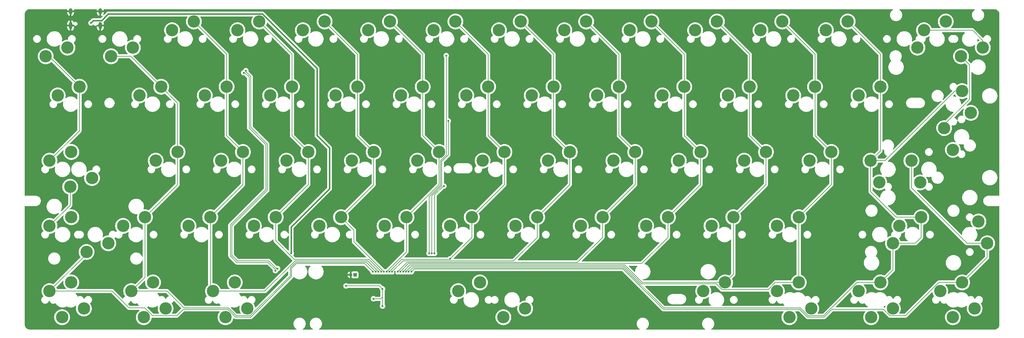
<source format=gbr>
%TF.GenerationSoftware,KiCad,Pcbnew,8.0.7*%
%TF.CreationDate,2024-12-19T21:55:55+08:00*%
%TF.ProjectId,PH60_Rev2,50483630-5f52-4657-9632-2e6b69636164,rev?*%
%TF.SameCoordinates,PX1b40518PY1b40518*%
%TF.FileFunction,Copper,L1,Top*%
%TF.FilePolarity,Positive*%
%FSLAX46Y46*%
G04 Gerber Fmt 4.6, Leading zero omitted, Abs format (unit mm)*
G04 Created by KiCad (PCBNEW 8.0.7) date 2024-12-19 21:55:55*
%MOMM*%
%LPD*%
G01*
G04 APERTURE LIST*
%TA.AperFunction,ComponentPad*%
%ADD10C,3.600000*%
%TD*%
%TA.AperFunction,ComponentPad*%
%ADD11R,1.000000X1.000000*%
%TD*%
%TA.AperFunction,ComponentPad*%
%ADD12O,1.000000X1.000000*%
%TD*%
%TA.AperFunction,ComponentPad*%
%ADD13O,1.000000X1.800000*%
%TD*%
%TA.AperFunction,ComponentPad*%
%ADD14O,1.000000X2.100000*%
%TD*%
%TA.AperFunction,ViaPad*%
%ADD15C,0.600000*%
%TD*%
%TA.AperFunction,Conductor*%
%ADD16C,0.200000*%
%TD*%
%TA.AperFunction,Conductor*%
%ADD17C,0.400000*%
%TD*%
G04 APERTURE END LIST*
D10*
%TO.P,S20,1,1*%
%TO.N,Net-(D20-A)*%
X110490000Y-26035000D03*
%TO.P,S20,2,2*%
%TO.N,col_5*%
X116840000Y-23495000D03*
%TD*%
%TO.P,S19,1,1*%
%TO.N,Net-(D19-A)*%
X91440000Y-26035000D03*
%TO.P,S19,2,2*%
%TO.N,col_4*%
X97790000Y-23495000D03*
%TD*%
%TO.P,S47,1,1*%
%TO.N,Net-(D47-A)*%
X86677500Y-64135000D03*
%TO.P,S47,2,2*%
%TO.N,col_4*%
X93027500Y-61595000D03*
%TD*%
%TO.P,S4,1,1*%
%TO.N,Net-(D4-A)*%
X62865000Y-6985000D03*
%TO.P,S4,2,2*%
%TO.N,col_3*%
X69215000Y-4445000D03*
%TD*%
%TO.P,S7,1,1*%
%TO.N,Net-(D7-A)*%
X120015000Y-6985000D03*
%TO.P,S7,2,2*%
%TO.N,col_6*%
X126365000Y-4445000D03*
%TD*%
%TO.P,S57-2,1,1*%
%TO.N,Net-(D57-A)*%
X18097500Y-88265000D03*
%TO.P,S57-2,2,2*%
%TO.N,col_0*%
X11747500Y-90805000D03*
%TD*%
%TO.P,S12,1,1*%
%TO.N,Net-(D12-A)*%
X215265000Y-6985000D03*
%TO.P,S12,2,2*%
%TO.N,col_11*%
X221615000Y-4445000D03*
%TD*%
%TO.P,S62,1,1*%
%TO.N,col_11*%
X230028750Y-88265000D03*
%TO.P,S62,2,2*%
%TO.N,Net-(D62-A)*%
X223678750Y-90805000D03*
%TD*%
%TO.P,S3,1,1*%
%TO.N,Net-(D3-A)*%
X43815000Y-6985000D03*
%TO.P,S3,2,2*%
%TO.N,col_2*%
X50165000Y-4445000D03*
%TD*%
%TO.P,S15,1,1*%
%TO.N,Net-(D15-A)*%
X10477500Y-26035000D03*
%TO.P,S15,2,2*%
%TO.N,col_0*%
X16827500Y-23495000D03*
%TD*%
%TO.P,S62-2,1,1*%
%TO.N,Net-(D62-A)*%
X220027500Y-83185000D03*
%TO.P,S62-2,2,2*%
%TO.N,col_11*%
X226377500Y-80645000D03*
%TD*%
%TO.P,S25,1,1*%
%TO.N,Net-(D25-A)*%
X205740000Y-26035000D03*
%TO.P,S25,2,2*%
%TO.N,col_10*%
X212090000Y-23495000D03*
%TD*%
%TO.P,S1,1,1*%
%TO.N,Net-(D1-A)*%
X13335000Y-12065000D03*
%TO.P,S1,2,2*%
%TO.N,col_0*%
X6985000Y-14605000D03*
%TD*%
%TO.P,S9,1,1*%
%TO.N,Net-(D9-A)*%
X158115000Y-6985000D03*
%TO.P,S9,2,2*%
%TO.N,col_8*%
X164465000Y-4445000D03*
%TD*%
%TO.P,S44,1,1*%
%TO.N,Net-(D44-A)*%
X29527500Y-64135000D03*
%TO.P,S44,2,2*%
%TO.N,col_1*%
X35877500Y-61595000D03*
%TD*%
%TO.P,S23,1,1*%
%TO.N,Net-(D23-A)*%
X167640000Y-26035000D03*
%TO.P,S23,2,2*%
%TO.N,col_8*%
X173990000Y-23495000D03*
%TD*%
%TO.P,S64-2,1,1*%
%TO.N,Net-(D64-A)*%
X267652500Y-83185000D03*
%TO.P,S64-2,2,2*%
%TO.N,col_13*%
X274002500Y-80645000D03*
%TD*%
%TO.P,S57,1,1*%
%TO.N,col_0*%
X8096250Y-83185000D03*
%TO.P,S57,2,2*%
%TO.N,Net-(D57-A)*%
X14446250Y-80645000D03*
%TD*%
%TO.P,S14,1,1*%
%TO.N,Net-(D14-A)*%
X262890000Y-6985000D03*
%TO.P,S14,2,2*%
%TO.N,col_13*%
X269240000Y-4445000D03*
%TD*%
%TO.P,S61,1,1*%
%TO.N,Net-(D61-A)*%
X198596250Y-83185000D03*
%TO.P,S61,2,2*%
%TO.N,col_10*%
X204946250Y-80645000D03*
%TD*%
%TO.P,S16,1,1*%
%TO.N,Net-(D16-A)*%
X34290000Y-26035000D03*
%TO.P,S16,2,2*%
%TO.N,col_1*%
X40640000Y-23495000D03*
%TD*%
%TO.P,S24,1,1*%
%TO.N,Net-(D24-A)*%
X186690000Y-26035000D03*
%TO.P,S24,2,2*%
%TO.N,col_9*%
X193040000Y-23495000D03*
%TD*%
%TO.P,S31,1,1*%
%TO.N,Net-(D31-A)*%
X58102500Y-45085000D03*
%TO.P,S31,2,2*%
%TO.N,col_2*%
X64452500Y-42545000D03*
%TD*%
%TO.P,S33,1,1*%
%TO.N,Net-(D33-A)*%
X96202500Y-45085000D03*
%TO.P,S33,2,2*%
%TO.N,col_4*%
X102552500Y-42545000D03*
%TD*%
%TO.P,S34,1,1*%
%TO.N,Net-(D34-A)*%
X115252500Y-45085000D03*
%TO.P,S34,2,2*%
%TO.N,col_5*%
X121602500Y-42545000D03*
%TD*%
%TO.P,S46,1,1*%
%TO.N,Net-(D46-A)*%
X67627500Y-64135000D03*
%TO.P,S46,2,2*%
%TO.N,col_3*%
X73977500Y-61595000D03*
%TD*%
%TO.P,S50,1,1*%
%TO.N,Net-(D50-A)*%
X143827500Y-64135000D03*
%TO.P,S50,2,2*%
%TO.N,col_7*%
X150177500Y-61595000D03*
%TD*%
%TO.P,S22,1,1*%
%TO.N,Net-(D22-A)*%
X148590000Y-26035000D03*
%TO.P,S22,2,2*%
%TO.N,col_7*%
X154940000Y-23495000D03*
%TD*%
%TO.P,S41,1,1*%
%TO.N,Net-(D41-A)*%
X249872500Y-51435000D03*
%TO.P,S41,2,2*%
%TO.N,col_12*%
X247332500Y-45085000D03*
%TD*%
%TO.P,S63-2,1,1*%
%TO.N,Net-(D63-A)*%
X243840000Y-83185000D03*
%TO.P,S63-2,2,2*%
%TO.N,col_12*%
X250190000Y-80645000D03*
%TD*%
%TO.P,S27,1,1*%
%TO.N,Net-(D27-A)*%
X243840000Y-26035000D03*
%TO.P,S27,2,2*%
%TO.N,col_12*%
X250190000Y-23495000D03*
%TD*%
%TO.P,S58,1,1*%
%TO.N,col_1*%
X31908750Y-83185000D03*
%TO.P,S58,2,2*%
%TO.N,Net-(D58-A)*%
X38258750Y-80645000D03*
%TD*%
%TO.P,S60-2,1,1*%
%TO.N,col_6*%
X146685000Y-88265000D03*
%TO.P,S60-2,2,2*%
%TO.N,Net-(D60-A)*%
X140335000Y-90805000D03*
%TD*%
%TO.P,S8,1,1*%
%TO.N,Net-(D8-A)*%
X139065000Y-6985000D03*
%TO.P,S8,2,2*%
%TO.N,col_7*%
X145415000Y-4445000D03*
%TD*%
%TO.P,S63,1,1*%
%TO.N,col_12*%
X253841250Y-88265000D03*
%TO.P,S63,2,2*%
%TO.N,Net-(D63-A)*%
X247491250Y-90805000D03*
%TD*%
%TO.P,S37,1,1*%
%TO.N,Net-(D37-A)*%
X172402500Y-45085000D03*
%TO.P,S37,2,2*%
%TO.N,col_8*%
X178752500Y-42545000D03*
%TD*%
%TO.P,S55,1,1*%
%TO.N,col_12*%
X253841250Y-69215000D03*
%TD*%
%TO.P,S21,1,1*%
%TO.N,Net-(D21-A)*%
X129540000Y-26035000D03*
%TO.P,S21,2,2*%
%TO.N,col_6*%
X135890000Y-23495000D03*
%TD*%
%TO.P,S11,1,1*%
%TO.N,Net-(D11-A)*%
X196215000Y-6985000D03*
%TO.P,S11,2,2*%
%TO.N,col_10*%
X202565000Y-4445000D03*
%TD*%
%TO.P,S52,1,1*%
%TO.N,Net-(D52-A)*%
X181927500Y-64135000D03*
%TO.P,S52,2,2*%
%TO.N,col_9*%
X188277500Y-61595000D03*
%TD*%
%TO.P,S30,1,1*%
%TO.N,Net-(D30-A)*%
X39052500Y-45085000D03*
%TO.P,S30,2,2*%
%TO.N,col_1*%
X45402500Y-42545000D03*
%TD*%
%TO.P,S38,1,1*%
%TO.N,Net-(D38-A)*%
X191452500Y-45085000D03*
%TO.P,S38,2,2*%
%TO.N,col_9*%
X197802500Y-42545000D03*
%TD*%
%TO.P,S35,1,1*%
%TO.N,Net-(D35-A)*%
X134302500Y-45085000D03*
%TO.P,S35,2,2*%
%TO.N,col_6*%
X140652500Y-42545000D03*
%TD*%
%TO.P,S39,1,1*%
%TO.N,Net-(D39-A)*%
X210502500Y-45085000D03*
%TO.P,S39,2,2*%
%TO.N,col_10*%
X216852500Y-42545000D03*
%TD*%
%TO.P,S48,1,1*%
%TO.N,Net-(D48-A)*%
X105727500Y-64135000D03*
%TO.P,S48,2,2*%
%TO.N,col_5*%
X112077500Y-61595000D03*
%TD*%
%TO.P,S18,1,1*%
%TO.N,Net-(D18-A)*%
X72390000Y-26035000D03*
%TO.P,S18,2,2*%
%TO.N,col_3*%
X78740000Y-23495000D03*
%TD*%
%TO.P,S28-2,1,1*%
%TO.N,Net-(D28-A)*%
X261778750Y-51435000D03*
%TO.P,S28-2,2,2*%
%TO.N,col_13*%
X259238750Y-45085000D03*
%TD*%
%TO.P,S45,1,1*%
%TO.N,Net-(D45-A)*%
X48577500Y-64135000D03*
%TO.P,S45,2,2*%
%TO.N,col_2*%
X54927500Y-61595000D03*
%TD*%
%TO.P,S13,1,1*%
%TO.N,Net-(D13-A)*%
X234315000Y-6985000D03*
%TO.P,S13,2,2*%
%TO.N,col_12*%
X240665000Y-4445000D03*
%TD*%
%TO.P,S26,1,1*%
%TO.N,Net-(D26-A)*%
X224790000Y-26035000D03*
%TO.P,S26,2,2*%
%TO.N,col_11*%
X231140000Y-23495000D03*
%TD*%
%TO.P,S5,1,1*%
%TO.N,Net-(D5-A)*%
X81915000Y-6985000D03*
%TO.P,S5,2,2*%
%TO.N,col_4*%
X88265000Y-4445000D03*
%TD*%
%TO.P,S17,1,1*%
%TO.N,Net-(D17-A)*%
X53340000Y-26035000D03*
%TO.P,S17,2,2*%
%TO.N,col_2*%
X59690000Y-23495000D03*
%TD*%
%TO.P,S32,1,1*%
%TO.N,Net-(D32-A)*%
X77152500Y-45085000D03*
%TO.P,S32,2,2*%
%TO.N,col_3*%
X83502500Y-42545000D03*
%TD*%
%TO.P,S55-2,1,1*%
%TO.N,Net-(D55-A)*%
X255746250Y-64135000D03*
%TO.P,S55-2,2,2*%
%TO.N,col_12*%
X262096250Y-61595000D03*
%TD*%
%TO.P,S36,1,1*%
%TO.N,Net-(D36-A)*%
X153352500Y-45085000D03*
%TO.P,S36,2,2*%
%TO.N,col_7*%
X159702500Y-42545000D03*
%TD*%
%TO.P,S49,1,1*%
%TO.N,Net-(D49-A)*%
X124777500Y-64135000D03*
%TO.P,S49,2,2*%
%TO.N,col_6*%
X131127500Y-61595000D03*
%TD*%
%TO.P,S60,1,1*%
%TO.N,Net-(D60-A)*%
X127158750Y-83185000D03*
%TO.P,S60,2,2*%
%TO.N,col_6*%
X133508750Y-80645000D03*
%TD*%
%TO.P,S53,1,1*%
%TO.N,Net-(D53-A)*%
X200977500Y-64135000D03*
%TO.P,S53,2,2*%
%TO.N,col_10*%
X207327500Y-61595000D03*
%TD*%
%TO.P,S10,1,1*%
%TO.N,Net-(D10-A)*%
X177165000Y-6985000D03*
%TO.P,S10,2,2*%
%TO.N,col_9*%
X183515000Y-4445000D03*
%TD*%
%TO.P,S56,1,1*%
%TO.N,Net-(D56-A)*%
X278765000Y-62865000D03*
%TO.P,S56,2,2*%
%TO.N,col_13*%
X281305000Y-69215000D03*
%TD*%
%TO.P,S59,1,1*%
%TO.N,col_2*%
X55721250Y-83185000D03*
%TO.P,S59,2,2*%
%TO.N,Net-(D59-A)*%
X62071250Y-80645000D03*
%TD*%
%TO.P,S42,1,1*%
%TO.N,col_13*%
X260985000Y-12065000D03*
%TD*%
%TO.P,S14-2,1,1*%
%TO.N,Net-(D14-A)*%
X280035000Y-12065000D03*
%TO.P,S14-2,2,2*%
%TO.N,col_13*%
X273685000Y-14605000D03*
%TD*%
%TO.P,S54,1,1*%
%TO.N,Net-(D54-A)*%
X220027500Y-64135000D03*
%TO.P,S54,2,2*%
%TO.N,col_11*%
X226377500Y-61595000D03*
%TD*%
%TO.P,S43,1,1*%
%TO.N,col_0*%
X8096250Y-64135000D03*
%TO.P,S43,2,2*%
%TO.N,Net-(D43-A)*%
X14446250Y-61595000D03*
%TD*%
%TO.P,S51,1,1*%
%TO.N,Net-(D51-A)*%
X162877500Y-64135000D03*
%TO.P,S51,2,2*%
%TO.N,col_8*%
X169227500Y-61595000D03*
%TD*%
%TO.P,S58-2,1,1*%
%TO.N,Net-(D58-A)*%
X41910000Y-88265000D03*
%TO.P,S58-2,2,2*%
%TO.N,col_1*%
X35560000Y-90805000D03*
%TD*%
%TO.P,S41-2,1,1*%
%TO.N,col_12*%
X274002500Y-24765000D03*
%TO.P,S41-2,2,2*%
%TO.N,Net-(D41-A)*%
X276542500Y-31115000D03*
%TD*%
%TO.P,S28,1,1*%
%TO.N,Net-(D28-A)*%
X271303750Y-41910000D03*
%TO.P,S28,2,2*%
%TO.N,col_13*%
X268763750Y-35560000D03*
%TD*%
%TO.P,S29-2,1,1*%
%TO.N,col_0*%
X8096250Y-45085000D03*
%TO.P,S29-2,2,2*%
%TO.N,Net-(D29-A)*%
X14446250Y-42545000D03*
%TD*%
%TO.P,S29,1,1*%
%TO.N,Net-(D29-A)*%
X20478750Y-50165000D03*
%TO.P,S29,2,2*%
%TO.N,col_0*%
X14128750Y-52705000D03*
%TD*%
%TO.P,S6,1,1*%
%TO.N,Net-(D6-A)*%
X100965000Y-6985000D03*
%TO.P,S6,2,2*%
%TO.N,col_5*%
X107315000Y-4445000D03*
%TD*%
%TO.P,S59-2,1,1*%
%TO.N,Net-(D59-A)*%
X65722500Y-88265000D03*
%TO.P,S59-2,2,2*%
%TO.N,col_2*%
X59372500Y-90805000D03*
%TD*%
%TO.P,S43-2,1,1*%
%TO.N,Net-(D43-A)*%
X25241250Y-69215000D03*
%TO.P,S43-2,2,2*%
%TO.N,col_0*%
X18891250Y-71755000D03*
%TD*%
%TO.P,S2,1,1*%
%TO.N,Net-(D2-A)*%
X32385000Y-12065000D03*
%TO.P,S2,2,2*%
%TO.N,col_1*%
X26035000Y-14605000D03*
%TD*%
%TO.P,S64,1,1*%
%TO.N,col_13*%
X277653750Y-88265000D03*
%TO.P,S64,2,2*%
%TO.N,Net-(D64-A)*%
X271303750Y-90805000D03*
%TD*%
%TO.P,S40,1,1*%
%TO.N,Net-(D40-A)*%
X229552500Y-45085000D03*
%TO.P,S40,2,2*%
%TO.N,col_11*%
X235902500Y-42545000D03*
%TD*%
D11*
%TO.P,J2,1,Pin_1*%
%TO.N,/~{USB_BOOT}*%
X97130000Y-78425000D03*
D12*
%TO.P,J2,2,Pin_2*%
%TO.N,GND*%
X95860000Y-78425000D03*
%TD*%
D13*
%TO.P,J1,S1,SHIELD*%
%TO.N,GND*%
X14255000Y-1425000D03*
D14*
X14255000Y-5605000D03*
D13*
X22895000Y-1425000D03*
D14*
X22895000Y-5605000D03*
%TD*%
D15*
%TO.N,GND*%
X114425000Y-87495000D03*
X106365000Y-89985000D03*
X99395000Y-88025000D03*
X118415567Y-82359433D03*
X99395000Y-84025000D03*
X118445567Y-86870567D03*
X102035589Y-79160589D03*
X99395000Y-89025000D03*
X107325000Y-85025000D03*
X99395000Y-85025000D03*
X101355000Y-89985000D03*
X108735000Y-77563529D03*
X119158067Y-86158067D03*
X119275000Y-83218866D03*
X117821134Y-81765000D03*
X115075448Y-81765000D03*
X117821134Y-87495000D03*
X99400000Y-79600000D03*
X113629664Y-84625000D03*
%TO.N,VBUS*%
X20189695Y-4855000D03*
X78524850Y-72155000D03*
%TO.N,+3V3*%
X105128640Y-82525000D03*
X105128640Y-87525000D03*
X94500000Y-81650000D03*
X102500000Y-85425000D03*
%TO.N,row_0*%
X118684994Y-72155000D03*
X123700000Y-14405000D03*
%TO.N,row_1*%
X124302500Y-33455000D03*
X119484997Y-72155000D03*
%TO.N,row_2*%
X120285000Y-72155000D03*
X123000000Y-52505000D03*
%TO.N,/USB_D+*%
X74525521Y-76599479D03*
X65300521Y-18799479D03*
%TO.N,/USB_D-*%
X73924479Y-77200521D03*
X64699479Y-19400521D03*
%TO.N,col_0*%
X102325000Y-77525000D03*
%TO.N,col_1*%
X103125000Y-77525000D03*
%TO.N,col_2*%
X103925000Y-77525000D03*
%TO.N,col_3*%
X104725000Y-77525000D03*
%TO.N,col_4*%
X105525000Y-77525000D03*
%TO.N,col_5*%
X106325000Y-77525000D03*
%TO.N,col_6*%
X124830451Y-73755451D03*
X107125000Y-77525000D03*
%TO.N,col_7*%
X107925000Y-77525000D03*
%TO.N,col_8*%
X109545000Y-77525000D03*
%TO.N,col_9*%
X110345000Y-77525000D03*
%TO.N,col_10*%
X111145000Y-77525000D03*
%TO.N,col_11*%
X111945000Y-77525000D03*
%TO.N,col_12*%
X112745000Y-77525000D03*
%TO.N,col_13*%
X113545000Y-77525000D03*
%TD*%
D16*
%TO.N,GND*%
X108735000Y-78015000D02*
X107589411Y-79160589D01*
X107589411Y-79160589D02*
X102035589Y-79160589D01*
X108735000Y-77563529D02*
X108735000Y-78015000D01*
D17*
%TO.N,VBUS*%
X78524850Y-72155000D02*
X78524850Y-64425150D01*
X78524850Y-64425150D02*
X89675000Y-53275000D01*
X23267792Y-4155000D02*
X20889695Y-4155000D01*
X89675000Y-53275000D02*
X89675000Y-41375000D01*
X25177792Y-2245000D02*
X23267792Y-4155000D01*
X20889695Y-4155000D02*
X20189695Y-4855000D01*
X89675000Y-41375000D02*
X86025000Y-37725000D01*
X70126270Y-2245000D02*
X25177792Y-2245000D01*
X86025000Y-37725000D02*
X86025000Y-18143730D01*
X86025000Y-18143730D02*
X70126270Y-2245000D01*
D16*
%TO.N,+3V3*%
X105128640Y-84921360D02*
X105128640Y-84646360D01*
X105128640Y-82525000D02*
X105128640Y-87525000D01*
X104625000Y-85425000D02*
X105128640Y-84921360D01*
X102500000Y-85425000D02*
X104625000Y-85425000D01*
X105128640Y-82525000D02*
X104253640Y-81650000D01*
X104253640Y-81650000D02*
X94500000Y-81650000D01*
%TO.N,row_0*%
X122002500Y-52235685D02*
X118684994Y-55553192D01*
X122002500Y-45114849D02*
X122002500Y-52235685D01*
X123702500Y-43414849D02*
X122002500Y-45114849D01*
X118684994Y-55553192D02*
X118684994Y-72155000D01*
X123700000Y-14405000D02*
X123702500Y-14407500D01*
X123702500Y-14407500D02*
X123702500Y-43414849D01*
%TO.N,Net-(D14-A)*%
X277008402Y-6985000D02*
X280035000Y-10011598D01*
X280035000Y-10011598D02*
X280035000Y-12065000D01*
X262890000Y-6985000D02*
X277008402Y-6985000D01*
%TO.N,row_1*%
X124302500Y-33455000D02*
X124302500Y-43380535D01*
X124302500Y-43380535D02*
X122402500Y-45280535D01*
X122402500Y-52401371D02*
X119484997Y-55318875D01*
X119484997Y-55318875D02*
X119484997Y-72155000D01*
X122402500Y-45280535D02*
X122402500Y-52401371D01*
%TO.N,row_2*%
X122864557Y-52505000D02*
X123000000Y-52505000D01*
X120285000Y-55084557D02*
X122864557Y-52505000D01*
X120285000Y-72155000D02*
X120285000Y-55084557D01*
%TO.N,/USB_D+*%
X74242678Y-76599479D02*
X74525521Y-76599479D01*
X72018199Y-74375000D02*
X74242678Y-76599479D01*
X61225000Y-72731800D02*
X62868200Y-74375000D01*
X66725000Y-20506801D02*
X66725000Y-35356800D01*
X62868200Y-74375000D02*
X72018199Y-74375000D01*
X66725000Y-35356800D02*
X71575000Y-40206800D01*
X71575000Y-53693200D02*
X61225000Y-64043200D01*
X65300521Y-18799479D02*
X65300521Y-19082322D01*
X61225000Y-64043200D02*
X61225000Y-72731800D01*
X65300521Y-19082322D02*
X66725000Y-20506801D01*
X71575000Y-40206800D02*
X71575000Y-53693200D01*
%TO.N,/USB_D-*%
X60775000Y-72918200D02*
X62681800Y-74825000D01*
X60775000Y-63856800D02*
X60775000Y-72918200D01*
X71125000Y-40393200D02*
X71125000Y-53506800D01*
X64699479Y-19400521D02*
X64982322Y-19400521D01*
X71831801Y-74825000D02*
X73924479Y-76917678D01*
X71125000Y-53506800D02*
X60775000Y-63856800D01*
X73924479Y-76917678D02*
X73924479Y-77200521D01*
X66275000Y-20693199D02*
X66275000Y-35543200D01*
X64982322Y-19400521D02*
X66275000Y-20693199D01*
X62681800Y-74825000D02*
X71831801Y-74825000D01*
X66275000Y-35543200D02*
X71125000Y-40393200D01*
%TO.N,col_0*%
X38089849Y-90365000D02*
X35799849Y-88075000D01*
X45206726Y-90365000D02*
X38089849Y-90365000D01*
X99956100Y-75156100D02*
X79997875Y-75156100D01*
X78624850Y-76529125D02*
X78624850Y-78470875D01*
X14128750Y-58102500D02*
X8096250Y-64135000D01*
X6985000Y-14605000D02*
X7937500Y-14605000D01*
X16827500Y-23495000D02*
X16827500Y-36353750D01*
X60025000Y-88475000D02*
X47096726Y-88475000D01*
X14128750Y-52705000D02*
X14128750Y-58102500D01*
X66758035Y-90765000D02*
X62315000Y-90765000D01*
X16827500Y-36353750D02*
X8096250Y-45085000D01*
X26366338Y-83185000D02*
X8096250Y-83185000D01*
X78625000Y-78898035D02*
X66758035Y-90765000D01*
X62315000Y-90765000D02*
X60025000Y-88475000D01*
X18891250Y-72390000D02*
X18891250Y-71755000D01*
X78624850Y-78470875D02*
X78625000Y-78471025D01*
X78625000Y-78471025D02*
X78625000Y-78898035D01*
X102325000Y-77525000D02*
X99956100Y-75156100D01*
X31256338Y-88075000D02*
X26366338Y-83185000D01*
X35799849Y-88075000D02*
X31256338Y-88075000D01*
X79997875Y-75156100D02*
X78624850Y-76529125D01*
X47096726Y-88475000D02*
X45206726Y-90365000D01*
X8096250Y-83185000D02*
X18891250Y-72390000D01*
X7937500Y-14605000D02*
X16827500Y-23495000D01*
%TO.N,col_1*%
X47262412Y-88075000D02*
X42372412Y-83185000D01*
X100404629Y-74756100D02*
X79832189Y-74756100D01*
X78225000Y-78636710D02*
X78225000Y-78732349D01*
X66592349Y-90365000D02*
X62480686Y-90365000D01*
X45402500Y-28257500D02*
X40640000Y-23495000D01*
X78224850Y-76363439D02*
X78224850Y-78636560D01*
X35877500Y-79216250D02*
X31908750Y-83185000D01*
X42372412Y-83185000D02*
X31908750Y-83185000D01*
X45402500Y-42545000D02*
X45402500Y-52070000D01*
X78225000Y-78732349D02*
X66592349Y-90365000D01*
X103125000Y-77476471D02*
X100404629Y-74756100D01*
X78224850Y-78636560D02*
X78225000Y-78636710D01*
X60190686Y-88075000D02*
X47262412Y-88075000D01*
X103125000Y-77525000D02*
X103125000Y-77476471D01*
X35877500Y-61595000D02*
X35877500Y-79216250D01*
X79832189Y-74756100D02*
X78224850Y-76363439D01*
X62480686Y-90365000D02*
X60190686Y-88075000D01*
X45402500Y-52070000D02*
X35877500Y-61595000D01*
X31750000Y-14605000D02*
X40640000Y-23495000D01*
X45402500Y-42545000D02*
X45402500Y-28257500D01*
X26035000Y-14605000D02*
X31750000Y-14605000D01*
%TO.N,col_2*%
X59690000Y-37782500D02*
X64452500Y-42545000D01*
X103925000Y-77525000D02*
X103925000Y-77476471D01*
X59690000Y-23495000D02*
X59690000Y-13970000D01*
X59690000Y-23495000D02*
X59690000Y-37782500D01*
X54927500Y-82708750D02*
X54451250Y-83185000D01*
X70837603Y-83185000D02*
X55721250Y-83185000D01*
X54927500Y-61595000D02*
X54927500Y-82391250D01*
X79666503Y-74356100D02*
X70837603Y-83185000D01*
X64452500Y-42545000D02*
X64452500Y-52070000D01*
X59690000Y-13970000D02*
X50165000Y-4445000D01*
X103925000Y-77476471D02*
X100804629Y-74356100D01*
X100804629Y-74356100D02*
X79666503Y-74356100D01*
X54927500Y-82391250D02*
X55721250Y-83185000D01*
X64452500Y-52070000D02*
X54927500Y-61595000D01*
%TO.N,col_3*%
X78740000Y-23495000D02*
X78740000Y-37782500D01*
X101204629Y-73956100D02*
X79477421Y-73956100D01*
X83502500Y-52070000D02*
X73977500Y-61595000D01*
X79477421Y-73956100D02*
X73977500Y-68456179D01*
X78740000Y-13970000D02*
X69215000Y-4445000D01*
X78740000Y-23495000D02*
X78740000Y-13970000D01*
X104725000Y-77525000D02*
X104725000Y-77476471D01*
X83502500Y-42545000D02*
X83502500Y-52070000D01*
X73977500Y-68456179D02*
X73977500Y-61595000D01*
X104725000Y-77476471D02*
X101204629Y-73956100D01*
X78740000Y-37782500D02*
X83502500Y-42545000D01*
%TO.N,col_4*%
X96792500Y-68743971D02*
X96792500Y-65360000D01*
X96792500Y-65360000D02*
X93027500Y-61595000D01*
X97790000Y-23495000D02*
X97790000Y-13970000D01*
X105525000Y-77525000D02*
X105525000Y-77476471D01*
X97790000Y-13970000D02*
X88265000Y-4445000D01*
X102552500Y-42545000D02*
X102552500Y-52070000D01*
X105525000Y-77476471D02*
X96792500Y-68743971D01*
X97790000Y-37782500D02*
X102552500Y-42545000D01*
X102552500Y-52070000D02*
X93027500Y-61595000D01*
X97790000Y-23495000D02*
X97790000Y-37782500D01*
%TO.N,col_5*%
X116840000Y-23495000D02*
X116840000Y-13970000D01*
X112077500Y-61595000D02*
X112077500Y-71723971D01*
X116840000Y-23495000D02*
X116840000Y-37782500D01*
X106325000Y-77476471D02*
X106325000Y-77525000D01*
X116840000Y-13970000D02*
X107315000Y-4445000D01*
X121602500Y-52070000D02*
X112077500Y-61595000D01*
X116840000Y-37782500D02*
X121602500Y-42545000D01*
X121602500Y-42545000D02*
X121602500Y-52070000D01*
X112077500Y-71723971D02*
X106325000Y-77476471D01*
%TO.N,col_6*%
X110645371Y-73956100D02*
X107125000Y-77476471D01*
X140652500Y-52070000D02*
X131127500Y-61595000D01*
X135890000Y-13970000D02*
X126365000Y-4445000D01*
X135890000Y-37782500D02*
X140652500Y-42545000D01*
X124629802Y-73956100D02*
X110645371Y-73956100D01*
X131127500Y-61595000D02*
X131127500Y-67458402D01*
X107125000Y-77476471D02*
X107125000Y-77525000D01*
X135890000Y-23495000D02*
X135890000Y-37782500D01*
X131127500Y-67458402D02*
X124629802Y-73956100D01*
X140652500Y-42545000D02*
X140652500Y-52070000D01*
X135890000Y-23495000D02*
X135890000Y-13970000D01*
%TO.N,col_7*%
X154940000Y-13970000D02*
X145415000Y-4445000D01*
X150177500Y-67458402D02*
X150177500Y-61595000D01*
X154940000Y-23495000D02*
X154940000Y-37782500D01*
X143279802Y-74356100D02*
X150177500Y-67458402D01*
X111093900Y-74356100D02*
X143279802Y-74356100D01*
X107925000Y-77525000D02*
X111093900Y-74356100D01*
X154940000Y-23495000D02*
X154940000Y-13970000D01*
X159702500Y-52070000D02*
X150177500Y-61595000D01*
X154940000Y-37782500D02*
X159702500Y-42545000D01*
X159702500Y-42545000D02*
X159702500Y-52070000D01*
%TO.N,col_8*%
X169227500Y-61595000D02*
X169227500Y-67458402D01*
X169227500Y-67458402D02*
X161929802Y-74756100D01*
X178752500Y-42545000D02*
X178752500Y-52070000D01*
X173990000Y-23495000D02*
X173990000Y-37782500D01*
X178752500Y-52070000D02*
X169227500Y-61595000D01*
X173990000Y-37782500D02*
X178752500Y-42545000D01*
X173990000Y-13970000D02*
X164465000Y-4445000D01*
X109545000Y-77476471D02*
X109545000Y-77525000D01*
X173990000Y-23495000D02*
X173990000Y-13970000D01*
X161929802Y-74756100D02*
X112265371Y-74756100D01*
X112265371Y-74756100D02*
X109545000Y-77476471D01*
%TO.N,col_9*%
X112665371Y-75156100D02*
X110345000Y-77476471D01*
X180579802Y-75156100D02*
X112665371Y-75156100D01*
X188277500Y-67458402D02*
X180579802Y-75156100D01*
X197802500Y-52070000D02*
X188277500Y-61595000D01*
X197802500Y-42545000D02*
X197802500Y-52070000D01*
X188277500Y-61595000D02*
X188277500Y-67458402D01*
X193040000Y-37782500D02*
X197802500Y-42545000D01*
X110345000Y-77476471D02*
X110345000Y-77525000D01*
X193040000Y-23495000D02*
X193040000Y-13970000D01*
X193040000Y-13970000D02*
X183515000Y-4445000D01*
X193040000Y-23495000D02*
X193040000Y-37782500D01*
%TO.N,col_10*%
X180798975Y-80645000D02*
X175710075Y-75556100D01*
X212090000Y-37782500D02*
X216852500Y-42545000D01*
X113065371Y-75556100D02*
X111145000Y-77476471D01*
X212090000Y-23495000D02*
X212090000Y-37782500D01*
X216852500Y-52070000D02*
X207327500Y-61595000D01*
X204946250Y-80645000D02*
X180798975Y-80645000D01*
X111145000Y-77476471D02*
X111145000Y-77525000D01*
X202565000Y-4445000D02*
X212090000Y-13970000D01*
X212090000Y-13970000D02*
X212090000Y-23495000D01*
X207327500Y-61595000D02*
X207327500Y-78263750D01*
X207327500Y-78263750D02*
X204946250Y-80645000D01*
X175710075Y-75556100D02*
X113065371Y-75556100D01*
X216852500Y-42545000D02*
X216852500Y-52070000D01*
%TO.N,col_11*%
X113465371Y-75956100D02*
X175544389Y-75956100D01*
X202381401Y-81050000D02*
X204076401Y-82745000D01*
X231140000Y-23495000D02*
X231140000Y-37782500D01*
X235902500Y-52070000D02*
X226377500Y-61595000D01*
X175544389Y-75956100D02*
X180638289Y-81050000D01*
X217497651Y-82745000D02*
X219597651Y-80645000D01*
X231140000Y-13970000D02*
X221615000Y-4445000D01*
X204076401Y-82745000D02*
X217497651Y-82745000D01*
X226377500Y-61595000D02*
X226377500Y-80645000D01*
X235902500Y-42545000D02*
X235902500Y-52070000D01*
X111945000Y-77525000D02*
X111945000Y-77476471D01*
X231140000Y-23495000D02*
X231140000Y-13970000D01*
X111945000Y-77476471D02*
X113465371Y-75956100D01*
X219597651Y-80645000D02*
X226377500Y-80645000D01*
X231140000Y-37782500D02*
X235902500Y-42545000D01*
X180638289Y-81050000D02*
X202381401Y-81050000D01*
%TO.N,col_12*%
X235925000Y-88075000D02*
X235980151Y-88075000D01*
X274002500Y-24765000D02*
X271924912Y-24765000D01*
X260339652Y-69215000D02*
X262096250Y-67458402D01*
X247332500Y-54116525D02*
X254810975Y-61595000D01*
X175378703Y-76356100D02*
X187097603Y-88075000D01*
X253841250Y-76993750D02*
X250190000Y-80645000D01*
X233635000Y-90365000D02*
X235925000Y-88075000D01*
X262096250Y-67458402D02*
X262096250Y-61595000D01*
X240665000Y-4445000D02*
X250190000Y-13970000D01*
X112745000Y-77476471D02*
X113865371Y-76356100D01*
X250190000Y-13970000D02*
X250190000Y-23495000D01*
X250190000Y-42227500D02*
X247332500Y-45085000D01*
X253841250Y-69215000D02*
X260339652Y-69215000D01*
X250190000Y-23495000D02*
X250190000Y-42227500D01*
X113865371Y-76356100D02*
X175378703Y-76356100D01*
X247332500Y-45085000D02*
X247332500Y-54116525D01*
X251604912Y-45085000D02*
X247332500Y-45085000D01*
X243410151Y-80645000D02*
X250190000Y-80645000D01*
X187097603Y-88075000D02*
X226868901Y-88075000D01*
X254810975Y-61595000D02*
X262096250Y-61595000D01*
X226868901Y-88075000D02*
X229158901Y-90365000D01*
X253841250Y-69215000D02*
X253841250Y-76993750D01*
X235980151Y-88075000D02*
X243410151Y-80645000D01*
X112745000Y-77525000D02*
X112745000Y-77476471D01*
X229158901Y-90365000D02*
X233635000Y-90365000D01*
X271924912Y-24765000D02*
X251604912Y-45085000D01*
%TO.N,col_13*%
X114313900Y-76756100D02*
X113545000Y-77525000D01*
X257502651Y-90365000D02*
X252971401Y-90365000D01*
X186931917Y-88475000D02*
X175213017Y-76756100D01*
X275441598Y-69215000D02*
X259238750Y-53012152D01*
X281305000Y-69215000D02*
X281305000Y-73342500D01*
X267222651Y-80645000D02*
X257502651Y-90365000D01*
X273685000Y-14605000D02*
X276102500Y-17022500D01*
X268763750Y-34597152D02*
X268763750Y-35560000D01*
X281305000Y-69215000D02*
X275441598Y-69215000D01*
X228993215Y-90765000D02*
X226703215Y-88475000D01*
X252971401Y-90365000D02*
X251081401Y-88475000D01*
X276102500Y-27258402D02*
X268763750Y-34597152D01*
X259238750Y-53012152D02*
X259238750Y-45085000D01*
X281305000Y-73342500D02*
X274002500Y-80645000D01*
X233800686Y-90765000D02*
X228993215Y-90765000D01*
X274002500Y-80645000D02*
X267222651Y-80645000D01*
X226703215Y-88475000D02*
X186931917Y-88475000D01*
X276102500Y-17022500D02*
X276102500Y-27258402D01*
X175213017Y-76756100D02*
X114313900Y-76756100D01*
X251081401Y-88475000D02*
X236090686Y-88475000D01*
X236090686Y-88475000D02*
X233800686Y-90765000D01*
%TD*%
%TA.AperFunction,Conductor*%
%TO.N,GND*%
G36*
X13198039Y-845185D02*
G01*
X13243794Y-897989D01*
X13255000Y-949500D01*
X13255000Y-1175000D01*
X13955000Y-1175000D01*
X13955000Y-1675000D01*
X13255000Y-1675000D01*
X13255000Y-1923495D01*
X13293427Y-2116681D01*
X13293430Y-2116693D01*
X13368807Y-2298671D01*
X13368814Y-2298684D01*
X13478248Y-2462462D01*
X13478251Y-2462466D01*
X13617533Y-2601748D01*
X13617537Y-2601751D01*
X13781315Y-2711185D01*
X13781328Y-2711192D01*
X13963308Y-2786569D01*
X14005000Y-2794862D01*
X14005000Y-1991988D01*
X14014940Y-2009205D01*
X14070795Y-2065060D01*
X14139204Y-2104556D01*
X14215504Y-2125000D01*
X14294496Y-2125000D01*
X14370796Y-2104556D01*
X14439205Y-2065060D01*
X14495060Y-2009205D01*
X14505000Y-1991988D01*
X14505000Y-2794862D01*
X14546690Y-2786569D01*
X14546692Y-2786569D01*
X14728671Y-2711192D01*
X14728684Y-2711185D01*
X14892462Y-2601751D01*
X14892466Y-2601748D01*
X15031748Y-2462466D01*
X15031751Y-2462462D01*
X15141185Y-2298684D01*
X15141192Y-2298671D01*
X15216569Y-2116693D01*
X15216572Y-2116681D01*
X15254999Y-1923495D01*
X15255000Y-1923492D01*
X15255000Y-1675000D01*
X14555000Y-1675000D01*
X14555000Y-1175000D01*
X15255000Y-1175000D01*
X15255000Y-949500D01*
X15274685Y-882461D01*
X15327489Y-836706D01*
X15379000Y-825500D01*
X21771000Y-825500D01*
X21838039Y-845185D01*
X21883794Y-897989D01*
X21895000Y-949500D01*
X21895000Y-1175000D01*
X22595000Y-1175000D01*
X22595000Y-1675000D01*
X21895000Y-1675000D01*
X21895000Y-1923495D01*
X21933427Y-2116681D01*
X21933430Y-2116693D01*
X22008807Y-2298671D01*
X22008814Y-2298684D01*
X22118248Y-2462462D01*
X22118251Y-2462466D01*
X22257533Y-2601748D01*
X22257537Y-2601751D01*
X22421315Y-2711185D01*
X22421328Y-2711192D01*
X22603308Y-2786569D01*
X22645000Y-2794862D01*
X22645000Y-1991988D01*
X22654940Y-2009205D01*
X22710795Y-2065060D01*
X22779204Y-2104556D01*
X22855504Y-2125000D01*
X22934496Y-2125000D01*
X23010796Y-2104556D01*
X23079205Y-2065060D01*
X23135060Y-2009205D01*
X23145000Y-1991988D01*
X23145000Y-2794862D01*
X23186690Y-2786569D01*
X23186692Y-2786569D01*
X23368671Y-2711192D01*
X23368680Y-2711187D01*
X23383479Y-2701299D01*
X23450156Y-2680420D01*
X23517537Y-2698903D01*
X23564228Y-2750881D01*
X23575406Y-2819851D01*
X23547521Y-2883915D01*
X23540053Y-2892081D01*
X23013954Y-3418181D01*
X22952631Y-3451666D01*
X22926273Y-3454500D01*
X20820698Y-3454500D01*
X20712285Y-3476065D01*
X20712284Y-3476065D01*
X20698826Y-3478742D01*
X20685368Y-3481419D01*
X20685366Y-3481420D01*
X20632561Y-3503292D01*
X20632559Y-3503293D01*
X20632558Y-3503292D01*
X20557886Y-3534223D01*
X20515197Y-3562748D01*
X20515196Y-3562748D01*
X20443156Y-3610883D01*
X20443148Y-3610889D01*
X19990405Y-4063631D01*
X19943680Y-4092991D01*
X19840171Y-4129211D01*
X19840170Y-4129212D01*
X19687432Y-4225184D01*
X19559879Y-4352737D01*
X19463906Y-4505476D01*
X19404326Y-4675745D01*
X19404325Y-4675750D01*
X19384130Y-4854996D01*
X19384130Y-4855003D01*
X19404325Y-5034249D01*
X19404326Y-5034254D01*
X19463906Y-5204523D01*
X19558338Y-5354810D01*
X19559879Y-5357262D01*
X19687433Y-5484816D01*
X19687435Y-5484817D01*
X19815864Y-5565515D01*
X19840173Y-5580789D01*
X20010440Y-5640368D01*
X20010445Y-5640369D01*
X20189691Y-5660565D01*
X20189695Y-5660565D01*
X20189699Y-5660565D01*
X20368944Y-5640369D01*
X20368947Y-5640368D01*
X20368950Y-5640368D01*
X20539217Y-5580789D01*
X20691957Y-5484816D01*
X20785508Y-5391264D01*
X20846827Y-5357782D01*
X20916519Y-5362766D01*
X20972453Y-5404637D01*
X20980571Y-5416945D01*
X21004485Y-5458365D01*
X21111635Y-5565515D01*
X21225281Y-5631129D01*
X21241283Y-5640368D01*
X21242865Y-5641281D01*
X21389234Y-5680500D01*
X21389236Y-5680500D01*
X21540764Y-5680500D01*
X21540766Y-5680500D01*
X21687135Y-5641281D01*
X21818365Y-5565515D01*
X21925515Y-5458365D01*
X21949397Y-5416999D01*
X21999964Y-5368784D01*
X22056784Y-5355000D01*
X22595000Y-5355000D01*
X22595000Y-5855000D01*
X21895000Y-5855000D01*
X21895000Y-6253495D01*
X21933427Y-6446681D01*
X21933430Y-6446693D01*
X22008807Y-6628671D01*
X22008814Y-6628684D01*
X22118248Y-6792462D01*
X22118251Y-6792466D01*
X22257533Y-6931748D01*
X22257537Y-6931751D01*
X22421315Y-7041185D01*
X22421328Y-7041192D01*
X22603308Y-7116569D01*
X22645000Y-7124862D01*
X22645000Y-6321988D01*
X22654940Y-6339205D01*
X22710795Y-6395060D01*
X22779204Y-6434556D01*
X22855504Y-6455000D01*
X22934496Y-6455000D01*
X23010796Y-6434556D01*
X23079205Y-6395060D01*
X23135060Y-6339205D01*
X23145000Y-6321988D01*
X23145000Y-7124862D01*
X23186690Y-7116569D01*
X23186692Y-7116569D01*
X23368671Y-7041192D01*
X23368684Y-7041185D01*
X23532462Y-6931751D01*
X23532466Y-6931748D01*
X23671748Y-6792466D01*
X23671751Y-6792462D01*
X23781185Y-6628684D01*
X23781192Y-6628671D01*
X23856569Y-6446693D01*
X23856572Y-6446681D01*
X23894999Y-6253495D01*
X23895000Y-6253492D01*
X23895000Y-5855000D01*
X23195000Y-5855000D01*
X23195000Y-5355000D01*
X23895000Y-5355000D01*
X23895000Y-4956508D01*
X23894999Y-4956504D01*
X23856572Y-4763318D01*
X23856570Y-4763310D01*
X23827814Y-4693887D01*
X23820345Y-4624418D01*
X23851620Y-4561939D01*
X23854639Y-4558809D01*
X25431630Y-2981819D01*
X25492953Y-2948334D01*
X25519311Y-2945500D01*
X48168159Y-2945500D01*
X48235198Y-2965185D01*
X48280953Y-3017989D01*
X48290897Y-3087147D01*
X48271261Y-3138391D01*
X48168431Y-3292286D01*
X48035062Y-3562731D01*
X48035053Y-3562752D01*
X47938122Y-3848301D01*
X47938118Y-3848316D01*
X47879288Y-4144069D01*
X47879287Y-4144079D01*
X47879287Y-4144080D01*
X47859564Y-4445000D01*
X47871323Y-4624418D01*
X47879287Y-4745918D01*
X47879288Y-4745930D01*
X47938118Y-5041683D01*
X47938122Y-5041698D01*
X48035053Y-5327247D01*
X48035062Y-5327268D01*
X48168431Y-5597713D01*
X48168435Y-5597720D01*
X48335973Y-5848459D01*
X48534810Y-6075189D01*
X48761540Y-6274026D01*
X49012279Y-6441564D01*
X49012284Y-6441567D01*
X49282731Y-6574937D01*
X49282736Y-6574939D01*
X49282748Y-6574945D01*
X49568309Y-6671880D01*
X49768251Y-6711651D01*
X49864069Y-6730711D01*
X49864070Y-6730711D01*
X49864080Y-6730713D01*
X50165000Y-6750436D01*
X50465920Y-6730713D01*
X50761691Y-6671880D01*
X51047252Y-6574945D01*
X51234418Y-6482644D01*
X51303248Y-6470648D01*
X51367639Y-6497770D01*
X51376941Y-6506176D01*
X53091313Y-8220548D01*
X53124798Y-8281871D01*
X53119814Y-8351563D01*
X53077942Y-8407496D01*
X53012478Y-8431913D01*
X52973580Y-8427175D01*
X52973298Y-8428352D01*
X52968558Y-8427214D01*
X52837323Y-8406428D01*
X52793579Y-8399500D01*
X52616421Y-8399500D01*
X52565937Y-8407496D01*
X52441443Y-8427214D01*
X52272960Y-8481956D01*
X52272957Y-8481957D01*
X52115109Y-8562386D01*
X52042433Y-8615189D01*
X51971786Y-8666517D01*
X51971784Y-8666519D01*
X51971783Y-8666519D01*
X51846519Y-8791783D01*
X51846519Y-8791784D01*
X51846517Y-8791786D01*
X51830359Y-8814026D01*
X51742386Y-8935109D01*
X51661957Y-9092957D01*
X51661956Y-9092960D01*
X51607214Y-9261443D01*
X51579500Y-9436421D01*
X51579500Y-9613578D01*
X51607214Y-9788556D01*
X51661956Y-9957039D01*
X51661957Y-9957042D01*
X51718714Y-10068431D01*
X51742386Y-10114890D01*
X51846517Y-10258214D01*
X51971786Y-10383483D01*
X52115110Y-10487614D01*
X52118757Y-10489472D01*
X52272957Y-10568042D01*
X52272960Y-10568043D01*
X52346703Y-10592003D01*
X52441445Y-10622786D01*
X52616421Y-10650500D01*
X52616422Y-10650500D01*
X52793578Y-10650500D01*
X52793579Y-10650500D01*
X52968555Y-10622786D01*
X53137042Y-10568042D01*
X53294890Y-10487614D01*
X53438214Y-10383483D01*
X53563483Y-10258214D01*
X53667614Y-10114890D01*
X53748042Y-9957042D01*
X53802786Y-9788555D01*
X53830500Y-9613579D01*
X53830500Y-9436421D01*
X53802786Y-9261445D01*
X53802785Y-9261441D01*
X53801648Y-9256702D01*
X53803599Y-9256233D01*
X53801843Y-9194849D01*
X53837921Y-9135014D01*
X53900620Y-9104184D01*
X53970035Y-9112146D01*
X54009451Y-9138686D01*
X59053181Y-14182416D01*
X59086666Y-14243739D01*
X59089500Y-14270097D01*
X59089500Y-21180555D01*
X59069815Y-21247594D01*
X59017011Y-21293349D01*
X59005359Y-21297974D01*
X58807744Y-21365056D01*
X58537286Y-21498431D01*
X58537279Y-21498435D01*
X58286540Y-21665973D01*
X58059810Y-21864810D01*
X57860973Y-22091540D01*
X57693435Y-22342279D01*
X57693431Y-22342286D01*
X57560062Y-22612731D01*
X57560053Y-22612752D01*
X57463122Y-22898301D01*
X57463118Y-22898316D01*
X57404288Y-23194069D01*
X57404287Y-23194081D01*
X57384564Y-23495000D01*
X57404287Y-23795918D01*
X57404288Y-23795930D01*
X57463118Y-24091683D01*
X57463122Y-24091698D01*
X57560053Y-24377247D01*
X57560062Y-24377268D01*
X57693431Y-24647713D01*
X57693435Y-24647720D01*
X57860973Y-24898459D01*
X58059810Y-25125189D01*
X58286540Y-25324026D01*
X58537279Y-25491564D01*
X58537286Y-25491568D01*
X58807731Y-25624937D01*
X58807734Y-25624938D01*
X58807748Y-25624945D01*
X59005359Y-25692025D01*
X59062513Y-25732213D01*
X59088866Y-25796922D01*
X59089500Y-25809443D01*
X59089500Y-27040461D01*
X59069815Y-27107500D01*
X59017011Y-27153255D01*
X58947853Y-27163199D01*
X58884297Y-27134174D01*
X58867125Y-27115949D01*
X58845644Y-27087955D01*
X58637047Y-26879358D01*
X58637040Y-26879352D01*
X58402993Y-26699761D01*
X58147510Y-26552258D01*
X58147500Y-26552254D01*
X57874961Y-26439364D01*
X57874954Y-26439362D01*
X57874952Y-26439361D01*
X57589993Y-26363007D01*
X57541113Y-26356571D01*
X57297513Y-26324500D01*
X57297506Y-26324500D01*
X57002494Y-26324500D01*
X57002486Y-26324500D01*
X56724085Y-26361153D01*
X56710007Y-26363007D01*
X56527617Y-26411878D01*
X56425048Y-26439361D01*
X56425038Y-26439364D01*
X56152499Y-26552254D01*
X56152489Y-26552258D01*
X55897006Y-26699761D01*
X55743660Y-26817428D01*
X55678491Y-26842622D01*
X55610046Y-26828584D01*
X55560057Y-26779770D01*
X55544393Y-26711678D01*
X55550755Y-26679193D01*
X55557698Y-26658739D01*
X55566880Y-26631691D01*
X55625713Y-26335920D01*
X55645436Y-26035000D01*
X55625713Y-25734080D01*
X55623549Y-25723203D01*
X55604005Y-25624946D01*
X55566880Y-25438309D01*
X55469945Y-25152748D01*
X55456354Y-25125189D01*
X55336568Y-24882286D01*
X55336564Y-24882279D01*
X55169026Y-24631540D01*
X54970189Y-24404810D01*
X54743459Y-24205973D01*
X54492720Y-24038435D01*
X54492713Y-24038431D01*
X54222268Y-23905062D01*
X54222247Y-23905053D01*
X53936698Y-23808122D01*
X53936692Y-23808120D01*
X53936691Y-23808120D01*
X53936689Y-23808119D01*
X53936683Y-23808118D01*
X53640930Y-23749288D01*
X53640921Y-23749287D01*
X53640920Y-23749287D01*
X53340000Y-23729564D01*
X53039080Y-23749287D01*
X53039079Y-23749287D01*
X53039069Y-23749288D01*
X52743316Y-23808118D01*
X52743301Y-23808122D01*
X52457752Y-23905053D01*
X52457731Y-23905062D01*
X52187286Y-24038431D01*
X52187279Y-24038435D01*
X51936540Y-24205973D01*
X51709810Y-24404810D01*
X51510973Y-24631540D01*
X51343435Y-24882279D01*
X51343431Y-24882286D01*
X51210062Y-25152731D01*
X51210053Y-25152752D01*
X51113122Y-25438301D01*
X51113118Y-25438316D01*
X51054288Y-25734069D01*
X51054287Y-25734079D01*
X51054287Y-25734080D01*
X51034564Y-26035000D01*
X51050510Y-26278300D01*
X51054287Y-26335918D01*
X51054288Y-26335930D01*
X51113118Y-26631683D01*
X51113122Y-26631698D01*
X51210053Y-26917247D01*
X51210062Y-26917268D01*
X51343431Y-27187713D01*
X51343435Y-27187720D01*
X51512884Y-27441319D01*
X51533762Y-27507996D01*
X51515277Y-27575376D01*
X51482668Y-27610527D01*
X51429711Y-27649003D01*
X51336786Y-27716517D01*
X51336784Y-27716519D01*
X51336783Y-27716519D01*
X51211519Y-27841783D01*
X51211519Y-27841784D01*
X51211517Y-27841786D01*
X51188380Y-27873632D01*
X51107386Y-27985109D01*
X51026957Y-28142957D01*
X51026956Y-28142960D01*
X50972214Y-28311443D01*
X50944500Y-28486421D01*
X50944500Y-28663578D01*
X50972214Y-28838556D01*
X51026956Y-29007039D01*
X51026957Y-29007042D01*
X51083714Y-29118431D01*
X51107386Y-29164890D01*
X51211517Y-29308214D01*
X51336786Y-29433483D01*
X51480110Y-29537614D01*
X51548577Y-29572500D01*
X51637957Y-29618042D01*
X51637960Y-29618043D01*
X51722201Y-29645414D01*
X51806445Y-29672786D01*
X51981421Y-29700500D01*
X51981422Y-29700500D01*
X52158578Y-29700500D01*
X52158579Y-29700500D01*
X52333555Y-29672786D01*
X52502042Y-29618042D01*
X52659890Y-29537614D01*
X52803214Y-29433483D01*
X52928483Y-29308214D01*
X53032614Y-29164890D01*
X53113042Y-29007042D01*
X53167786Y-28838555D01*
X53195500Y-28663579D01*
X53195500Y-28486421D01*
X53194897Y-28482616D01*
X53203850Y-28413325D01*
X53248845Y-28359872D01*
X53315597Y-28339231D01*
X53325469Y-28339483D01*
X53340000Y-28340436D01*
X53640920Y-28320713D01*
X53936691Y-28261880D01*
X54222252Y-28164945D01*
X54492718Y-28031566D01*
X54743461Y-27864025D01*
X54785343Y-27827294D01*
X54848724Y-27797892D01*
X54917941Y-27807422D01*
X54971017Y-27852862D01*
X54991101Y-27919783D01*
X54986878Y-27952615D01*
X54938008Y-28135004D01*
X54938006Y-28135015D01*
X54899500Y-28427486D01*
X54899500Y-28722513D01*
X54921304Y-28888122D01*
X54938007Y-29014993D01*
X55010616Y-29285975D01*
X55014361Y-29299951D01*
X55014364Y-29299961D01*
X55127254Y-29572500D01*
X55127258Y-29572510D01*
X55274761Y-29827993D01*
X55454352Y-30062040D01*
X55454358Y-30062047D01*
X55662952Y-30270641D01*
X55662959Y-30270647D01*
X55897006Y-30450238D01*
X56152489Y-30597741D01*
X56152490Y-30597741D01*
X56152493Y-30597743D01*
X56425048Y-30710639D01*
X56710007Y-30786993D01*
X57002494Y-30825500D01*
X57002501Y-30825500D01*
X57297499Y-30825500D01*
X57297506Y-30825500D01*
X57589993Y-30786993D01*
X57874952Y-30710639D01*
X58147507Y-30597743D01*
X58402994Y-30450238D01*
X58637042Y-30270646D01*
X58845646Y-30062042D01*
X58867124Y-30034052D01*
X58923552Y-29992849D01*
X58993298Y-29988694D01*
X59054218Y-30022906D01*
X59086971Y-30084624D01*
X59089500Y-30109538D01*
X59089500Y-37695830D01*
X59089499Y-37695848D01*
X59089499Y-37861554D01*
X59089498Y-37861554D01*
X59107660Y-37929332D01*
X59130423Y-38014285D01*
X59154975Y-38056809D01*
X59154976Y-38056813D01*
X59209475Y-38151209D01*
X59209481Y-38151217D01*
X59328349Y-38270085D01*
X59328355Y-38270090D01*
X62391322Y-41333057D01*
X62424807Y-41394380D01*
X62419823Y-41464072D01*
X62414854Y-41475581D01*
X62322553Y-41662751D01*
X62322551Y-41662755D01*
X62225623Y-41948296D01*
X62225618Y-41948316D01*
X62166788Y-42244069D01*
X62166787Y-42244079D01*
X62166787Y-42244080D01*
X62147064Y-42545000D01*
X62163269Y-42792252D01*
X62166787Y-42845918D01*
X62166788Y-42845930D01*
X62225618Y-43141683D01*
X62225622Y-43141698D01*
X62322553Y-43427247D01*
X62322562Y-43427268D01*
X62455931Y-43697713D01*
X62455935Y-43697720D01*
X62623473Y-43948459D01*
X62822310Y-44175189D01*
X63049040Y-44374026D01*
X63299779Y-44541564D01*
X63299786Y-44541568D01*
X63570231Y-44674937D01*
X63570234Y-44674938D01*
X63570248Y-44674945D01*
X63767859Y-44742025D01*
X63825013Y-44782213D01*
X63851366Y-44846922D01*
X63852000Y-44859443D01*
X63852000Y-46090461D01*
X63832315Y-46157500D01*
X63779511Y-46203255D01*
X63710353Y-46213199D01*
X63646797Y-46184174D01*
X63629625Y-46165949D01*
X63608144Y-46137955D01*
X63399547Y-45929358D01*
X63399540Y-45929352D01*
X63165493Y-45749761D01*
X62910010Y-45602258D01*
X62910000Y-45602254D01*
X62637461Y-45489364D01*
X62637454Y-45489362D01*
X62637452Y-45489361D01*
X62352493Y-45413007D01*
X62303613Y-45406571D01*
X62060013Y-45374500D01*
X62060006Y-45374500D01*
X61764994Y-45374500D01*
X61764986Y-45374500D01*
X61486585Y-45411153D01*
X61472507Y-45413007D01*
X61187548Y-45489361D01*
X61187538Y-45489364D01*
X60914999Y-45602254D01*
X60914989Y-45602258D01*
X60659506Y-45749761D01*
X60506160Y-45867428D01*
X60440991Y-45892622D01*
X60372546Y-45878584D01*
X60322557Y-45829770D01*
X60306893Y-45761678D01*
X60313255Y-45729193D01*
X60318926Y-45712487D01*
X60329380Y-45681691D01*
X60388213Y-45385920D01*
X60407936Y-45085000D01*
X60388213Y-44784080D01*
X60385786Y-44771881D01*
X60366505Y-44674946D01*
X60329380Y-44488309D01*
X60232445Y-44202748D01*
X60228975Y-44195712D01*
X60099068Y-43932286D01*
X60099064Y-43932279D01*
X59931526Y-43681540D01*
X59732689Y-43454810D01*
X59505959Y-43255973D01*
X59255220Y-43088435D01*
X59255213Y-43088431D01*
X58984768Y-42955062D01*
X58984747Y-42955053D01*
X58699198Y-42858122D01*
X58699192Y-42858120D01*
X58699191Y-42858120D01*
X58699189Y-42858119D01*
X58699183Y-42858118D01*
X58403430Y-42799288D01*
X58403421Y-42799287D01*
X58403420Y-42799287D01*
X58102500Y-42779564D01*
X57801580Y-42799287D01*
X57801579Y-42799287D01*
X57801569Y-42799288D01*
X57505816Y-42858118D01*
X57505801Y-42858122D01*
X57220252Y-42955053D01*
X57220231Y-42955062D01*
X56949786Y-43088431D01*
X56949779Y-43088435D01*
X56699040Y-43255973D01*
X56472310Y-43454810D01*
X56273473Y-43681540D01*
X56105935Y-43932279D01*
X56105931Y-43932286D01*
X55972562Y-44202731D01*
X55972553Y-44202752D01*
X55875622Y-44488301D01*
X55875618Y-44488316D01*
X55816788Y-44784069D01*
X55816787Y-44784079D01*
X55816787Y-44784080D01*
X55797064Y-45085000D01*
X55811287Y-45302011D01*
X55816787Y-45385918D01*
X55816788Y-45385930D01*
X55875618Y-45681683D01*
X55875622Y-45681698D01*
X55972553Y-45967247D01*
X55972562Y-45967268D01*
X56105931Y-46237713D01*
X56105935Y-46237720D01*
X56275384Y-46491319D01*
X56296262Y-46557996D01*
X56277777Y-46625376D01*
X56245168Y-46660527D01*
X56175213Y-46711352D01*
X56099286Y-46766517D01*
X56099284Y-46766519D01*
X56099283Y-46766519D01*
X55974019Y-46891783D01*
X55974019Y-46891784D01*
X55974017Y-46891786D01*
X55957859Y-46914026D01*
X55869886Y-47035109D01*
X55789457Y-47192957D01*
X55789456Y-47192960D01*
X55734714Y-47361443D01*
X55707000Y-47536421D01*
X55707000Y-47713578D01*
X55734714Y-47888556D01*
X55789456Y-48057039D01*
X55789457Y-48057042D01*
X55845915Y-48167845D01*
X55869886Y-48214890D01*
X55974017Y-48358214D01*
X56099286Y-48483483D01*
X56242610Y-48587614D01*
X56246257Y-48589472D01*
X56400457Y-48668042D01*
X56400460Y-48668043D01*
X56474203Y-48692003D01*
X56568945Y-48722786D01*
X56743921Y-48750500D01*
X56743922Y-48750500D01*
X56921078Y-48750500D01*
X56921079Y-48750500D01*
X57096055Y-48722786D01*
X57264542Y-48668042D01*
X57422390Y-48587614D01*
X57565714Y-48483483D01*
X57690983Y-48358214D01*
X57795114Y-48214890D01*
X57875542Y-48057042D01*
X57930286Y-47888555D01*
X57958000Y-47713579D01*
X57958000Y-47536421D01*
X57957397Y-47532616D01*
X57966350Y-47463325D01*
X58011345Y-47409872D01*
X58078097Y-47389231D01*
X58087969Y-47389483D01*
X58102500Y-47390436D01*
X58403420Y-47370713D01*
X58699191Y-47311880D01*
X58984752Y-47214945D01*
X59255218Y-47081566D01*
X59505961Y-46914025D01*
X59547843Y-46877294D01*
X59611224Y-46847892D01*
X59680441Y-46857422D01*
X59733517Y-46902862D01*
X59753601Y-46969783D01*
X59749378Y-47002615D01*
X59700508Y-47185004D01*
X59700506Y-47185015D01*
X59662000Y-47477486D01*
X59662000Y-47772513D01*
X59683804Y-47938122D01*
X59700507Y-48064993D01*
X59773116Y-48335975D01*
X59776861Y-48349951D01*
X59776864Y-48349961D01*
X59889754Y-48622500D01*
X59889758Y-48622510D01*
X60037261Y-48877993D01*
X60216852Y-49112040D01*
X60216858Y-49112047D01*
X60425452Y-49320641D01*
X60425459Y-49320647D01*
X60659506Y-49500238D01*
X60914989Y-49647741D01*
X60914990Y-49647741D01*
X60914993Y-49647743D01*
X61187548Y-49760639D01*
X61472507Y-49836993D01*
X61764994Y-49875500D01*
X61765001Y-49875500D01*
X62059999Y-49875500D01*
X62060006Y-49875500D01*
X62352493Y-49836993D01*
X62637452Y-49760639D01*
X62910007Y-49647743D01*
X63165494Y-49500238D01*
X63399542Y-49320646D01*
X63608146Y-49112042D01*
X63629624Y-49084052D01*
X63686052Y-49042849D01*
X63755798Y-49038694D01*
X63816718Y-49072906D01*
X63849471Y-49134624D01*
X63852000Y-49159538D01*
X63852000Y-51769902D01*
X63832315Y-51836941D01*
X63815681Y-51857583D01*
X56139441Y-59533822D01*
X56078118Y-59567307D01*
X56008426Y-59562323D01*
X55996916Y-59557353D01*
X55809754Y-59465055D01*
X55809744Y-59465051D01*
X55524203Y-59368123D01*
X55524183Y-59368118D01*
X55228430Y-59309288D01*
X55228421Y-59309287D01*
X55228420Y-59309287D01*
X54927500Y-59289564D01*
X54626580Y-59309287D01*
X54626579Y-59309287D01*
X54626569Y-59309288D01*
X54330816Y-59368118D01*
X54330801Y-59368122D01*
X54045252Y-59465053D01*
X54045231Y-59465062D01*
X53774786Y-59598431D01*
X53774779Y-59598435D01*
X53524040Y-59765973D01*
X53297310Y-59964810D01*
X53098473Y-60191540D01*
X52930935Y-60442279D01*
X52930931Y-60442286D01*
X52797562Y-60712731D01*
X52797553Y-60712752D01*
X52700622Y-60998301D01*
X52700618Y-60998316D01*
X52641788Y-61294069D01*
X52641787Y-61294081D01*
X52622064Y-61595000D01*
X52641787Y-61895918D01*
X52641788Y-61895930D01*
X52700618Y-62191683D01*
X52700622Y-62191698D01*
X52797553Y-62477247D01*
X52797562Y-62477268D01*
X52930931Y-62747713D01*
X52930935Y-62747720D01*
X53098473Y-62998459D01*
X53297310Y-63225189D01*
X53524040Y-63424026D01*
X53774779Y-63591564D01*
X53774786Y-63591568D01*
X54045231Y-63724937D01*
X54045234Y-63724938D01*
X54045248Y-63724945D01*
X54242859Y-63792025D01*
X54300013Y-63832213D01*
X54326366Y-63896922D01*
X54327000Y-63909443D01*
X54327000Y-65140461D01*
X54307315Y-65207500D01*
X54254511Y-65253255D01*
X54185353Y-65263199D01*
X54121797Y-65234174D01*
X54104625Y-65215949D01*
X54083144Y-65187955D01*
X53874547Y-64979358D01*
X53874540Y-64979352D01*
X53640493Y-64799761D01*
X53385010Y-64652258D01*
X53385000Y-64652254D01*
X53112461Y-64539364D01*
X53112454Y-64539362D01*
X53112452Y-64539361D01*
X52827493Y-64463007D01*
X52778613Y-64456571D01*
X52535013Y-64424500D01*
X52535006Y-64424500D01*
X52239994Y-64424500D01*
X52239986Y-64424500D01*
X51961585Y-64461153D01*
X51947507Y-64463007D01*
X51765117Y-64511878D01*
X51662548Y-64539361D01*
X51662538Y-64539364D01*
X51389999Y-64652254D01*
X51389989Y-64652258D01*
X51134506Y-64799761D01*
X50981160Y-64917428D01*
X50915991Y-64942622D01*
X50847546Y-64928584D01*
X50797557Y-64879770D01*
X50781893Y-64811678D01*
X50788255Y-64779193D01*
X50792507Y-64766668D01*
X50804380Y-64731691D01*
X50863213Y-64435920D01*
X50882936Y-64135000D01*
X50863213Y-63834080D01*
X50860786Y-63821881D01*
X50841505Y-63724946D01*
X50804380Y-63538309D01*
X50707445Y-63252748D01*
X50693854Y-63225189D01*
X50574068Y-62982286D01*
X50574064Y-62982279D01*
X50406526Y-62731540D01*
X50207689Y-62504810D01*
X49980959Y-62305973D01*
X49730220Y-62138435D01*
X49730213Y-62138431D01*
X49459768Y-62005062D01*
X49459747Y-62005053D01*
X49174198Y-61908122D01*
X49174192Y-61908120D01*
X49174191Y-61908120D01*
X49174189Y-61908119D01*
X49174183Y-61908118D01*
X48878430Y-61849288D01*
X48878421Y-61849287D01*
X48878420Y-61849287D01*
X48577500Y-61829564D01*
X48276580Y-61849287D01*
X48276579Y-61849287D01*
X48276569Y-61849288D01*
X47980816Y-61908118D01*
X47980801Y-61908122D01*
X47695252Y-62005053D01*
X47695231Y-62005062D01*
X47424786Y-62138431D01*
X47424779Y-62138435D01*
X47174040Y-62305973D01*
X46947310Y-62504810D01*
X46748473Y-62731540D01*
X46580935Y-62982279D01*
X46580931Y-62982286D01*
X46447562Y-63252731D01*
X46447553Y-63252752D01*
X46350622Y-63538301D01*
X46350618Y-63538316D01*
X46291788Y-63834069D01*
X46291787Y-63834079D01*
X46291787Y-63834080D01*
X46272064Y-64135000D01*
X46283556Y-64310344D01*
X46291787Y-64435918D01*
X46291788Y-64435930D01*
X46350618Y-64731683D01*
X46350622Y-64731698D01*
X46447553Y-65017247D01*
X46447562Y-65017268D01*
X46580931Y-65287713D01*
X46580935Y-65287720D01*
X46750384Y-65541319D01*
X46771262Y-65607996D01*
X46752777Y-65675376D01*
X46720168Y-65710527D01*
X46683001Y-65737531D01*
X46574286Y-65816517D01*
X46574284Y-65816519D01*
X46574283Y-65816519D01*
X46449019Y-65941783D01*
X46449019Y-65941784D01*
X46449017Y-65941786D01*
X46432859Y-65964026D01*
X46344886Y-66085109D01*
X46264457Y-66242957D01*
X46264456Y-66242960D01*
X46209714Y-66411443D01*
X46182000Y-66586421D01*
X46182000Y-66763578D01*
X46209714Y-66938556D01*
X46264456Y-67107039D01*
X46264457Y-67107042D01*
X46321214Y-67218431D01*
X46344886Y-67264890D01*
X46449017Y-67408214D01*
X46574286Y-67533483D01*
X46717610Y-67637614D01*
X46721257Y-67639472D01*
X46875457Y-67718042D01*
X46875460Y-67718043D01*
X46943953Y-67740297D01*
X47043945Y-67772786D01*
X47218921Y-67800500D01*
X47218922Y-67800500D01*
X47396078Y-67800500D01*
X47396079Y-67800500D01*
X47571055Y-67772786D01*
X47739542Y-67718042D01*
X47897390Y-67637614D01*
X48040714Y-67533483D01*
X48165983Y-67408214D01*
X48270114Y-67264890D01*
X48350542Y-67107042D01*
X48405286Y-66938555D01*
X48433000Y-66763579D01*
X48433000Y-66586421D01*
X48432397Y-66582616D01*
X48441350Y-66513325D01*
X48486345Y-66459872D01*
X48553097Y-66439231D01*
X48562969Y-66439483D01*
X48577500Y-66440436D01*
X48878420Y-66420713D01*
X49174191Y-66361880D01*
X49459752Y-66264945D01*
X49730218Y-66131566D01*
X49980961Y-65964025D01*
X50022843Y-65927294D01*
X50086224Y-65897892D01*
X50155441Y-65907422D01*
X50208517Y-65952862D01*
X50228601Y-66019783D01*
X50224378Y-66052615D01*
X50175508Y-66235004D01*
X50175506Y-66235015D01*
X50137000Y-66527486D01*
X50137000Y-66822513D01*
X50158804Y-66988121D01*
X50175507Y-67114993D01*
X50248116Y-67385975D01*
X50251861Y-67399951D01*
X50251864Y-67399961D01*
X50364754Y-67672500D01*
X50364758Y-67672510D01*
X50512261Y-67927993D01*
X50691852Y-68162040D01*
X50691858Y-68162047D01*
X50900452Y-68370641D01*
X50900459Y-68370647D01*
X51134506Y-68550238D01*
X51389989Y-68697741D01*
X51389990Y-68697741D01*
X51389993Y-68697743D01*
X51662548Y-68810639D01*
X51947507Y-68886993D01*
X52239994Y-68925500D01*
X52240001Y-68925500D01*
X52534999Y-68925500D01*
X52535006Y-68925500D01*
X52827493Y-68886993D01*
X53112452Y-68810639D01*
X53385007Y-68697743D01*
X53640494Y-68550238D01*
X53874542Y-68370646D01*
X54083146Y-68162042D01*
X54104624Y-68134052D01*
X54161052Y-68092849D01*
X54230798Y-68088694D01*
X54291718Y-68122906D01*
X54324471Y-68184624D01*
X54327000Y-68209538D01*
X54327000Y-81291713D01*
X54307315Y-81358752D01*
X54284759Y-81384941D01*
X54091060Y-81554810D01*
X53892223Y-81781540D01*
X53724685Y-82032279D01*
X53724681Y-82032286D01*
X53591312Y-82302731D01*
X53591303Y-82302752D01*
X53494372Y-82588301D01*
X53494368Y-82588316D01*
X53435538Y-82884069D01*
X53435537Y-82884079D01*
X53435537Y-82884080D01*
X53415814Y-83185000D01*
X53433091Y-83448607D01*
X53435537Y-83485918D01*
X53435538Y-83485930D01*
X53494368Y-83781683D01*
X53494372Y-83781698D01*
X53591303Y-84067247D01*
X53591312Y-84067268D01*
X53724681Y-84337713D01*
X53724685Y-84337720D01*
X53894134Y-84591319D01*
X53915012Y-84657996D01*
X53896527Y-84725376D01*
X53863918Y-84760527D01*
X53793963Y-84811352D01*
X53718036Y-84866517D01*
X53718034Y-84866519D01*
X53718033Y-84866519D01*
X53592769Y-84991783D01*
X53592769Y-84991784D01*
X53592767Y-84991786D01*
X53576609Y-85014026D01*
X53488636Y-85135109D01*
X53408207Y-85292957D01*
X53408206Y-85292960D01*
X53353464Y-85461443D01*
X53325750Y-85636421D01*
X53325750Y-85813578D01*
X53353464Y-85988556D01*
X53408206Y-86157039D01*
X53408207Y-86157042D01*
X53445670Y-86230565D01*
X53488636Y-86314890D01*
X53592767Y-86458214D01*
X53718036Y-86583483D01*
X53861360Y-86687614D01*
X53929827Y-86722500D01*
X54019207Y-86768042D01*
X54019210Y-86768043D01*
X54092953Y-86792003D01*
X54187695Y-86822786D01*
X54362671Y-86850500D01*
X54362672Y-86850500D01*
X54539828Y-86850500D01*
X54539829Y-86850500D01*
X54714805Y-86822786D01*
X54883292Y-86768042D01*
X55041140Y-86687614D01*
X55184464Y-86583483D01*
X55309733Y-86458214D01*
X55413864Y-86314890D01*
X55494292Y-86157042D01*
X55513479Y-86097989D01*
X55523944Y-86065782D01*
X55563381Y-86008107D01*
X55627739Y-85980908D01*
X55696586Y-85992822D01*
X55748062Y-86040066D01*
X55759806Y-86065782D01*
X55789456Y-86157039D01*
X55789457Y-86157042D01*
X55826920Y-86230565D01*
X55869886Y-86314890D01*
X55974017Y-86458214D01*
X56099286Y-86583483D01*
X56242610Y-86687614D01*
X56311077Y-86722500D01*
X56400457Y-86768042D01*
X56400460Y-86768043D01*
X56474203Y-86792003D01*
X56568945Y-86822786D01*
X56743921Y-86850500D01*
X56743922Y-86850500D01*
X56921078Y-86850500D01*
X56921079Y-86850500D01*
X57096055Y-86822786D01*
X57264542Y-86768042D01*
X57368518Y-86715062D01*
X57437187Y-86702166D01*
X57501928Y-86728442D01*
X57532201Y-86763547D01*
X57656011Y-86977993D01*
X57835602Y-87212040D01*
X57835608Y-87212047D01*
X57886380Y-87262819D01*
X57919865Y-87324142D01*
X57914881Y-87393834D01*
X57873009Y-87449767D01*
X57807545Y-87474184D01*
X57798699Y-87474500D01*
X47562509Y-87474500D01*
X47495470Y-87454815D01*
X47474828Y-87438181D01*
X42860002Y-82823355D01*
X42860000Y-82823352D01*
X42741129Y-82704481D01*
X42741121Y-82704475D01*
X42632158Y-82641566D01*
X42632157Y-82641565D01*
X42612504Y-82630219D01*
X42604197Y-82625423D01*
X42451469Y-82584499D01*
X42293355Y-82584499D01*
X42285759Y-82584499D01*
X42285743Y-82584500D01*
X39865699Y-82584500D01*
X39798660Y-82564815D01*
X39752905Y-82512011D01*
X39742961Y-82442853D01*
X39771986Y-82379297D01*
X39783940Y-82367272D01*
X39888939Y-82275189D01*
X39910591Y-82250500D01*
X40087775Y-82048461D01*
X40255316Y-81797718D01*
X40388695Y-81527252D01*
X40485630Y-81241691D01*
X40544463Y-80945920D01*
X40564186Y-80645000D01*
X40544463Y-80344080D01*
X40485630Y-80048309D01*
X40388695Y-79762748D01*
X40374111Y-79733175D01*
X40255318Y-79492286D01*
X40255314Y-79492279D01*
X40087776Y-79241540D01*
X39888939Y-79014810D01*
X39662209Y-78815973D01*
X39411470Y-78648435D01*
X39411463Y-78648431D01*
X39141018Y-78515062D01*
X39140997Y-78515053D01*
X38855448Y-78418122D01*
X38855442Y-78418120D01*
X38855441Y-78418120D01*
X38855439Y-78418119D01*
X38855433Y-78418118D01*
X38559680Y-78359288D01*
X38559671Y-78359287D01*
X38559670Y-78359287D01*
X38258750Y-78339564D01*
X37957830Y-78359287D01*
X37957829Y-78359287D01*
X37957819Y-78359288D01*
X37662066Y-78418118D01*
X37662051Y-78418122D01*
X37376502Y-78515053D01*
X37376481Y-78515062D01*
X37106036Y-78648431D01*
X37106029Y-78648435D01*
X36855290Y-78815973D01*
X36683759Y-78966402D01*
X36620377Y-78995805D01*
X36551160Y-78986273D01*
X36498085Y-78940833D01*
X36478002Y-78873912D01*
X36478000Y-78873174D01*
X36478000Y-66586421D01*
X37292000Y-66586421D01*
X37292000Y-66763578D01*
X37319714Y-66938556D01*
X37374456Y-67107039D01*
X37374457Y-67107042D01*
X37431214Y-67218431D01*
X37454886Y-67264890D01*
X37559017Y-67408214D01*
X37684286Y-67533483D01*
X37827610Y-67637614D01*
X37831257Y-67639472D01*
X37985457Y-67718042D01*
X37985460Y-67718043D01*
X38053953Y-67740297D01*
X38153945Y-67772786D01*
X38328921Y-67800500D01*
X38328922Y-67800500D01*
X38506078Y-67800500D01*
X38506079Y-67800500D01*
X38681055Y-67772786D01*
X38849542Y-67718042D01*
X39007390Y-67637614D01*
X39150714Y-67533483D01*
X39275983Y-67408214D01*
X39380114Y-67264890D01*
X39460542Y-67107042D01*
X39515286Y-66938555D01*
X39543000Y-66763579D01*
X39543000Y-66586421D01*
X39515286Y-66411445D01*
X39482419Y-66310288D01*
X39460543Y-66242960D01*
X39460542Y-66242957D01*
X39419561Y-66162529D01*
X39380114Y-66085110D01*
X39275983Y-65941786D01*
X39150714Y-65816517D01*
X39007390Y-65712386D01*
X39003742Y-65710527D01*
X38849542Y-65631957D01*
X38849539Y-65631956D01*
X38681056Y-65577214D01*
X38593567Y-65563357D01*
X38506079Y-65549500D01*
X38328921Y-65549500D01*
X38278437Y-65557496D01*
X38153943Y-65577214D01*
X37985460Y-65631956D01*
X37985457Y-65631957D01*
X37827609Y-65712386D01*
X37754933Y-65765189D01*
X37684286Y-65816517D01*
X37684284Y-65816519D01*
X37684283Y-65816519D01*
X37559019Y-65941783D01*
X37559019Y-65941784D01*
X37559017Y-65941786D01*
X37542859Y-65964026D01*
X37454886Y-66085109D01*
X37374457Y-66242957D01*
X37374456Y-66242960D01*
X37319714Y-66411443D01*
X37292000Y-66586421D01*
X36478000Y-66586421D01*
X36478000Y-63909443D01*
X36497685Y-63842404D01*
X36550489Y-63796649D01*
X36562131Y-63792028D01*
X36759752Y-63724945D01*
X37030218Y-63591566D01*
X37280961Y-63424025D01*
X37507689Y-63225189D01*
X37706525Y-62998461D01*
X37874066Y-62747718D01*
X38007445Y-62477252D01*
X38104380Y-62191691D01*
X38163213Y-61895920D01*
X38182936Y-61595000D01*
X38163213Y-61294080D01*
X38104380Y-60998309D01*
X38096405Y-60974815D01*
X38007448Y-60712755D01*
X38007444Y-60712746D01*
X37927374Y-60550380D01*
X37915144Y-60525581D01*
X37903149Y-60456750D01*
X37930270Y-60392359D01*
X37938666Y-60383067D01*
X45761006Y-52560728D01*
X45761011Y-52560724D01*
X45771214Y-52550520D01*
X45771216Y-52550520D01*
X45883020Y-52438716D01*
X45887118Y-52431616D01*
X45944183Y-52332779D01*
X45944184Y-52332776D01*
X45948244Y-52325745D01*
X45962077Y-52301785D01*
X46003000Y-52149057D01*
X46003000Y-51990943D01*
X46003000Y-47536421D01*
X46817000Y-47536421D01*
X46817000Y-47713578D01*
X46844714Y-47888556D01*
X46899456Y-48057039D01*
X46899457Y-48057042D01*
X46955915Y-48167845D01*
X46979886Y-48214890D01*
X47084017Y-48358214D01*
X47209286Y-48483483D01*
X47352610Y-48587614D01*
X47356257Y-48589472D01*
X47510457Y-48668042D01*
X47510460Y-48668043D01*
X47584203Y-48692003D01*
X47678945Y-48722786D01*
X47853921Y-48750500D01*
X47853922Y-48750500D01*
X48031078Y-48750500D01*
X48031079Y-48750500D01*
X48206055Y-48722786D01*
X48374542Y-48668042D01*
X48532390Y-48587614D01*
X48675714Y-48483483D01*
X48800983Y-48358214D01*
X48905114Y-48214890D01*
X48985542Y-48057042D01*
X49040286Y-47888555D01*
X49068000Y-47713579D01*
X49068000Y-47536421D01*
X49040286Y-47361445D01*
X48992686Y-47214945D01*
X48985543Y-47192960D01*
X48985542Y-47192957D01*
X48944561Y-47112529D01*
X48905114Y-47035110D01*
X48800983Y-46891786D01*
X48675714Y-46766517D01*
X48532390Y-46662386D01*
X48528742Y-46660527D01*
X48374542Y-46581957D01*
X48374539Y-46581956D01*
X48206056Y-46527214D01*
X48118567Y-46513357D01*
X48031079Y-46499500D01*
X47853921Y-46499500D01*
X47795595Y-46508738D01*
X47678943Y-46527214D01*
X47510460Y-46581956D01*
X47510457Y-46581957D01*
X47352609Y-46662386D01*
X47279933Y-46715189D01*
X47209286Y-46766517D01*
X47209284Y-46766519D01*
X47209283Y-46766519D01*
X47084019Y-46891783D01*
X47084019Y-46891784D01*
X47084017Y-46891786D01*
X47067859Y-46914026D01*
X46979886Y-47035109D01*
X46899457Y-47192957D01*
X46899456Y-47192960D01*
X46844714Y-47361443D01*
X46817000Y-47536421D01*
X46003000Y-47536421D01*
X46003000Y-44859443D01*
X46022685Y-44792404D01*
X46075489Y-44746649D01*
X46087131Y-44742028D01*
X46284752Y-44674945D01*
X46555218Y-44541566D01*
X46805961Y-44374025D01*
X47032689Y-44175189D01*
X47231525Y-43948461D01*
X47399066Y-43697718D01*
X47532445Y-43427252D01*
X47629380Y-43141691D01*
X47688213Y-42845920D01*
X47707936Y-42545000D01*
X47688213Y-42244080D01*
X47629380Y-41948309D01*
X47532445Y-41662748D01*
X47515722Y-41628838D01*
X47399068Y-41392286D01*
X47399064Y-41392279D01*
X47231526Y-41141540D01*
X47032689Y-40914810D01*
X46805959Y-40715973D01*
X46555220Y-40548435D01*
X46555213Y-40548431D01*
X46284755Y-40415056D01*
X46087141Y-40347974D01*
X46029987Y-40307785D01*
X46003634Y-40243076D01*
X46003000Y-40230555D01*
X46003000Y-28178445D01*
X46003000Y-28178443D01*
X45983832Y-28106908D01*
X45962077Y-28025715D01*
X45933139Y-27975595D01*
X45883020Y-27888784D01*
X45771216Y-27776980D01*
X45771215Y-27776979D01*
X45766885Y-27772649D01*
X45766874Y-27772639D01*
X42701176Y-24706941D01*
X42667691Y-24645618D01*
X42672675Y-24575926D01*
X42677639Y-24564428D01*
X42769945Y-24377252D01*
X42866880Y-24091691D01*
X42925713Y-23795920D01*
X42945436Y-23495000D01*
X42925713Y-23194080D01*
X42866880Y-22898309D01*
X42769945Y-22612748D01*
X42704129Y-22479287D01*
X42636568Y-22342286D01*
X42636564Y-22342279D01*
X42469026Y-22091540D01*
X42270189Y-21864810D01*
X42043459Y-21665973D01*
X41792720Y-21498435D01*
X41792713Y-21498431D01*
X41522268Y-21365062D01*
X41522247Y-21365053D01*
X41236698Y-21268122D01*
X41236692Y-21268120D01*
X41236691Y-21268120D01*
X41236689Y-21268119D01*
X41236683Y-21268118D01*
X40940930Y-21209288D01*
X40940921Y-21209287D01*
X40940920Y-21209287D01*
X40640000Y-21189564D01*
X40339080Y-21209287D01*
X40339079Y-21209287D01*
X40339069Y-21209288D01*
X40043316Y-21268118D01*
X40043296Y-21268123D01*
X39757755Y-21365051D01*
X39757739Y-21365058D01*
X39570582Y-21457353D01*
X39501750Y-21469349D01*
X39437359Y-21442228D01*
X39428058Y-21433822D01*
X36008345Y-18014109D01*
X32559437Y-14565202D01*
X32525953Y-14503880D01*
X32530937Y-14434188D01*
X32572809Y-14378255D01*
X32638273Y-14353838D01*
X32638848Y-14353798D01*
X32685920Y-14350713D01*
X32981691Y-14291880D01*
X33267252Y-14194945D01*
X33537718Y-14061566D01*
X33788461Y-13894025D01*
X34015189Y-13695189D01*
X34214025Y-13468461D01*
X34381566Y-13217718D01*
X34514945Y-12947252D01*
X34611880Y-12661691D01*
X34670713Y-12365920D01*
X34690436Y-12065000D01*
X34670713Y-11764080D01*
X34611880Y-11468309D01*
X34514945Y-11182748D01*
X34381566Y-10912282D01*
X34214025Y-10661539D01*
X34214023Y-10661537D01*
X34212115Y-10658681D01*
X34191237Y-10592003D01*
X34209722Y-10524623D01*
X34242332Y-10489472D01*
X34244887Y-10487615D01*
X34244890Y-10487614D01*
X34388214Y-10383483D01*
X34513483Y-10258214D01*
X34617614Y-10114890D01*
X34698042Y-9957042D01*
X34752786Y-9788555D01*
X34780500Y-9613579D01*
X34780500Y-9436421D01*
X41419500Y-9436421D01*
X41419500Y-9613578D01*
X41447214Y-9788556D01*
X41501956Y-9957039D01*
X41501957Y-9957042D01*
X41558714Y-10068431D01*
X41582386Y-10114890D01*
X41686517Y-10258214D01*
X41811786Y-10383483D01*
X41955110Y-10487614D01*
X41958757Y-10489472D01*
X42112957Y-10568042D01*
X42112960Y-10568043D01*
X42186703Y-10592003D01*
X42281445Y-10622786D01*
X42456421Y-10650500D01*
X42456422Y-10650500D01*
X42633578Y-10650500D01*
X42633579Y-10650500D01*
X42808555Y-10622786D01*
X42977042Y-10568042D01*
X43134890Y-10487614D01*
X43278214Y-10383483D01*
X43403483Y-10258214D01*
X43507614Y-10114890D01*
X43588042Y-9957042D01*
X43642786Y-9788555D01*
X43670500Y-9613579D01*
X43670500Y-9436421D01*
X43669897Y-9432616D01*
X43678850Y-9363325D01*
X43723845Y-9309872D01*
X43790597Y-9289231D01*
X43800469Y-9289483D01*
X43815000Y-9290436D01*
X44115920Y-9270713D01*
X44411691Y-9211880D01*
X44697252Y-9114945D01*
X44967718Y-8981566D01*
X45218461Y-8814025D01*
X45260343Y-8777294D01*
X45323724Y-8747892D01*
X45392941Y-8757422D01*
X45446017Y-8802862D01*
X45466101Y-8869783D01*
X45461878Y-8902615D01*
X45413008Y-9085004D01*
X45413006Y-9085015D01*
X45374500Y-9377486D01*
X45374500Y-9672513D01*
X45396304Y-9838121D01*
X45413007Y-9964993D01*
X45485616Y-10235975D01*
X45489361Y-10249951D01*
X45489364Y-10249961D01*
X45602254Y-10522500D01*
X45602258Y-10522510D01*
X45749761Y-10777993D01*
X45929352Y-11012040D01*
X45929358Y-11012047D01*
X46137952Y-11220641D01*
X46137959Y-11220647D01*
X46372006Y-11400238D01*
X46627489Y-11547741D01*
X46627490Y-11547741D01*
X46627493Y-11547743D01*
X46900048Y-11660639D01*
X47185007Y-11736993D01*
X47477494Y-11775500D01*
X47477501Y-11775500D01*
X47772499Y-11775500D01*
X47772506Y-11775500D01*
X48064993Y-11736993D01*
X48349952Y-11660639D01*
X48622507Y-11547743D01*
X48877994Y-11400238D01*
X49112042Y-11220646D01*
X49320646Y-11012042D01*
X49500238Y-10777994D01*
X49647743Y-10522507D01*
X49760639Y-10249952D01*
X49836993Y-9964993D01*
X49875500Y-9672506D01*
X49875500Y-9377494D01*
X49836993Y-9085007D01*
X49760639Y-8800048D01*
X49647743Y-8527493D01*
X49630600Y-8497801D01*
X49500238Y-8272006D01*
X49320647Y-8037959D01*
X49320641Y-8037952D01*
X49112047Y-7829358D01*
X49112040Y-7829352D01*
X48877993Y-7649761D01*
X48622510Y-7502258D01*
X48622500Y-7502254D01*
X48349961Y-7389364D01*
X48349954Y-7389362D01*
X48349952Y-7389361D01*
X48064993Y-7313007D01*
X48016113Y-7306571D01*
X47772513Y-7274500D01*
X47772506Y-7274500D01*
X47477494Y-7274500D01*
X47477486Y-7274500D01*
X47199085Y-7311153D01*
X47185007Y-7313007D01*
X46900048Y-7389361D01*
X46900038Y-7389364D01*
X46627499Y-7502254D01*
X46627489Y-7502258D01*
X46372006Y-7649761D01*
X46218660Y-7767428D01*
X46153491Y-7792622D01*
X46085046Y-7778584D01*
X46035057Y-7729770D01*
X46019393Y-7661678D01*
X46025755Y-7629193D01*
X46028610Y-7620782D01*
X46041880Y-7581691D01*
X46100713Y-7285920D01*
X46120436Y-6985000D01*
X46100713Y-6684080D01*
X46098286Y-6671881D01*
X46079005Y-6574946D01*
X46041880Y-6388309D01*
X45944945Y-6102748D01*
X45931354Y-6075189D01*
X45811568Y-5832286D01*
X45811564Y-5832279D01*
X45644026Y-5581540D01*
X45445189Y-5354810D01*
X45218459Y-5155973D01*
X44967720Y-4988435D01*
X44967713Y-4988431D01*
X44697268Y-4855062D01*
X44697247Y-4855053D01*
X44411698Y-4758122D01*
X44411692Y-4758120D01*
X44411691Y-4758120D01*
X44411689Y-4758119D01*
X44411683Y-4758118D01*
X44115930Y-4699288D01*
X44115921Y-4699287D01*
X44115920Y-4699287D01*
X43815000Y-4679564D01*
X43514080Y-4699287D01*
X43514079Y-4699287D01*
X43514069Y-4699288D01*
X43218316Y-4758118D01*
X43218301Y-4758122D01*
X42932752Y-4855053D01*
X42932731Y-4855062D01*
X42662286Y-4988431D01*
X42662279Y-4988435D01*
X42411540Y-5155973D01*
X42184810Y-5354810D01*
X41985973Y-5581540D01*
X41818435Y-5832279D01*
X41818431Y-5832286D01*
X41685062Y-6102731D01*
X41685053Y-6102752D01*
X41588122Y-6388301D01*
X41588118Y-6388316D01*
X41529288Y-6684069D01*
X41529287Y-6684079D01*
X41529287Y-6684080D01*
X41509564Y-6985000D01*
X41513246Y-7041185D01*
X41529287Y-7285918D01*
X41529288Y-7285930D01*
X41588118Y-7581683D01*
X41588122Y-7581698D01*
X41685053Y-7867247D01*
X41685062Y-7867268D01*
X41818431Y-8137713D01*
X41818435Y-8137720D01*
X41987884Y-8391319D01*
X42008762Y-8457996D01*
X41990277Y-8525376D01*
X41957668Y-8560527D01*
X41887713Y-8611352D01*
X41811786Y-8666517D01*
X41811784Y-8666519D01*
X41811783Y-8666519D01*
X41686519Y-8791783D01*
X41686519Y-8791784D01*
X41686517Y-8791786D01*
X41670359Y-8814026D01*
X41582386Y-8935109D01*
X41501957Y-9092957D01*
X41501956Y-9092960D01*
X41447214Y-9261443D01*
X41419500Y-9436421D01*
X34780500Y-9436421D01*
X34752786Y-9261445D01*
X34725414Y-9177201D01*
X34698043Y-9092960D01*
X34698042Y-9092957D01*
X34657061Y-9012529D01*
X34617614Y-8935110D01*
X34513483Y-8791786D01*
X34388214Y-8666517D01*
X34244890Y-8562386D01*
X34241242Y-8560527D01*
X34087042Y-8481957D01*
X34087039Y-8481956D01*
X33918556Y-8427214D01*
X33831067Y-8413357D01*
X33743579Y-8399500D01*
X33566421Y-8399500D01*
X33515937Y-8407496D01*
X33391443Y-8427214D01*
X33222960Y-8481956D01*
X33222957Y-8481957D01*
X33065109Y-8562386D01*
X32992433Y-8615189D01*
X32921786Y-8666517D01*
X32921784Y-8666519D01*
X32921783Y-8666519D01*
X32796519Y-8791783D01*
X32796519Y-8791784D01*
X32796517Y-8791786D01*
X32780359Y-8814026D01*
X32692386Y-8935109D01*
X32611957Y-9092957D01*
X32611956Y-9092960D01*
X32557214Y-9261443D01*
X32529500Y-9436421D01*
X32529500Y-9613576D01*
X32530104Y-9617392D01*
X32521144Y-9686685D01*
X32476144Y-9740133D01*
X32409391Y-9760768D01*
X32399529Y-9760516D01*
X32385000Y-9759564D01*
X32084080Y-9779287D01*
X32084079Y-9779287D01*
X32084069Y-9779288D01*
X31788316Y-9838118D01*
X31788301Y-9838122D01*
X31502752Y-9935053D01*
X31502731Y-9935062D01*
X31232286Y-10068431D01*
X31232279Y-10068435D01*
X30981540Y-10235973D01*
X30939654Y-10272706D01*
X30876272Y-10302108D01*
X30807055Y-10292575D01*
X30753981Y-10247135D01*
X30733898Y-10180214D01*
X30738120Y-10147389D01*
X30786993Y-9964993D01*
X30825500Y-9672506D01*
X30825500Y-9377494D01*
X30786993Y-9085007D01*
X30710639Y-8800048D01*
X30597743Y-8527493D01*
X30580600Y-8497801D01*
X30450238Y-8272006D01*
X30270647Y-8037959D01*
X30270641Y-8037952D01*
X30062047Y-7829358D01*
X30062040Y-7829352D01*
X29827993Y-7649761D01*
X29572510Y-7502258D01*
X29572500Y-7502254D01*
X29299961Y-7389364D01*
X29299954Y-7389362D01*
X29299952Y-7389361D01*
X29014993Y-7313007D01*
X28966113Y-7306571D01*
X28722513Y-7274500D01*
X28722506Y-7274500D01*
X28427494Y-7274500D01*
X28427486Y-7274500D01*
X28149085Y-7311153D01*
X28135007Y-7313007D01*
X27850048Y-7389361D01*
X27850038Y-7389364D01*
X27577499Y-7502254D01*
X27577489Y-7502258D01*
X27322006Y-7649761D01*
X27087959Y-7829352D01*
X27087952Y-7829358D01*
X26879358Y-8037952D01*
X26879352Y-8037959D01*
X26699761Y-8272006D01*
X26552258Y-8527489D01*
X26552254Y-8527499D01*
X26439364Y-8800038D01*
X26439361Y-8800048D01*
X26403172Y-8935110D01*
X26363008Y-9085004D01*
X26363006Y-9085015D01*
X26324500Y-9377486D01*
X26324500Y-9672513D01*
X26346304Y-9838121D01*
X26363007Y-9964993D01*
X26435616Y-10235975D01*
X26439361Y-10249951D01*
X26439364Y-10249961D01*
X26552254Y-10522500D01*
X26552258Y-10522510D01*
X26699761Y-10777993D01*
X26879352Y-11012040D01*
X26879358Y-11012047D01*
X27087952Y-11220641D01*
X27087959Y-11220647D01*
X27322006Y-11400238D01*
X27577489Y-11547741D01*
X27577490Y-11547741D01*
X27577493Y-11547743D01*
X27850048Y-11660639D01*
X28135007Y-11736993D01*
X28427494Y-11775500D01*
X28427501Y-11775500D01*
X28722499Y-11775500D01*
X28722506Y-11775500D01*
X29014993Y-11736993D01*
X29299952Y-11660639D01*
X29572507Y-11547743D01*
X29827994Y-11400238D01*
X29981339Y-11282571D01*
X30046507Y-11257377D01*
X30114952Y-11271415D01*
X30164942Y-11320229D01*
X30180606Y-11388320D01*
X30174245Y-11420804D01*
X30158121Y-11468304D01*
X30158118Y-11468316D01*
X30099288Y-11764069D01*
X30099287Y-11764081D01*
X30079564Y-12065000D01*
X30099287Y-12365918D01*
X30099288Y-12365930D01*
X30158118Y-12661683D01*
X30158122Y-12661698D01*
X30255053Y-12947247D01*
X30255062Y-12947268D01*
X30388431Y-13217713D01*
X30388435Y-13217720D01*
X30555973Y-13468459D01*
X30754810Y-13695189D01*
X30859810Y-13787272D01*
X30897234Y-13846274D01*
X30896818Y-13916143D01*
X30858694Y-13974695D01*
X30794967Y-14003341D01*
X30778051Y-14004500D01*
X28349444Y-14004500D01*
X28282405Y-13984815D01*
X28236650Y-13932011D01*
X28232025Y-13920359D01*
X28197289Y-13818031D01*
X28164945Y-13722748D01*
X28151354Y-13695189D01*
X28031568Y-13452286D01*
X28031564Y-13452279D01*
X27864026Y-13201540D01*
X27665189Y-12974810D01*
X27438459Y-12775973D01*
X27187720Y-12608435D01*
X27187713Y-12608431D01*
X26917268Y-12475062D01*
X26917247Y-12475053D01*
X26631698Y-12378122D01*
X26631692Y-12378120D01*
X26631691Y-12378120D01*
X26631689Y-12378119D01*
X26631683Y-12378118D01*
X26335930Y-12319288D01*
X26335921Y-12319287D01*
X26335920Y-12319287D01*
X26035000Y-12299564D01*
X25734080Y-12319287D01*
X25734079Y-12319287D01*
X25734069Y-12319288D01*
X25438316Y-12378118D01*
X25438301Y-12378122D01*
X25152752Y-12475053D01*
X25152731Y-12475062D01*
X24882286Y-12608431D01*
X24882279Y-12608435D01*
X24631540Y-12775973D01*
X24404810Y-12974810D01*
X24205973Y-13201540D01*
X24038435Y-13452279D01*
X24038431Y-13452286D01*
X23905062Y-13722731D01*
X23905053Y-13722752D01*
X23808122Y-14008301D01*
X23808118Y-14008316D01*
X23749288Y-14304069D01*
X23749287Y-14304079D01*
X23749287Y-14304080D01*
X23742672Y-14405003D01*
X23729564Y-14605000D01*
X23749287Y-14905918D01*
X23749288Y-14905930D01*
X23808118Y-15201683D01*
X23808122Y-15201698D01*
X23905053Y-15487247D01*
X23905062Y-15487268D01*
X24038431Y-15757713D01*
X24038435Y-15757720D01*
X24205973Y-16008459D01*
X24404810Y-16235189D01*
X24631540Y-16434026D01*
X24882279Y-16601564D01*
X24882286Y-16601568D01*
X25152731Y-16734937D01*
X25152736Y-16734939D01*
X25152748Y-16734945D01*
X25438309Y-16831880D01*
X25638251Y-16871651D01*
X25734069Y-16890711D01*
X25734070Y-16890711D01*
X25734080Y-16890713D01*
X26035000Y-16910436D01*
X26335920Y-16890713D01*
X26631691Y-16831880D01*
X26917252Y-16734945D01*
X27187718Y-16601566D01*
X27438461Y-16434025D01*
X27665189Y-16235189D01*
X27864025Y-16008461D01*
X28031566Y-15757718D01*
X28164945Y-15487252D01*
X28232025Y-15289641D01*
X28272214Y-15232487D01*
X28336923Y-15206134D01*
X28349444Y-15205500D01*
X31449903Y-15205500D01*
X31516942Y-15225185D01*
X31537584Y-15241819D01*
X38578822Y-22283058D01*
X38612307Y-22344381D01*
X38607323Y-22414073D01*
X38602353Y-22425582D01*
X38510058Y-22612739D01*
X38510051Y-22612755D01*
X38413123Y-22898296D01*
X38413118Y-22898316D01*
X38354288Y-23194069D01*
X38354287Y-23194081D01*
X38334564Y-23495000D01*
X38354287Y-23795918D01*
X38354288Y-23795930D01*
X38413118Y-24091683D01*
X38413122Y-24091698D01*
X38510053Y-24377247D01*
X38510062Y-24377268D01*
X38643431Y-24647713D01*
X38643435Y-24647720D01*
X38810973Y-24898459D01*
X39009810Y-25125189D01*
X39236540Y-25324026D01*
X39487279Y-25491564D01*
X39487286Y-25491568D01*
X39757731Y-25624937D01*
X39757736Y-25624939D01*
X39757748Y-25624945D01*
X40043309Y-25721880D01*
X40243251Y-25761651D01*
X40339069Y-25780711D01*
X40339070Y-25780711D01*
X40339080Y-25780713D01*
X40640000Y-25800436D01*
X40940920Y-25780713D01*
X41236691Y-25721880D01*
X41522252Y-25624945D01*
X41709418Y-25532644D01*
X41778248Y-25520648D01*
X41842639Y-25547770D01*
X41851941Y-25556176D01*
X43566313Y-27270548D01*
X43599798Y-27331871D01*
X43594814Y-27401563D01*
X43552942Y-27457496D01*
X43487478Y-27481913D01*
X43448580Y-27477175D01*
X43448298Y-27478352D01*
X43443558Y-27477214D01*
X43312323Y-27456428D01*
X43268579Y-27449500D01*
X43091421Y-27449500D01*
X43040937Y-27457496D01*
X42916443Y-27477214D01*
X42747960Y-27531956D01*
X42747957Y-27531957D01*
X42590109Y-27612386D01*
X42539711Y-27649003D01*
X42446786Y-27716517D01*
X42446784Y-27716519D01*
X42446783Y-27716519D01*
X42321519Y-27841783D01*
X42321519Y-27841784D01*
X42321517Y-27841786D01*
X42298380Y-27873632D01*
X42217386Y-27985109D01*
X42136957Y-28142957D01*
X42136956Y-28142960D01*
X42082214Y-28311443D01*
X42054500Y-28486421D01*
X42054500Y-28663578D01*
X42082214Y-28838556D01*
X42136956Y-29007039D01*
X42136957Y-29007042D01*
X42193714Y-29118431D01*
X42217386Y-29164890D01*
X42321517Y-29308214D01*
X42446786Y-29433483D01*
X42590110Y-29537614D01*
X42658577Y-29572500D01*
X42747957Y-29618042D01*
X42747960Y-29618043D01*
X42832201Y-29645414D01*
X42916445Y-29672786D01*
X43091421Y-29700500D01*
X43091422Y-29700500D01*
X43268578Y-29700500D01*
X43268579Y-29700500D01*
X43443555Y-29672786D01*
X43612042Y-29618042D01*
X43769890Y-29537614D01*
X43913214Y-29433483D01*
X44038483Y-29308214D01*
X44142614Y-29164890D01*
X44223042Y-29007042D01*
X44277786Y-28838555D01*
X44305500Y-28663579D01*
X44305500Y-28486421D01*
X44277786Y-28311445D01*
X44277785Y-28311441D01*
X44276648Y-28306702D01*
X44278599Y-28306233D01*
X44276843Y-28244849D01*
X44312921Y-28185014D01*
X44375620Y-28154184D01*
X44445035Y-28162146D01*
X44484451Y-28188686D01*
X44765681Y-28469916D01*
X44799166Y-28531239D01*
X44802000Y-28557597D01*
X44802000Y-40230555D01*
X44782315Y-40297594D01*
X44729511Y-40343349D01*
X44717859Y-40347974D01*
X44520244Y-40415056D01*
X44249786Y-40548431D01*
X44249779Y-40548435D01*
X43999040Y-40715973D01*
X43772310Y-40914810D01*
X43573473Y-41141540D01*
X43405935Y-41392279D01*
X43405931Y-41392286D01*
X43272562Y-41662731D01*
X43272553Y-41662752D01*
X43175622Y-41948301D01*
X43175618Y-41948316D01*
X43116788Y-42244069D01*
X43116787Y-42244079D01*
X43116787Y-42244080D01*
X43097064Y-42545000D01*
X43113269Y-42792252D01*
X43116787Y-42845918D01*
X43116788Y-42845930D01*
X43175618Y-43141683D01*
X43175622Y-43141698D01*
X43272553Y-43427247D01*
X43272562Y-43427268D01*
X43405931Y-43697713D01*
X43405935Y-43697720D01*
X43573473Y-43948459D01*
X43772310Y-44175189D01*
X43999040Y-44374026D01*
X44249779Y-44541564D01*
X44249786Y-44541568D01*
X44520231Y-44674937D01*
X44520234Y-44674938D01*
X44520248Y-44674945D01*
X44717859Y-44742025D01*
X44775013Y-44782213D01*
X44801366Y-44846922D01*
X44802000Y-44859443D01*
X44802000Y-46090461D01*
X44782315Y-46157500D01*
X44729511Y-46203255D01*
X44660353Y-46213199D01*
X44596797Y-46184174D01*
X44579625Y-46165949D01*
X44558144Y-46137955D01*
X44349547Y-45929358D01*
X44349540Y-45929352D01*
X44115493Y-45749761D01*
X43860010Y-45602258D01*
X43860000Y-45602254D01*
X43587461Y-45489364D01*
X43587454Y-45489362D01*
X43587452Y-45489361D01*
X43302493Y-45413007D01*
X43253613Y-45406571D01*
X43010013Y-45374500D01*
X43010006Y-45374500D01*
X42714994Y-45374500D01*
X42714986Y-45374500D01*
X42436585Y-45411153D01*
X42422507Y-45413007D01*
X42137548Y-45489361D01*
X42137538Y-45489364D01*
X41864999Y-45602254D01*
X41864989Y-45602258D01*
X41609506Y-45749761D01*
X41456160Y-45867428D01*
X41390991Y-45892622D01*
X41322546Y-45878584D01*
X41272557Y-45829770D01*
X41256893Y-45761678D01*
X41263255Y-45729193D01*
X41268926Y-45712487D01*
X41279380Y-45681691D01*
X41338213Y-45385920D01*
X41357936Y-45085000D01*
X41338213Y-44784080D01*
X41335786Y-44771881D01*
X41316505Y-44674946D01*
X41279380Y-44488309D01*
X41182445Y-44202748D01*
X41178975Y-44195712D01*
X41049068Y-43932286D01*
X41049064Y-43932279D01*
X40881526Y-43681540D01*
X40682689Y-43454810D01*
X40455959Y-43255973D01*
X40205220Y-43088435D01*
X40205213Y-43088431D01*
X39934768Y-42955062D01*
X39934747Y-42955053D01*
X39649198Y-42858122D01*
X39649192Y-42858120D01*
X39649191Y-42858120D01*
X39649189Y-42858119D01*
X39649183Y-42858118D01*
X39353430Y-42799288D01*
X39353421Y-42799287D01*
X39353420Y-42799287D01*
X39052500Y-42779564D01*
X38751580Y-42799287D01*
X38751579Y-42799287D01*
X38751569Y-42799288D01*
X38455816Y-42858118D01*
X38455801Y-42858122D01*
X38170252Y-42955053D01*
X38170231Y-42955062D01*
X37899786Y-43088431D01*
X37899779Y-43088435D01*
X37649040Y-43255973D01*
X37422310Y-43454810D01*
X37223473Y-43681540D01*
X37055935Y-43932279D01*
X37055931Y-43932286D01*
X36922562Y-44202731D01*
X36922553Y-44202752D01*
X36825622Y-44488301D01*
X36825618Y-44488316D01*
X36766788Y-44784069D01*
X36766787Y-44784079D01*
X36766787Y-44784080D01*
X36747064Y-45085000D01*
X36761287Y-45302011D01*
X36766787Y-45385918D01*
X36766788Y-45385930D01*
X36825618Y-45681683D01*
X36825622Y-45681698D01*
X36922553Y-45967247D01*
X36922562Y-45967268D01*
X37055931Y-46237713D01*
X37055935Y-46237720D01*
X37225384Y-46491319D01*
X37246262Y-46557996D01*
X37227777Y-46625376D01*
X37195168Y-46660527D01*
X37125213Y-46711352D01*
X37049286Y-46766517D01*
X37049284Y-46766519D01*
X37049283Y-46766519D01*
X36924019Y-46891783D01*
X36924019Y-46891784D01*
X36924017Y-46891786D01*
X36907859Y-46914026D01*
X36819886Y-47035109D01*
X36739457Y-47192957D01*
X36739456Y-47192960D01*
X36684714Y-47361443D01*
X36657000Y-47536421D01*
X36657000Y-47713578D01*
X36684714Y-47888556D01*
X36739456Y-48057039D01*
X36739457Y-48057042D01*
X36795915Y-48167845D01*
X36819886Y-48214890D01*
X36924017Y-48358214D01*
X37049286Y-48483483D01*
X37192610Y-48587614D01*
X37196257Y-48589472D01*
X37350457Y-48668042D01*
X37350460Y-48668043D01*
X37424203Y-48692003D01*
X37518945Y-48722786D01*
X37693921Y-48750500D01*
X37693922Y-48750500D01*
X37871078Y-48750500D01*
X37871079Y-48750500D01*
X38046055Y-48722786D01*
X38214542Y-48668042D01*
X38372390Y-48587614D01*
X38515714Y-48483483D01*
X38640983Y-48358214D01*
X38745114Y-48214890D01*
X38825542Y-48057042D01*
X38880286Y-47888555D01*
X38908000Y-47713579D01*
X38908000Y-47536421D01*
X38907397Y-47532616D01*
X38916350Y-47463325D01*
X38961345Y-47409872D01*
X39028097Y-47389231D01*
X39037969Y-47389483D01*
X39052500Y-47390436D01*
X39353420Y-47370713D01*
X39649191Y-47311880D01*
X39934752Y-47214945D01*
X40205218Y-47081566D01*
X40455961Y-46914025D01*
X40497843Y-46877294D01*
X40561224Y-46847892D01*
X40630441Y-46857422D01*
X40683517Y-46902862D01*
X40703601Y-46969783D01*
X40699378Y-47002615D01*
X40650508Y-47185004D01*
X40650506Y-47185015D01*
X40612000Y-47477486D01*
X40612000Y-47772513D01*
X40633804Y-47938122D01*
X40650507Y-48064993D01*
X40723116Y-48335975D01*
X40726861Y-48349951D01*
X40726864Y-48349961D01*
X40839754Y-48622500D01*
X40839758Y-48622510D01*
X40987261Y-48877993D01*
X41166852Y-49112040D01*
X41166858Y-49112047D01*
X41375452Y-49320641D01*
X41375459Y-49320647D01*
X41609506Y-49500238D01*
X41864989Y-49647741D01*
X41864990Y-49647741D01*
X41864993Y-49647743D01*
X42137548Y-49760639D01*
X42422507Y-49836993D01*
X42714994Y-49875500D01*
X42715001Y-49875500D01*
X43009999Y-49875500D01*
X43010006Y-49875500D01*
X43302493Y-49836993D01*
X43587452Y-49760639D01*
X43860007Y-49647743D01*
X44115494Y-49500238D01*
X44349542Y-49320646D01*
X44558146Y-49112042D01*
X44579624Y-49084052D01*
X44636052Y-49042849D01*
X44705798Y-49038694D01*
X44766718Y-49072906D01*
X44799471Y-49134624D01*
X44802000Y-49159538D01*
X44802000Y-51769902D01*
X44782315Y-51836941D01*
X44765681Y-51857583D01*
X37089441Y-59533822D01*
X37028118Y-59567307D01*
X36958426Y-59562323D01*
X36946916Y-59557353D01*
X36759754Y-59465055D01*
X36759744Y-59465051D01*
X36474203Y-59368123D01*
X36474183Y-59368118D01*
X36178430Y-59309288D01*
X36178421Y-59309287D01*
X36178420Y-59309287D01*
X35877500Y-59289564D01*
X35877499Y-59289564D01*
X35633210Y-59305575D01*
X35565027Y-59290316D01*
X35515917Y-59240618D01*
X35501472Y-59172258D01*
X35505323Y-59149760D01*
X35575248Y-58888800D01*
X35613650Y-58597106D01*
X35613650Y-58302894D01*
X35575248Y-58011200D01*
X35499100Y-57727013D01*
X35496261Y-57720159D01*
X35386515Y-57455205D01*
X35386507Y-57455189D01*
X35239409Y-57200410D01*
X35239405Y-57200403D01*
X35060300Y-56966989D01*
X35060295Y-56966983D01*
X34852266Y-56758954D01*
X34852259Y-56758948D01*
X34618855Y-56579851D01*
X34618853Y-56579849D01*
X34618847Y-56579845D01*
X34618842Y-56579842D01*
X34618839Y-56579840D01*
X34364060Y-56432742D01*
X34364044Y-56432734D01*
X34092244Y-56320152D01*
X33975237Y-56288800D01*
X33808050Y-56244002D01*
X33808049Y-56244001D01*
X33808046Y-56244001D01*
X33516366Y-56205601D01*
X33516361Y-56205600D01*
X33516356Y-56205600D01*
X33222144Y-56205600D01*
X33222138Y-56205600D01*
X33222133Y-56205601D01*
X32930453Y-56244001D01*
X32646255Y-56320152D01*
X32374455Y-56432734D01*
X32374439Y-56432742D01*
X32119660Y-56579840D01*
X32119644Y-56579851D01*
X31886240Y-56758948D01*
X31886233Y-56758954D01*
X31678204Y-56966983D01*
X31678198Y-56966990D01*
X31499101Y-57200394D01*
X31499090Y-57200410D01*
X31351992Y-57455189D01*
X31351984Y-57455205D01*
X31239402Y-57727005D01*
X31163251Y-58011203D01*
X31124851Y-58302883D01*
X31124850Y-58302900D01*
X31124850Y-58597099D01*
X31124851Y-58597116D01*
X31163251Y-58888796D01*
X31239402Y-59172994D01*
X31351984Y-59444794D01*
X31351992Y-59444810D01*
X31499090Y-59699589D01*
X31499101Y-59699605D01*
X31678198Y-59933009D01*
X31678204Y-59933016D01*
X31886233Y-60141045D01*
X31886239Y-60141050D01*
X32119653Y-60320155D01*
X32119660Y-60320159D01*
X32374439Y-60467257D01*
X32374455Y-60467265D01*
X32646255Y-60579847D01*
X32646257Y-60579847D01*
X32646263Y-60579850D01*
X32930450Y-60655998D01*
X33222144Y-60694400D01*
X33222151Y-60694400D01*
X33516349Y-60694400D01*
X33516356Y-60694400D01*
X33559571Y-60688710D01*
X33567188Y-60687708D01*
X33636223Y-60698474D01*
X33688479Y-60744853D01*
X33707364Y-60812122D01*
X33700792Y-60850505D01*
X33650623Y-60998296D01*
X33650618Y-60998316D01*
X33591788Y-61294069D01*
X33591787Y-61294081D01*
X33572064Y-61595000D01*
X33591787Y-61895918D01*
X33591788Y-61895930D01*
X33650618Y-62191683D01*
X33650622Y-62191698D01*
X33747553Y-62477247D01*
X33747562Y-62477268D01*
X33880931Y-62747713D01*
X33880935Y-62747720D01*
X34048473Y-62998459D01*
X34247310Y-63225189D01*
X34474040Y-63424026D01*
X34724779Y-63591564D01*
X34724786Y-63591568D01*
X34995231Y-63724937D01*
X34995234Y-63724938D01*
X34995248Y-63724945D01*
X35192859Y-63792025D01*
X35250013Y-63832213D01*
X35276366Y-63896922D01*
X35277000Y-63909443D01*
X35277000Y-65140461D01*
X35257315Y-65207500D01*
X35204511Y-65253255D01*
X35135353Y-65263199D01*
X35071797Y-65234174D01*
X35054625Y-65215949D01*
X35033144Y-65187955D01*
X34824547Y-64979358D01*
X34824540Y-64979352D01*
X34590493Y-64799761D01*
X34335010Y-64652258D01*
X34335000Y-64652254D01*
X34062461Y-64539364D01*
X34062454Y-64539362D01*
X34062452Y-64539361D01*
X33777493Y-64463007D01*
X33728613Y-64456571D01*
X33485013Y-64424500D01*
X33485006Y-64424500D01*
X33189994Y-64424500D01*
X33189986Y-64424500D01*
X32911585Y-64461153D01*
X32897507Y-64463007D01*
X32715117Y-64511878D01*
X32612548Y-64539361D01*
X32612538Y-64539364D01*
X32339999Y-64652254D01*
X32339989Y-64652258D01*
X32084506Y-64799761D01*
X31931160Y-64917428D01*
X31865991Y-64942622D01*
X31797546Y-64928584D01*
X31747557Y-64879770D01*
X31731893Y-64811678D01*
X31738255Y-64779193D01*
X31742507Y-64766668D01*
X31754380Y-64731691D01*
X31813213Y-64435920D01*
X31832936Y-64135000D01*
X31813213Y-63834080D01*
X31810786Y-63821881D01*
X31791505Y-63724946D01*
X31754380Y-63538309D01*
X31657445Y-63252748D01*
X31643854Y-63225189D01*
X31524068Y-62982286D01*
X31524064Y-62982279D01*
X31356526Y-62731540D01*
X31157689Y-62504810D01*
X30930959Y-62305973D01*
X30680220Y-62138435D01*
X30680213Y-62138431D01*
X30409768Y-62005062D01*
X30409747Y-62005053D01*
X30124198Y-61908122D01*
X30124192Y-61908120D01*
X30124191Y-61908120D01*
X30124189Y-61908119D01*
X30124183Y-61908118D01*
X29828430Y-61849288D01*
X29828421Y-61849287D01*
X29828420Y-61849287D01*
X29527500Y-61829564D01*
X29226580Y-61849287D01*
X29226579Y-61849287D01*
X29226569Y-61849288D01*
X28930816Y-61908118D01*
X28930801Y-61908122D01*
X28645252Y-62005053D01*
X28645231Y-62005062D01*
X28374786Y-62138431D01*
X28374779Y-62138435D01*
X28124040Y-62305973D01*
X27897310Y-62504810D01*
X27698473Y-62731540D01*
X27530935Y-62982279D01*
X27530931Y-62982286D01*
X27397562Y-63252731D01*
X27397553Y-63252752D01*
X27300622Y-63538301D01*
X27300618Y-63538316D01*
X27241788Y-63834069D01*
X27241787Y-63834079D01*
X27241787Y-63834080D01*
X27222064Y-64135000D01*
X27233556Y-64310344D01*
X27241787Y-64435918D01*
X27241788Y-64435930D01*
X27300618Y-64731683D01*
X27300622Y-64731698D01*
X27397553Y-65017247D01*
X27397562Y-65017268D01*
X27530931Y-65287713D01*
X27530935Y-65287720D01*
X27700384Y-65541319D01*
X27721262Y-65607996D01*
X27702777Y-65675376D01*
X27670168Y-65710527D01*
X27633001Y-65737531D01*
X27524286Y-65816517D01*
X27524284Y-65816519D01*
X27524282Y-65816520D01*
X27472055Y-65868747D01*
X27410732Y-65902231D01*
X27341040Y-65897246D01*
X27296695Y-65868747D01*
X27244467Y-65816520D01*
X27244464Y-65816517D01*
X27101140Y-65712386D01*
X27097492Y-65710527D01*
X26943292Y-65631957D01*
X26943289Y-65631956D01*
X26774806Y-65577214D01*
X26687317Y-65563357D01*
X26599829Y-65549500D01*
X26422671Y-65549500D01*
X26372187Y-65557496D01*
X26247693Y-65577214D01*
X26079210Y-65631956D01*
X26079207Y-65631957D01*
X25921359Y-65712386D01*
X25848683Y-65765189D01*
X25778036Y-65816517D01*
X25778034Y-65816519D01*
X25778033Y-65816519D01*
X25652769Y-65941783D01*
X25652769Y-65941784D01*
X25652767Y-65941786D01*
X25636609Y-65964026D01*
X25548636Y-66085109D01*
X25468207Y-66242957D01*
X25468206Y-66242960D01*
X25413464Y-66411443D01*
X25385750Y-66586421D01*
X25385750Y-66763576D01*
X25386354Y-66767392D01*
X25377394Y-66836685D01*
X25332394Y-66890133D01*
X25265641Y-66910768D01*
X25255779Y-66910516D01*
X25241250Y-66909564D01*
X24940330Y-66929287D01*
X24940329Y-66929287D01*
X24940319Y-66929288D01*
X24644566Y-66988118D01*
X24644551Y-66988122D01*
X24359002Y-67085053D01*
X24358981Y-67085062D01*
X24088536Y-67218431D01*
X24088529Y-67218435D01*
X23837790Y-67385973D01*
X23795904Y-67422706D01*
X23732522Y-67452108D01*
X23663305Y-67442575D01*
X23610231Y-67397135D01*
X23590148Y-67330214D01*
X23594370Y-67297389D01*
X23643243Y-67114993D01*
X23681750Y-66822506D01*
X23681750Y-66527494D01*
X23643243Y-66235007D01*
X23566889Y-65950048D01*
X23453993Y-65677493D01*
X23436850Y-65647801D01*
X23306488Y-65422006D01*
X23126897Y-65187959D01*
X23126891Y-65187952D01*
X22918297Y-64979358D01*
X22918290Y-64979352D01*
X22684243Y-64799761D01*
X22428760Y-64652258D01*
X22428750Y-64652254D01*
X22156211Y-64539364D01*
X22156204Y-64539362D01*
X22156202Y-64539361D01*
X21871243Y-64463007D01*
X21822363Y-64456571D01*
X21578763Y-64424500D01*
X21578756Y-64424500D01*
X21283744Y-64424500D01*
X21283736Y-64424500D01*
X21005335Y-64461153D01*
X20991257Y-64463007D01*
X20808867Y-64511878D01*
X20706298Y-64539361D01*
X20706288Y-64539364D01*
X20433749Y-64652254D01*
X20433739Y-64652258D01*
X20178256Y-64799761D01*
X19944209Y-64979352D01*
X19944202Y-64979358D01*
X19735608Y-65187952D01*
X19735602Y-65187959D01*
X19556011Y-65422006D01*
X19408508Y-65677489D01*
X19408504Y-65677499D01*
X19295614Y-65950038D01*
X19295611Y-65950048D01*
X19259422Y-66085110D01*
X19219258Y-66235004D01*
X19219256Y-66235015D01*
X19180750Y-66527486D01*
X19180750Y-66822513D01*
X19202554Y-66988121D01*
X19219257Y-67114993D01*
X19291866Y-67385975D01*
X19295611Y-67399951D01*
X19295614Y-67399961D01*
X19408504Y-67672500D01*
X19408508Y-67672510D01*
X19556011Y-67927993D01*
X19735602Y-68162040D01*
X19735608Y-68162047D01*
X19944202Y-68370641D01*
X19944209Y-68370647D01*
X20178256Y-68550238D01*
X20433739Y-68697741D01*
X20433740Y-68697741D01*
X20433743Y-68697743D01*
X20706298Y-68810639D01*
X20991257Y-68886993D01*
X21283744Y-68925500D01*
X21283751Y-68925500D01*
X21578749Y-68925500D01*
X21578756Y-68925500D01*
X21871243Y-68886993D01*
X22156202Y-68810639D01*
X22428757Y-68697743D01*
X22684244Y-68550238D01*
X22837589Y-68432571D01*
X22902757Y-68407377D01*
X22971202Y-68421415D01*
X23021192Y-68470229D01*
X23036856Y-68538320D01*
X23030495Y-68570804D01*
X23014371Y-68618304D01*
X23014368Y-68618316D01*
X22955538Y-68914069D01*
X22955537Y-68914079D01*
X22955537Y-68914080D01*
X22953591Y-68943769D01*
X22935814Y-69215000D01*
X22955537Y-69515918D01*
X22955538Y-69515930D01*
X23014368Y-69811683D01*
X23014372Y-69811698D01*
X23111303Y-70097247D01*
X23111312Y-70097268D01*
X23244681Y-70367713D01*
X23244685Y-70367720D01*
X23412223Y-70618459D01*
X23611060Y-70845189D01*
X23837790Y-71044026D01*
X24088529Y-71211564D01*
X24088536Y-71211568D01*
X24358981Y-71344937D01*
X24358986Y-71344939D01*
X24358998Y-71344945D01*
X24644559Y-71441880D01*
X24812245Y-71475235D01*
X24940319Y-71500711D01*
X24940320Y-71500711D01*
X24940330Y-71500713D01*
X25241250Y-71520436D01*
X25542170Y-71500713D01*
X25837941Y-71441880D01*
X26123502Y-71344945D01*
X26393968Y-71211566D01*
X26644711Y-71044025D01*
X26871439Y-70845189D01*
X27070275Y-70618461D01*
X27237816Y-70367718D01*
X27371195Y-70097252D01*
X27468130Y-69811691D01*
X27526963Y-69515920D01*
X27546686Y-69215000D01*
X27526963Y-68914080D01*
X27468130Y-68618309D01*
X27371195Y-68332748D01*
X27327312Y-68243763D01*
X27237818Y-68062286D01*
X27237817Y-68062285D01*
X27237816Y-68062282D01*
X27070275Y-67811539D01*
X27070273Y-67811537D01*
X27068365Y-67808681D01*
X27047487Y-67742003D01*
X27065972Y-67674623D01*
X27098582Y-67639472D01*
X27101137Y-67637615D01*
X27101140Y-67637614D01*
X27244464Y-67533483D01*
X27296694Y-67481253D01*
X27358017Y-67447768D01*
X27427709Y-67452752D01*
X27472056Y-67481253D01*
X27524286Y-67533483D01*
X27667610Y-67637614D01*
X27671257Y-67639472D01*
X27825457Y-67718042D01*
X27825460Y-67718043D01*
X27893953Y-67740297D01*
X27993945Y-67772786D01*
X28168921Y-67800500D01*
X28168922Y-67800500D01*
X28346078Y-67800500D01*
X28346079Y-67800500D01*
X28521055Y-67772786D01*
X28689542Y-67718042D01*
X28847390Y-67637614D01*
X28990714Y-67533483D01*
X29115983Y-67408214D01*
X29220114Y-67264890D01*
X29300542Y-67107042D01*
X29355286Y-66938555D01*
X29383000Y-66763579D01*
X29383000Y-66586421D01*
X29382397Y-66582616D01*
X29391350Y-66513325D01*
X29436345Y-66459872D01*
X29503097Y-66439231D01*
X29512969Y-66439483D01*
X29527500Y-66440436D01*
X29828420Y-66420713D01*
X30124191Y-66361880D01*
X30409752Y-66264945D01*
X30680218Y-66131566D01*
X30930961Y-65964025D01*
X30972843Y-65927294D01*
X31036224Y-65897892D01*
X31105441Y-65907422D01*
X31158517Y-65952862D01*
X31178601Y-66019783D01*
X31174378Y-66052615D01*
X31125508Y-66235004D01*
X31125506Y-66235015D01*
X31087000Y-66527486D01*
X31087000Y-66822513D01*
X31108804Y-66988121D01*
X31125507Y-67114993D01*
X31198116Y-67385975D01*
X31201861Y-67399951D01*
X31201864Y-67399961D01*
X31314754Y-67672500D01*
X31314758Y-67672510D01*
X31462261Y-67927993D01*
X31641852Y-68162040D01*
X31641858Y-68162047D01*
X31850452Y-68370641D01*
X31850459Y-68370647D01*
X32084506Y-68550238D01*
X32339989Y-68697741D01*
X32339990Y-68697741D01*
X32339993Y-68697743D01*
X32612548Y-68810639D01*
X32897507Y-68886993D01*
X33189994Y-68925500D01*
X33190001Y-68925500D01*
X33484999Y-68925500D01*
X33485006Y-68925500D01*
X33777493Y-68886993D01*
X34062452Y-68810639D01*
X34335007Y-68697743D01*
X34590494Y-68550238D01*
X34824542Y-68370646D01*
X35033146Y-68162042D01*
X35054624Y-68134052D01*
X35111052Y-68092849D01*
X35180798Y-68088694D01*
X35241718Y-68122906D01*
X35274471Y-68184624D01*
X35277000Y-68209538D01*
X35277000Y-73005335D01*
X35257315Y-73072374D01*
X35204511Y-73118129D01*
X35135353Y-73128073D01*
X35071797Y-73099048D01*
X35038439Y-73052788D01*
X34978347Y-72907713D01*
X34964165Y-72873475D01*
X34964163Y-72873472D01*
X34964161Y-72873467D01*
X34847862Y-72672033D01*
X34847858Y-72672026D01*
X34802934Y-72613480D01*
X34706253Y-72487482D01*
X34706247Y-72487475D01*
X34541774Y-72323002D01*
X34541767Y-72322996D01*
X34357232Y-72181398D01*
X34357230Y-72181396D01*
X34357224Y-72181392D01*
X34357219Y-72181389D01*
X34357216Y-72181387D01*
X34155782Y-72065088D01*
X34155771Y-72065083D01*
X33940870Y-71976068D01*
X33828524Y-71945965D01*
X33716180Y-71915863D01*
X33664930Y-71909115D01*
X33485564Y-71885500D01*
X33485557Y-71885500D01*
X33252943Y-71885500D01*
X33252935Y-71885500D01*
X33047944Y-71912489D01*
X33022320Y-71915863D01*
X32966148Y-71930914D01*
X32797629Y-71976068D01*
X32582728Y-72065083D01*
X32582717Y-72065088D01*
X32381283Y-72181387D01*
X32381267Y-72181398D01*
X32196732Y-72322996D01*
X32196725Y-72323002D01*
X32032252Y-72487475D01*
X32032246Y-72487482D01*
X31890648Y-72672017D01*
X31890637Y-72672033D01*
X31774338Y-72873467D01*
X31774333Y-72873478D01*
X31685318Y-73088379D01*
X31666540Y-73158461D01*
X31633141Y-73283111D01*
X31625113Y-73313071D01*
X31594750Y-73543685D01*
X31594750Y-73776314D01*
X31609053Y-73884945D01*
X31625113Y-74006930D01*
X31639450Y-74060435D01*
X31685318Y-74231620D01*
X31774333Y-74446521D01*
X31774338Y-74446532D01*
X31890637Y-74647966D01*
X31890648Y-74647982D01*
X32032246Y-74832517D01*
X32032252Y-74832524D01*
X32196725Y-74996997D01*
X32196731Y-74997002D01*
X32381276Y-75138608D01*
X32381283Y-75138612D01*
X32582717Y-75254911D01*
X32582722Y-75254913D01*
X32582725Y-75254915D01*
X32644392Y-75280458D01*
X32797629Y-75343931D01*
X32797630Y-75343931D01*
X32797632Y-75343932D01*
X33022320Y-75404137D01*
X33252943Y-75434500D01*
X33252950Y-75434500D01*
X33485550Y-75434500D01*
X33485557Y-75434500D01*
X33716180Y-75404137D01*
X33940868Y-75343932D01*
X34155775Y-75254915D01*
X34357224Y-75138608D01*
X34541769Y-74997002D01*
X34706252Y-74832519D01*
X34847858Y-74647974D01*
X34964165Y-74446525D01*
X34977657Y-74413953D01*
X35038439Y-74267212D01*
X35082280Y-74212808D01*
X35148574Y-74190743D01*
X35216273Y-74208022D01*
X35263884Y-74259159D01*
X35277000Y-74314664D01*
X35277000Y-78916152D01*
X35257315Y-78983191D01*
X35240681Y-79003833D01*
X33120691Y-81123822D01*
X33059368Y-81157307D01*
X32989676Y-81152323D01*
X32978166Y-81147353D01*
X32791004Y-81055055D01*
X32790994Y-81055051D01*
X32505453Y-80958123D01*
X32505433Y-80958118D01*
X32209680Y-80899288D01*
X32209671Y-80899287D01*
X32209670Y-80899287D01*
X31908750Y-80879564D01*
X31607830Y-80899287D01*
X31607829Y-80899287D01*
X31607819Y-80899288D01*
X31312066Y-80958118D01*
X31312051Y-80958122D01*
X31026502Y-81055053D01*
X31026481Y-81055062D01*
X30756036Y-81188431D01*
X30756029Y-81188435D01*
X30505290Y-81355973D01*
X30278560Y-81554810D01*
X30079723Y-81781540D01*
X29912185Y-82032279D01*
X29912181Y-82032286D01*
X29778812Y-82302731D01*
X29778803Y-82302752D01*
X29681872Y-82588301D01*
X29681868Y-82588316D01*
X29623038Y-82884069D01*
X29623037Y-82884079D01*
X29623037Y-82884080D01*
X29603314Y-83185000D01*
X29620591Y-83448607D01*
X29623037Y-83485918D01*
X29623038Y-83485930D01*
X29681868Y-83781683D01*
X29681872Y-83781698D01*
X29778803Y-84067247D01*
X29778812Y-84067268D01*
X29912181Y-84337713D01*
X29912185Y-84337720D01*
X30081634Y-84591319D01*
X30102512Y-84657996D01*
X30084027Y-84725376D01*
X30051418Y-84760527D01*
X29981463Y-84811352D01*
X29905536Y-84866517D01*
X29905534Y-84866519D01*
X29905533Y-84866519D01*
X29780269Y-84991783D01*
X29780269Y-84991784D01*
X29780267Y-84991786D01*
X29764109Y-85014026D01*
X29676136Y-85135109D01*
X29595707Y-85292957D01*
X29591489Y-85305942D01*
X29552050Y-85363617D01*
X29487692Y-85390815D01*
X29418845Y-85378900D01*
X29385877Y-85355304D01*
X26853928Y-82823355D01*
X26853926Y-82823352D01*
X26735055Y-82704481D01*
X26735047Y-82704475D01*
X26626084Y-82641566D01*
X26626083Y-82641565D01*
X26606430Y-82630219D01*
X26598123Y-82625423D01*
X26445395Y-82584499D01*
X26287281Y-82584499D01*
X26279685Y-82584499D01*
X26279669Y-82584500D01*
X16053199Y-82584500D01*
X15986160Y-82564815D01*
X15940405Y-82512011D01*
X15930461Y-82442853D01*
X15959486Y-82379297D01*
X15971440Y-82367272D01*
X16076439Y-82275189D01*
X16098091Y-82250500D01*
X16275275Y-82048461D01*
X16442816Y-81797718D01*
X16576195Y-81527252D01*
X16673130Y-81241691D01*
X16731963Y-80945920D01*
X16751686Y-80645000D01*
X16731963Y-80344080D01*
X16673130Y-80048309D01*
X16576195Y-79762748D01*
X16561611Y-79733175D01*
X16442818Y-79492286D01*
X16442814Y-79492279D01*
X16275276Y-79241540D01*
X16076439Y-79014810D01*
X15849709Y-78815973D01*
X15598970Y-78648435D01*
X15598963Y-78648431D01*
X15328518Y-78515062D01*
X15328497Y-78515053D01*
X15042948Y-78418122D01*
X15042942Y-78418120D01*
X15042941Y-78418120D01*
X15042939Y-78418119D01*
X15042933Y-78418118D01*
X14747180Y-78359288D01*
X14747171Y-78359287D01*
X14747170Y-78359287D01*
X14446250Y-78339564D01*
X14145330Y-78359287D01*
X14079215Y-78372438D01*
X14009623Y-78366209D01*
X13954447Y-78323346D01*
X13931203Y-78257456D01*
X13947271Y-78189459D01*
X13967340Y-78163143D01*
X18131071Y-73999412D01*
X18192392Y-73965929D01*
X18258606Y-73969675D01*
X18294559Y-73981880D01*
X18455800Y-74013953D01*
X18590319Y-74040711D01*
X18590320Y-74040711D01*
X18590330Y-74040713D01*
X18891250Y-74060436D01*
X19192170Y-74040713D01*
X19487941Y-73981880D01*
X19773502Y-73884945D01*
X20043968Y-73751566D01*
X20294711Y-73584025D01*
X20521439Y-73385189D01*
X20720275Y-73158461D01*
X20887816Y-72907718D01*
X21021195Y-72637252D01*
X21118130Y-72351691D01*
X21176963Y-72055920D01*
X21196686Y-71755000D01*
X21176963Y-71454080D01*
X21174536Y-71441881D01*
X21155255Y-71344946D01*
X21118130Y-71158309D01*
X21021195Y-70872748D01*
X21007604Y-70845189D01*
X20887818Y-70602286D01*
X20887814Y-70602279D01*
X20720276Y-70351540D01*
X20521439Y-70124810D01*
X20294709Y-69925973D01*
X20043970Y-69758435D01*
X20043963Y-69758431D01*
X19773518Y-69625062D01*
X19773497Y-69625053D01*
X19487948Y-69528122D01*
X19487942Y-69528120D01*
X19487941Y-69528120D01*
X19487939Y-69528119D01*
X19487933Y-69528118D01*
X19192180Y-69469288D01*
X19192171Y-69469287D01*
X19192170Y-69469287D01*
X18891250Y-69449564D01*
X18590330Y-69469287D01*
X18590329Y-69469287D01*
X18590319Y-69469288D01*
X18294566Y-69528118D01*
X18294551Y-69528122D01*
X18009002Y-69625053D01*
X18008981Y-69625062D01*
X17738536Y-69758431D01*
X17738529Y-69758435D01*
X17487790Y-69925973D01*
X17261060Y-70124810D01*
X17062223Y-70351540D01*
X16894685Y-70602279D01*
X16894681Y-70602286D01*
X16761312Y-70872731D01*
X16761303Y-70872752D01*
X16664372Y-71158301D01*
X16664368Y-71158316D01*
X16605538Y-71454069D01*
X16605537Y-71454079D01*
X16605537Y-71454080D01*
X16585814Y-71755000D01*
X16600282Y-71975750D01*
X16605537Y-72055918D01*
X16605538Y-72055930D01*
X16664368Y-72351683D01*
X16664372Y-72351698D01*
X16761303Y-72637247D01*
X16761312Y-72637268D01*
X16894681Y-72907713D01*
X16894685Y-72907720D01*
X17062215Y-73158448D01*
X17062225Y-73158461D01*
X17084387Y-73183732D01*
X17113791Y-73247113D01*
X17104259Y-73316330D01*
X17078841Y-73353172D01*
X9308191Y-81123822D01*
X9246868Y-81157307D01*
X9177176Y-81152323D01*
X9165666Y-81147353D01*
X8978504Y-81055055D01*
X8978494Y-81055051D01*
X8692953Y-80958123D01*
X8692933Y-80958118D01*
X8397180Y-80899288D01*
X8397171Y-80899287D01*
X8397170Y-80899287D01*
X8096250Y-80879564D01*
X7795330Y-80899287D01*
X7795329Y-80899287D01*
X7795319Y-80899288D01*
X7499566Y-80958118D01*
X7499551Y-80958122D01*
X7214002Y-81055053D01*
X7213981Y-81055062D01*
X6943536Y-81188431D01*
X6943529Y-81188435D01*
X6692790Y-81355973D01*
X6466060Y-81554810D01*
X6267223Y-81781540D01*
X6099685Y-82032279D01*
X6099681Y-82032286D01*
X5966312Y-82302731D01*
X5966303Y-82302752D01*
X5869372Y-82588301D01*
X5869368Y-82588316D01*
X5810538Y-82884069D01*
X5810537Y-82884079D01*
X5810537Y-82884080D01*
X5790814Y-83185000D01*
X5808091Y-83448607D01*
X5810537Y-83485918D01*
X5810538Y-83485930D01*
X5869368Y-83781683D01*
X5869372Y-83781698D01*
X5966303Y-84067247D01*
X5966312Y-84067268D01*
X6099681Y-84337713D01*
X6099685Y-84337720D01*
X6269134Y-84591319D01*
X6290012Y-84657996D01*
X6271527Y-84725376D01*
X6238918Y-84760527D01*
X6168963Y-84811352D01*
X6093036Y-84866517D01*
X6093034Y-84866519D01*
X6093033Y-84866519D01*
X5967769Y-84991783D01*
X5967769Y-84991784D01*
X5967767Y-84991786D01*
X5951609Y-85014026D01*
X5863636Y-85135109D01*
X5783207Y-85292957D01*
X5783206Y-85292960D01*
X5728464Y-85461443D01*
X5700750Y-85636421D01*
X5700750Y-85813578D01*
X5728464Y-85988556D01*
X5783206Y-86157039D01*
X5783207Y-86157042D01*
X5820670Y-86230565D01*
X5863636Y-86314890D01*
X5967767Y-86458214D01*
X6093036Y-86583483D01*
X6236360Y-86687614D01*
X6304827Y-86722500D01*
X6394207Y-86768042D01*
X6394210Y-86768043D01*
X6467953Y-86792003D01*
X6562695Y-86822786D01*
X6737671Y-86850500D01*
X6737672Y-86850500D01*
X6914828Y-86850500D01*
X6914829Y-86850500D01*
X7089805Y-86822786D01*
X7258292Y-86768042D01*
X7416140Y-86687614D01*
X7559464Y-86583483D01*
X7684733Y-86458214D01*
X7788864Y-86314890D01*
X7869292Y-86157042D01*
X7888479Y-86097989D01*
X7898944Y-86065782D01*
X7938381Y-86008107D01*
X8002739Y-85980908D01*
X8071586Y-85992822D01*
X8123062Y-86040066D01*
X8134806Y-86065782D01*
X8164456Y-86157039D01*
X8164457Y-86157042D01*
X8201920Y-86230565D01*
X8244886Y-86314890D01*
X8349017Y-86458214D01*
X8474286Y-86583483D01*
X8617610Y-86687614D01*
X8686077Y-86722500D01*
X8775457Y-86768042D01*
X8775460Y-86768043D01*
X8849203Y-86792003D01*
X8943945Y-86822786D01*
X9118921Y-86850500D01*
X9118922Y-86850500D01*
X9296078Y-86850500D01*
X9296079Y-86850500D01*
X9471055Y-86822786D01*
X9639542Y-86768042D01*
X9743518Y-86715062D01*
X9812187Y-86702166D01*
X9876928Y-86728442D01*
X9907201Y-86763547D01*
X10031011Y-86977993D01*
X10210602Y-87212040D01*
X10210608Y-87212047D01*
X10419202Y-87420641D01*
X10419209Y-87420647D01*
X10653256Y-87600238D01*
X10908739Y-87747741D01*
X10908740Y-87747741D01*
X10908743Y-87747743D01*
X11016195Y-87792251D01*
X11167237Y-87854815D01*
X11181298Y-87860639D01*
X11466257Y-87936993D01*
X11758744Y-87975500D01*
X11758751Y-87975500D01*
X12053749Y-87975500D01*
X12053756Y-87975500D01*
X12346243Y-87936993D01*
X12631202Y-87860639D01*
X12903757Y-87747743D01*
X13034878Y-87672039D01*
X13102774Y-87655568D01*
X13158871Y-87672039D01*
X13289993Y-87747743D01*
X13397445Y-87792251D01*
X13548487Y-87854815D01*
X13562548Y-87860639D01*
X13847507Y-87936993D01*
X14139994Y-87975500D01*
X14140001Y-87975500D01*
X14434999Y-87975500D01*
X14435006Y-87975500D01*
X14727493Y-87936993D01*
X15012452Y-87860639D01*
X15285007Y-87747743D01*
X15540494Y-87600238D01*
X15693839Y-87482571D01*
X15759007Y-87457377D01*
X15827452Y-87471415D01*
X15877442Y-87520229D01*
X15893106Y-87588320D01*
X15886745Y-87620804D01*
X15870621Y-87668304D01*
X15870618Y-87668316D01*
X15811788Y-87964069D01*
X15811787Y-87964079D01*
X15811787Y-87964080D01*
X15792064Y-88265000D01*
X15803777Y-88443716D01*
X15811787Y-88565918D01*
X15811788Y-88565930D01*
X15870618Y-88861683D01*
X15870622Y-88861698D01*
X15967553Y-89147247D01*
X15967562Y-89147268D01*
X16100931Y-89417713D01*
X16100935Y-89417720D01*
X16268473Y-89668459D01*
X16467310Y-89895189D01*
X16694040Y-90094026D01*
X16944779Y-90261564D01*
X16944786Y-90261568D01*
X17215231Y-90394937D01*
X17215236Y-90394939D01*
X17215248Y-90394945D01*
X17500809Y-90491880D01*
X17700751Y-90531651D01*
X17796569Y-90550711D01*
X17796570Y-90550711D01*
X17796580Y-90550713D01*
X18097500Y-90570436D01*
X18398420Y-90550713D01*
X18694191Y-90491880D01*
X18979752Y-90394945D01*
X19250218Y-90261566D01*
X19500961Y-90094025D01*
X19727689Y-89895189D01*
X19926525Y-89668461D01*
X20094066Y-89417718D01*
X20227445Y-89147252D01*
X20324380Y-88861691D01*
X20383213Y-88565920D01*
X20402936Y-88265000D01*
X20383213Y-87964080D01*
X20373534Y-87915423D01*
X20348284Y-87788484D01*
X20324380Y-87668309D01*
X20227445Y-87382748D01*
X20094066Y-87112282D01*
X19926525Y-86861539D01*
X19926523Y-86861537D01*
X19924615Y-86858681D01*
X19903737Y-86792003D01*
X19922222Y-86724623D01*
X19954832Y-86689472D01*
X19957387Y-86687615D01*
X19957390Y-86687614D01*
X20100714Y-86583483D01*
X20225983Y-86458214D01*
X20330114Y-86314890D01*
X20410542Y-86157042D01*
X20465286Y-85988555D01*
X20493000Y-85813579D01*
X20493000Y-85636421D01*
X20465286Y-85461445D01*
X20417686Y-85314945D01*
X20410543Y-85292960D01*
X20410542Y-85292957D01*
X20369561Y-85212529D01*
X20330114Y-85135110D01*
X20225983Y-84991786D01*
X20100714Y-84866517D01*
X19957390Y-84762386D01*
X19940357Y-84753707D01*
X19799542Y-84681957D01*
X19799539Y-84681956D01*
X19631056Y-84627214D01*
X19479073Y-84603142D01*
X19456079Y-84599500D01*
X19278921Y-84599500D01*
X19255927Y-84603142D01*
X19103943Y-84627214D01*
X18935460Y-84681956D01*
X18935457Y-84681957D01*
X18777609Y-84762386D01*
X18704933Y-84815189D01*
X18634286Y-84866517D01*
X18634284Y-84866519D01*
X18634283Y-84866519D01*
X18509019Y-84991783D01*
X18509019Y-84991784D01*
X18509017Y-84991786D01*
X18492859Y-85014026D01*
X18404886Y-85135109D01*
X18324457Y-85292957D01*
X18324456Y-85292960D01*
X18294806Y-85384217D01*
X18255369Y-85441892D01*
X18191010Y-85469091D01*
X18122164Y-85457177D01*
X18070688Y-85409932D01*
X18058944Y-85384217D01*
X18029293Y-85292960D01*
X18029292Y-85292957D01*
X17988311Y-85212529D01*
X17948864Y-85135110D01*
X17844733Y-84991786D01*
X17719464Y-84866517D01*
X17576140Y-84762386D01*
X17559107Y-84753707D01*
X17418292Y-84681957D01*
X17418289Y-84681956D01*
X17249806Y-84627214D01*
X17097823Y-84603142D01*
X17074829Y-84599500D01*
X16897671Y-84599500D01*
X16874677Y-84603142D01*
X16722693Y-84627214D01*
X16554210Y-84681956D01*
X16554207Y-84681958D01*
X16450230Y-84734937D01*
X16381560Y-84747833D01*
X16316820Y-84721556D01*
X16286548Y-84686452D01*
X16162738Y-84472006D01*
X15983147Y-84237959D01*
X15983141Y-84237952D01*
X15774547Y-84029358D01*
X15774540Y-84029352D01*
X15746552Y-84007876D01*
X15705349Y-83951448D01*
X15701194Y-83881702D01*
X15735406Y-83820782D01*
X15797124Y-83788029D01*
X15822038Y-83785500D01*
X26066241Y-83785500D01*
X26133280Y-83805185D01*
X26153922Y-83821819D01*
X30771477Y-88439374D01*
X30771487Y-88439385D01*
X30775817Y-88443715D01*
X30775818Y-88443716D01*
X30887622Y-88555520D01*
X30926771Y-88578122D01*
X30974433Y-88605639D01*
X30974435Y-88605641D01*
X31024551Y-88634576D01*
X31024553Y-88634577D01*
X31177280Y-88675500D01*
X31177281Y-88675500D01*
X34197458Y-88675500D01*
X34264497Y-88695185D01*
X34310252Y-88747989D01*
X34320196Y-88817147D01*
X34291171Y-88880703D01*
X34266349Y-88902602D01*
X34156537Y-88975976D01*
X33929810Y-89174810D01*
X33730973Y-89401540D01*
X33563435Y-89652279D01*
X33563431Y-89652286D01*
X33430062Y-89922731D01*
X33430053Y-89922752D01*
X33333122Y-90208301D01*
X33333118Y-90208316D01*
X33274288Y-90504069D01*
X33274287Y-90504081D01*
X33254564Y-90805000D01*
X33274287Y-91105918D01*
X33274288Y-91105930D01*
X33333118Y-91401683D01*
X33333122Y-91401698D01*
X33430053Y-91687247D01*
X33430062Y-91687268D01*
X33563431Y-91957713D01*
X33563435Y-91957720D01*
X33730973Y-92208459D01*
X33929810Y-92435189D01*
X34156540Y-92634026D01*
X34407279Y-92801564D01*
X34407286Y-92801568D01*
X34677731Y-92934937D01*
X34677736Y-92934939D01*
X34677748Y-92934945D01*
X34963309Y-93031880D01*
X35163251Y-93071651D01*
X35259069Y-93090711D01*
X35259070Y-93090711D01*
X35259080Y-93090713D01*
X35560000Y-93110436D01*
X35860920Y-93090713D01*
X36156691Y-93031880D01*
X36442252Y-92934945D01*
X36712718Y-92801566D01*
X36963461Y-92634025D01*
X37190189Y-92435189D01*
X37389025Y-92208461D01*
X37556566Y-91957718D01*
X37689945Y-91687252D01*
X37786880Y-91401691D01*
X37845713Y-91105920D01*
X37847724Y-91075222D01*
X37871751Y-91009617D01*
X37927434Y-90967413D01*
X37997094Y-90962013D01*
X38003507Y-90963548D01*
X38010792Y-90965500D01*
X45120057Y-90965500D01*
X45120073Y-90965501D01*
X45127669Y-90965501D01*
X45285780Y-90965501D01*
X45285783Y-90965501D01*
X45438511Y-90924577D01*
X45488630Y-90895639D01*
X45575442Y-90845520D01*
X45687246Y-90733716D01*
X45687246Y-90733714D01*
X45697454Y-90723507D01*
X45697455Y-90723504D01*
X47309143Y-89111819D01*
X47370466Y-89078334D01*
X47396824Y-89075500D01*
X57555730Y-89075500D01*
X57622769Y-89095185D01*
X57668524Y-89147989D01*
X57678468Y-89217147D01*
X57649443Y-89280703D01*
X57648958Y-89281259D01*
X57543473Y-89401540D01*
X57375935Y-89652279D01*
X57375931Y-89652286D01*
X57242562Y-89922731D01*
X57242553Y-89922752D01*
X57145622Y-90208301D01*
X57145618Y-90208316D01*
X57086788Y-90504069D01*
X57086787Y-90504081D01*
X57067064Y-90805000D01*
X57086787Y-91105918D01*
X57086788Y-91105930D01*
X57145618Y-91401683D01*
X57145622Y-91401698D01*
X57242553Y-91687247D01*
X57242562Y-91687268D01*
X57375931Y-91957713D01*
X57375935Y-91957720D01*
X57543473Y-92208459D01*
X57742310Y-92435189D01*
X57969040Y-92634026D01*
X58219779Y-92801564D01*
X58219786Y-92801568D01*
X58490231Y-92934937D01*
X58490236Y-92934939D01*
X58490248Y-92934945D01*
X58775809Y-93031880D01*
X58975751Y-93071651D01*
X59071569Y-93090711D01*
X59071570Y-93090711D01*
X59071580Y-93090713D01*
X59372500Y-93110436D01*
X59673420Y-93090713D01*
X59969191Y-93031880D01*
X60254752Y-92934945D01*
X60525218Y-92801566D01*
X60775961Y-92634025D01*
X61002689Y-92435189D01*
X61201525Y-92208461D01*
X61369066Y-91957718D01*
X61502445Y-91687252D01*
X61599380Y-91401691D01*
X61637587Y-91209611D01*
X61669972Y-91147701D01*
X61730687Y-91113127D01*
X61800457Y-91116866D01*
X61846885Y-91146121D01*
X61946284Y-91245520D01*
X62033095Y-91295639D01*
X62033097Y-91295641D01*
X62071151Y-91317611D01*
X62083215Y-91324577D01*
X62235943Y-91365500D01*
X62394057Y-91365500D01*
X66671366Y-91365500D01*
X66671382Y-91365501D01*
X66678978Y-91365501D01*
X66837089Y-91365501D01*
X66837092Y-91365501D01*
X66989820Y-91324577D01*
X67039939Y-91295639D01*
X67126751Y-91245520D01*
X67238555Y-91133716D01*
X67238555Y-91133714D01*
X67248763Y-91123507D01*
X67248765Y-91123504D01*
X67567269Y-90805000D01*
X138029564Y-90805000D01*
X138049287Y-91105918D01*
X138049288Y-91105930D01*
X138108118Y-91401683D01*
X138108122Y-91401698D01*
X138205053Y-91687247D01*
X138205062Y-91687268D01*
X138338431Y-91957713D01*
X138338435Y-91957720D01*
X138505973Y-92208459D01*
X138704810Y-92435189D01*
X138931540Y-92634026D01*
X139182279Y-92801564D01*
X139182286Y-92801568D01*
X139452731Y-92934937D01*
X139452736Y-92934939D01*
X139452748Y-92934945D01*
X139738309Y-93031880D01*
X139938251Y-93071651D01*
X140034069Y-93090711D01*
X140034070Y-93090711D01*
X140034080Y-93090713D01*
X140335000Y-93110436D01*
X140635920Y-93090713D01*
X140931691Y-93031880D01*
X141217252Y-92934945D01*
X141487718Y-92801566D01*
X141738461Y-92634025D01*
X141965189Y-92435189D01*
X142164025Y-92208461D01*
X142331566Y-91957718D01*
X142464945Y-91687252D01*
X142561880Y-91401691D01*
X142620713Y-91105920D01*
X142640436Y-90805000D01*
X142620713Y-90504080D01*
X142618286Y-90491881D01*
X142599005Y-90394946D01*
X142561880Y-90208309D01*
X142464945Y-89922748D01*
X142451354Y-89895189D01*
X142331568Y-89652286D01*
X142331564Y-89652279D01*
X142164026Y-89401540D01*
X141965189Y-89174810D01*
X141738459Y-88975973D01*
X141487720Y-88808435D01*
X141487713Y-88808431D01*
X141217268Y-88675062D01*
X141217247Y-88675053D01*
X140931698Y-88578122D01*
X140931692Y-88578120D01*
X140931691Y-88578120D01*
X140931689Y-88578119D01*
X140931683Y-88578118D01*
X140635930Y-88519288D01*
X140635921Y-88519287D01*
X140635920Y-88519287D01*
X140335000Y-88499564D01*
X140034080Y-88519287D01*
X140034079Y-88519287D01*
X140034069Y-88519288D01*
X139738316Y-88578118D01*
X139738301Y-88578122D01*
X139452752Y-88675053D01*
X139452731Y-88675062D01*
X139182286Y-88808431D01*
X139182279Y-88808435D01*
X138931540Y-88975973D01*
X138704810Y-89174810D01*
X138505973Y-89401540D01*
X138338435Y-89652279D01*
X138338431Y-89652286D01*
X138205062Y-89922731D01*
X138205053Y-89922752D01*
X138108122Y-90208301D01*
X138108118Y-90208316D01*
X138049288Y-90504069D01*
X138049287Y-90504081D01*
X138029564Y-90805000D01*
X67567269Y-90805000D01*
X76722273Y-81649996D01*
X93694435Y-81649996D01*
X93694435Y-81650003D01*
X93714630Y-81829249D01*
X93714631Y-81829254D01*
X93774211Y-81999523D01*
X93803886Y-82046750D01*
X93870184Y-82152262D01*
X93997738Y-82279816D01*
X94150478Y-82375789D01*
X94294756Y-82426274D01*
X94320745Y-82435368D01*
X94320750Y-82435369D01*
X94499996Y-82455565D01*
X94500000Y-82455565D01*
X94500004Y-82455565D01*
X94679249Y-82435369D01*
X94679252Y-82435368D01*
X94679255Y-82435368D01*
X94849522Y-82375789D01*
X95002262Y-82279816D01*
X95002267Y-82279810D01*
X95005097Y-82277555D01*
X95007275Y-82276665D01*
X95008158Y-82276111D01*
X95008255Y-82276265D01*
X95069783Y-82251145D01*
X95082412Y-82250500D01*
X103953543Y-82250500D01*
X104020582Y-82270185D01*
X104041224Y-82286819D01*
X104297938Y-82543533D01*
X104331423Y-82604856D01*
X104333477Y-82617330D01*
X104343270Y-82704249D01*
X104402850Y-82874521D01*
X104498825Y-83027263D01*
X104501085Y-83030097D01*
X104501974Y-83032275D01*
X104502529Y-83033158D01*
X104502374Y-83033255D01*
X104527495Y-83094783D01*
X104528140Y-83107412D01*
X104528140Y-84621261D01*
X104508455Y-84688300D01*
X104491822Y-84708942D01*
X104412584Y-84788181D01*
X104351261Y-84821666D01*
X104324902Y-84824500D01*
X103082412Y-84824500D01*
X103015373Y-84804815D01*
X103005097Y-84797445D01*
X103002263Y-84795185D01*
X103002262Y-84795184D01*
X102936252Y-84753707D01*
X102849523Y-84699211D01*
X102679254Y-84639631D01*
X102679249Y-84639630D01*
X102500004Y-84619435D01*
X102499996Y-84619435D01*
X102320750Y-84639630D01*
X102320745Y-84639631D01*
X102150476Y-84699211D01*
X101997737Y-84795184D01*
X101870184Y-84922737D01*
X101774211Y-85075476D01*
X101714631Y-85245745D01*
X101714630Y-85245750D01*
X101694435Y-85424996D01*
X101694435Y-85425003D01*
X101714630Y-85604249D01*
X101714631Y-85604254D01*
X101774211Y-85774523D01*
X101798752Y-85813579D01*
X101870184Y-85927262D01*
X101997738Y-86054816D01*
X102071227Y-86100992D01*
X102148426Y-86149500D01*
X102150478Y-86150789D01*
X102320745Y-86210368D01*
X102320750Y-86210369D01*
X102499996Y-86230565D01*
X102500000Y-86230565D01*
X102500004Y-86230565D01*
X102679249Y-86210369D01*
X102679252Y-86210368D01*
X102679255Y-86210368D01*
X102849522Y-86150789D01*
X103002262Y-86054816D01*
X103002267Y-86054810D01*
X103005097Y-86052555D01*
X103007275Y-86051665D01*
X103008158Y-86051111D01*
X103008255Y-86051265D01*
X103069783Y-86026145D01*
X103082412Y-86025500D01*
X104404140Y-86025500D01*
X104471179Y-86045185D01*
X104516934Y-86097989D01*
X104528140Y-86149500D01*
X104528140Y-86942587D01*
X104508455Y-87009626D01*
X104501090Y-87019896D01*
X104498826Y-87022734D01*
X104402851Y-87175476D01*
X104343271Y-87345745D01*
X104343270Y-87345750D01*
X104323075Y-87524996D01*
X104323075Y-87525003D01*
X104343270Y-87704249D01*
X104343271Y-87704254D01*
X104402851Y-87874523D01*
X104462198Y-87968972D01*
X104498824Y-88027262D01*
X104626378Y-88154816D01*
X104779118Y-88250789D01*
X104949385Y-88310368D01*
X104949390Y-88310369D01*
X105128636Y-88330565D01*
X105128640Y-88330565D01*
X105128644Y-88330565D01*
X105307889Y-88310369D01*
X105307892Y-88310368D01*
X105307895Y-88310368D01*
X105478162Y-88250789D01*
X105630902Y-88154816D01*
X105758456Y-88027262D01*
X105854429Y-87874522D01*
X105914008Y-87704255D01*
X105917947Y-87669297D01*
X105934205Y-87525003D01*
X105934205Y-87524996D01*
X105914009Y-87345750D01*
X105914008Y-87345745D01*
X105867223Y-87212042D01*
X105854429Y-87175478D01*
X105758456Y-87022738D01*
X105758454Y-87022736D01*
X105758453Y-87022734D01*
X105756190Y-87019896D01*
X105755299Y-87017715D01*
X105754751Y-87016842D01*
X105754904Y-87016745D01*
X105729784Y-86955209D01*
X105729140Y-86942587D01*
X105729140Y-85636421D01*
X124763250Y-85636421D01*
X124763250Y-85813578D01*
X124790964Y-85988556D01*
X124845706Y-86157039D01*
X124845707Y-86157042D01*
X124883170Y-86230565D01*
X124926136Y-86314890D01*
X125030267Y-86458214D01*
X125155536Y-86583483D01*
X125298860Y-86687614D01*
X125367327Y-86722500D01*
X125456707Y-86768042D01*
X125456710Y-86768043D01*
X125530453Y-86792003D01*
X125625195Y-86822786D01*
X125800171Y-86850500D01*
X125800172Y-86850500D01*
X125977328Y-86850500D01*
X125977329Y-86850500D01*
X126152305Y-86822786D01*
X126320792Y-86768042D01*
X126478640Y-86687614D01*
X126621964Y-86583483D01*
X126747233Y-86458214D01*
X126851364Y-86314890D01*
X126931792Y-86157042D01*
X126986536Y-85988555D01*
X127014250Y-85813579D01*
X127014250Y-85636421D01*
X127013647Y-85632616D01*
X127022600Y-85563325D01*
X127067595Y-85509872D01*
X127134347Y-85489231D01*
X127144219Y-85489483D01*
X127158750Y-85490436D01*
X127459670Y-85470713D01*
X127755441Y-85411880D01*
X128041002Y-85314945D01*
X128311468Y-85181566D01*
X128562211Y-85014025D01*
X128604093Y-84977294D01*
X128667474Y-84947892D01*
X128736691Y-84957422D01*
X128789767Y-85002862D01*
X128809851Y-85069783D01*
X128805628Y-85102615D01*
X128756758Y-85285004D01*
X128756756Y-85285015D01*
X128718250Y-85577486D01*
X128718250Y-85872513D01*
X128744395Y-86071095D01*
X128756757Y-86164993D01*
X128829366Y-86435975D01*
X128833111Y-86449951D01*
X128833114Y-86449961D01*
X128946004Y-86722500D01*
X128946008Y-86722510D01*
X129093511Y-86977993D01*
X129273102Y-87212040D01*
X129273108Y-87212047D01*
X129481702Y-87420641D01*
X129481709Y-87420647D01*
X129715756Y-87600238D01*
X129971239Y-87747741D01*
X129971240Y-87747741D01*
X129971243Y-87747743D01*
X130078695Y-87792251D01*
X130229737Y-87854815D01*
X130243798Y-87860639D01*
X130528757Y-87936993D01*
X130821244Y-87975500D01*
X130821251Y-87975500D01*
X131116249Y-87975500D01*
X131116256Y-87975500D01*
X131408743Y-87936993D01*
X131693702Y-87860639D01*
X131966257Y-87747743D01*
X132221744Y-87600238D01*
X132455792Y-87420646D01*
X132664396Y-87212042D01*
X132843988Y-86977994D01*
X132991493Y-86722507D01*
X133104389Y-86449952D01*
X133180743Y-86164993D01*
X133219250Y-85872506D01*
X133219250Y-85636421D01*
X134923250Y-85636421D01*
X134923250Y-85813578D01*
X134950964Y-85988556D01*
X135005706Y-86157039D01*
X135005707Y-86157042D01*
X135043170Y-86230565D01*
X135086136Y-86314890D01*
X135190267Y-86458214D01*
X135315536Y-86583483D01*
X135458860Y-86687614D01*
X135527327Y-86722500D01*
X135616707Y-86768042D01*
X135616710Y-86768043D01*
X135690453Y-86792003D01*
X135785195Y-86822786D01*
X135960171Y-86850500D01*
X135960172Y-86850500D01*
X136137328Y-86850500D01*
X136137329Y-86850500D01*
X136312305Y-86822786D01*
X136480792Y-86768042D01*
X136638640Y-86687614D01*
X136781964Y-86583483D01*
X136834194Y-86531253D01*
X136895517Y-86497768D01*
X136965209Y-86502752D01*
X137009556Y-86531253D01*
X137061786Y-86583483D01*
X137205110Y-86687614D01*
X137273577Y-86722500D01*
X137362957Y-86768042D01*
X137362960Y-86768043D01*
X137436703Y-86792003D01*
X137531445Y-86822786D01*
X137706421Y-86850500D01*
X137706422Y-86850500D01*
X137883578Y-86850500D01*
X137883579Y-86850500D01*
X138058555Y-86822786D01*
X138227042Y-86768042D01*
X138384890Y-86687614D01*
X138528214Y-86583483D01*
X138653483Y-86458214D01*
X138757614Y-86314890D01*
X138838042Y-86157042D01*
X138892786Y-85988555D01*
X138920500Y-85813579D01*
X138920500Y-85636421D01*
X138911165Y-85577486D01*
X140624500Y-85577486D01*
X140624500Y-85872513D01*
X140650645Y-86071095D01*
X140663007Y-86164993D01*
X140735616Y-86435975D01*
X140739361Y-86449951D01*
X140739364Y-86449961D01*
X140852254Y-86722500D01*
X140852258Y-86722510D01*
X140999761Y-86977993D01*
X141179352Y-87212040D01*
X141179358Y-87212047D01*
X141387952Y-87420641D01*
X141387959Y-87420647D01*
X141622006Y-87600238D01*
X141877489Y-87747741D01*
X141877490Y-87747741D01*
X141877493Y-87747743D01*
X141984945Y-87792251D01*
X142135987Y-87854815D01*
X142150048Y-87860639D01*
X142435007Y-87936993D01*
X142727494Y-87975500D01*
X142727501Y-87975500D01*
X143022499Y-87975500D01*
X143022506Y-87975500D01*
X143314993Y-87936993D01*
X143599952Y-87860639D01*
X143872507Y-87747743D01*
X144127994Y-87600238D01*
X144281339Y-87482571D01*
X144346507Y-87457377D01*
X144414952Y-87471415D01*
X144464942Y-87520229D01*
X144480606Y-87588320D01*
X144474245Y-87620804D01*
X144458121Y-87668304D01*
X144458118Y-87668316D01*
X144399288Y-87964069D01*
X144399287Y-87964079D01*
X144399287Y-87964080D01*
X144379564Y-88265000D01*
X144391277Y-88443716D01*
X144399287Y-88565918D01*
X144399288Y-88565930D01*
X144458118Y-88861683D01*
X144458122Y-88861698D01*
X144555053Y-89147247D01*
X144555062Y-89147268D01*
X144688431Y-89417713D01*
X144688435Y-89417720D01*
X144855973Y-89668459D01*
X145054810Y-89895189D01*
X145281540Y-90094026D01*
X145532279Y-90261564D01*
X145532286Y-90261568D01*
X145802731Y-90394937D01*
X145802736Y-90394939D01*
X145802748Y-90394945D01*
X146088309Y-90491880D01*
X146288251Y-90531651D01*
X146384069Y-90550711D01*
X146384070Y-90550711D01*
X146384080Y-90550713D01*
X146685000Y-90570436D01*
X146985920Y-90550713D01*
X147281691Y-90491880D01*
X147567252Y-90394945D01*
X147837718Y-90261566D01*
X148088461Y-90094025D01*
X148315189Y-89895189D01*
X148514025Y-89668461D01*
X148681566Y-89417718D01*
X148814945Y-89147252D01*
X148911880Y-88861691D01*
X148970713Y-88565920D01*
X148990436Y-88265000D01*
X148970713Y-87964080D01*
X148961034Y-87915423D01*
X148935784Y-87788484D01*
X148911880Y-87668309D01*
X148814945Y-87382748D01*
X148681566Y-87112282D01*
X148514025Y-86861539D01*
X148514023Y-86861537D01*
X148512115Y-86858681D01*
X148491237Y-86792003D01*
X148509722Y-86724623D01*
X148542332Y-86689472D01*
X148544887Y-86687615D01*
X148544890Y-86687614D01*
X148688214Y-86583483D01*
X148813483Y-86458214D01*
X148917614Y-86314890D01*
X148998042Y-86157042D01*
X149052786Y-85988555D01*
X149080500Y-85813579D01*
X149080500Y-85636421D01*
X149052786Y-85461445D01*
X149005186Y-85314945D01*
X148998043Y-85292960D01*
X148998042Y-85292957D01*
X148957061Y-85212529D01*
X148917614Y-85135110D01*
X148813483Y-84991786D01*
X148688214Y-84866517D01*
X148544890Y-84762386D01*
X148527857Y-84753707D01*
X148387042Y-84681957D01*
X148387039Y-84681956D01*
X148218556Y-84627214D01*
X148066573Y-84603142D01*
X148043579Y-84599500D01*
X147866421Y-84599500D01*
X147843427Y-84603142D01*
X147691443Y-84627214D01*
X147522960Y-84681956D01*
X147522957Y-84681957D01*
X147365109Y-84762386D01*
X147292433Y-84815189D01*
X147221786Y-84866517D01*
X147221784Y-84866519D01*
X147221783Y-84866519D01*
X147096519Y-84991783D01*
X147096519Y-84991784D01*
X147096517Y-84991786D01*
X147080359Y-85014026D01*
X146992386Y-85135109D01*
X146911957Y-85292957D01*
X146911956Y-85292960D01*
X146857214Y-85461443D01*
X146829500Y-85636421D01*
X146829500Y-85813576D01*
X146830104Y-85817392D01*
X146821144Y-85886685D01*
X146776144Y-85940133D01*
X146709391Y-85960768D01*
X146699529Y-85960516D01*
X146685000Y-85959564D01*
X146384080Y-85979287D01*
X146384079Y-85979287D01*
X146384069Y-85979288D01*
X146088316Y-86038118D01*
X146088301Y-86038122D01*
X145802752Y-86135053D01*
X145802731Y-86135062D01*
X145532286Y-86268431D01*
X145532279Y-86268435D01*
X145281540Y-86435973D01*
X145239654Y-86472706D01*
X145176272Y-86502108D01*
X145107055Y-86492575D01*
X145053981Y-86447135D01*
X145033898Y-86380214D01*
X145038120Y-86347389D01*
X145086993Y-86164993D01*
X145125500Y-85872506D01*
X145125500Y-85577494D01*
X145086993Y-85285007D01*
X145010639Y-85000048D01*
X144897743Y-84727493D01*
X144894315Y-84721556D01*
X144750238Y-84472006D01*
X144570647Y-84237959D01*
X144570641Y-84237952D01*
X144362047Y-84029358D01*
X144362040Y-84029352D01*
X144127993Y-83849761D01*
X143940961Y-83741779D01*
X143872507Y-83702257D01*
X143872500Y-83702254D01*
X143599961Y-83589364D01*
X143599954Y-83589362D01*
X143599952Y-83589361D01*
X143314993Y-83513007D01*
X143266113Y-83506571D01*
X143022513Y-83474500D01*
X143022506Y-83474500D01*
X142727494Y-83474500D01*
X142727486Y-83474500D01*
X142449085Y-83511153D01*
X142435007Y-83513007D01*
X142321201Y-83543501D01*
X142150048Y-83589361D01*
X142150038Y-83589364D01*
X141877499Y-83702254D01*
X141877495Y-83702256D01*
X141877493Y-83702257D01*
X141843266Y-83722017D01*
X141622006Y-83849761D01*
X141387959Y-84029352D01*
X141387952Y-84029358D01*
X141179358Y-84237952D01*
X141179352Y-84237959D01*
X140999761Y-84472006D01*
X140852258Y-84727489D01*
X140852254Y-84727499D01*
X140739364Y-85000038D01*
X140739361Y-85000048D01*
X140703172Y-85135110D01*
X140663008Y-85285004D01*
X140663006Y-85285015D01*
X140624500Y-85577486D01*
X138911165Y-85577486D01*
X138892786Y-85461445D01*
X138845186Y-85314945D01*
X138838043Y-85292960D01*
X138838042Y-85292957D01*
X138797061Y-85212529D01*
X138757614Y-85135110D01*
X138653483Y-84991786D01*
X138528214Y-84866517D01*
X138384890Y-84762386D01*
X138367857Y-84753707D01*
X138227042Y-84681957D01*
X138227039Y-84681956D01*
X138058556Y-84627214D01*
X137906573Y-84603142D01*
X137883579Y-84599500D01*
X137706421Y-84599500D01*
X137683427Y-84603142D01*
X137531443Y-84627214D01*
X137362960Y-84681956D01*
X137362957Y-84681957D01*
X137205109Y-84762386D01*
X137132433Y-84815189D01*
X137061786Y-84866517D01*
X137061784Y-84866519D01*
X137061782Y-84866520D01*
X137009555Y-84918747D01*
X136948232Y-84952231D01*
X136878540Y-84947246D01*
X136834195Y-84918747D01*
X136781967Y-84866520D01*
X136781964Y-84866517D01*
X136638640Y-84762386D01*
X136621607Y-84753707D01*
X136480792Y-84681957D01*
X136480789Y-84681956D01*
X136312306Y-84627214D01*
X136160323Y-84603142D01*
X136137329Y-84599500D01*
X135960171Y-84599500D01*
X135937177Y-84603142D01*
X135785193Y-84627214D01*
X135616710Y-84681956D01*
X135616707Y-84681957D01*
X135458859Y-84762386D01*
X135386183Y-84815189D01*
X135315536Y-84866517D01*
X135315534Y-84866519D01*
X135315533Y-84866519D01*
X135190269Y-84991783D01*
X135190269Y-84991784D01*
X135190267Y-84991786D01*
X135174109Y-85014026D01*
X135086136Y-85135109D01*
X135005707Y-85292957D01*
X135005706Y-85292960D01*
X134950964Y-85461443D01*
X134923250Y-85636421D01*
X133219250Y-85636421D01*
X133219250Y-85577494D01*
X133180743Y-85285007D01*
X133104389Y-85000048D01*
X132991493Y-84727493D01*
X132988065Y-84721556D01*
X132843988Y-84472006D01*
X132664397Y-84237959D01*
X132664391Y-84237952D01*
X132455797Y-84029358D01*
X132455790Y-84029352D01*
X132221743Y-83849761D01*
X132034711Y-83741779D01*
X131966257Y-83702257D01*
X131966250Y-83702254D01*
X131693711Y-83589364D01*
X131693704Y-83589362D01*
X131693702Y-83589361D01*
X131408743Y-83513007D01*
X131359863Y-83506571D01*
X131116263Y-83474500D01*
X131116256Y-83474500D01*
X130821244Y-83474500D01*
X130821236Y-83474500D01*
X130542835Y-83511153D01*
X130528757Y-83513007D01*
X130414951Y-83543501D01*
X130243798Y-83589361D01*
X130243788Y-83589364D01*
X129971249Y-83702254D01*
X129971245Y-83702256D01*
X129971243Y-83702257D01*
X129937016Y-83722017D01*
X129715756Y-83849761D01*
X129562410Y-83967428D01*
X129497241Y-83992622D01*
X129428796Y-83978584D01*
X129378807Y-83929770D01*
X129363143Y-83861678D01*
X129369505Y-83829193D01*
X129374746Y-83813753D01*
X129385630Y-83781691D01*
X129444463Y-83485920D01*
X129464186Y-83185000D01*
X129444463Y-82884080D01*
X129442036Y-82871881D01*
X129422755Y-82774946D01*
X129385630Y-82588309D01*
X129288695Y-82302748D01*
X129277386Y-82279816D01*
X129155318Y-82032286D01*
X129155314Y-82032279D01*
X128987776Y-81781540D01*
X128788939Y-81554810D01*
X128562209Y-81355973D01*
X128311470Y-81188435D01*
X128311463Y-81188431D01*
X128041018Y-81055062D01*
X128040997Y-81055053D01*
X127755448Y-80958122D01*
X127755442Y-80958120D01*
X127755441Y-80958120D01*
X127755439Y-80958119D01*
X127755433Y-80958118D01*
X127459680Y-80899288D01*
X127459671Y-80899287D01*
X127459670Y-80899287D01*
X127158750Y-80879564D01*
X126857830Y-80899287D01*
X126857829Y-80899287D01*
X126857819Y-80899288D01*
X126562066Y-80958118D01*
X126562051Y-80958122D01*
X126276502Y-81055053D01*
X126276481Y-81055062D01*
X126006036Y-81188431D01*
X126006029Y-81188435D01*
X125755290Y-81355973D01*
X125528560Y-81554810D01*
X125329723Y-81781540D01*
X125162185Y-82032279D01*
X125162181Y-82032286D01*
X125028812Y-82302731D01*
X125028803Y-82302752D01*
X124931872Y-82588301D01*
X124931868Y-82588316D01*
X124873038Y-82884069D01*
X124873037Y-82884079D01*
X124873037Y-82884080D01*
X124853314Y-83185000D01*
X124870591Y-83448607D01*
X124873037Y-83485918D01*
X124873038Y-83485930D01*
X124931868Y-83781683D01*
X124931872Y-83781698D01*
X125028803Y-84067247D01*
X125028812Y-84067268D01*
X125162181Y-84337713D01*
X125162185Y-84337720D01*
X125331634Y-84591319D01*
X125352512Y-84657996D01*
X125334027Y-84725376D01*
X125301418Y-84760527D01*
X125231463Y-84811352D01*
X125155536Y-84866517D01*
X125155534Y-84866519D01*
X125155533Y-84866519D01*
X125030269Y-84991783D01*
X125030269Y-84991784D01*
X125030267Y-84991786D01*
X125014109Y-85014026D01*
X124926136Y-85135109D01*
X124845707Y-85292957D01*
X124845706Y-85292960D01*
X124790964Y-85461443D01*
X124763250Y-85636421D01*
X105729140Y-85636421D01*
X105729140Y-85010419D01*
X105729141Y-85010406D01*
X105729141Y-84834707D01*
X105729140Y-84834689D01*
X105729140Y-83107412D01*
X105748825Y-83040373D01*
X105756195Y-83030097D01*
X105758450Y-83027267D01*
X105758456Y-83027262D01*
X105854429Y-82874522D01*
X105914008Y-82704255D01*
X105914009Y-82704249D01*
X105934205Y-82525003D01*
X105934205Y-82524996D01*
X105914009Y-82345750D01*
X105914008Y-82345745D01*
X105854428Y-82175476D01*
X105774619Y-82048461D01*
X105758456Y-82022738D01*
X105630902Y-81895184D01*
X105578378Y-81862181D01*
X105478161Y-81799210D01*
X105307889Y-81739630D01*
X105220970Y-81729837D01*
X105156556Y-81702770D01*
X105147173Y-81694298D01*
X104741230Y-81288355D01*
X104741228Y-81288352D01*
X104622357Y-81169481D01*
X104622349Y-81169475D01*
X104520576Y-81110717D01*
X104520574Y-81110716D01*
X104485430Y-81090425D01*
X104485429Y-81090424D01*
X104472903Y-81087067D01*
X104332697Y-81049499D01*
X104174583Y-81049499D01*
X104166987Y-81049499D01*
X104166971Y-81049500D01*
X95082412Y-81049500D01*
X95015373Y-81029815D01*
X95005097Y-81022445D01*
X95002263Y-81020185D01*
X95002262Y-81020184D01*
X94884072Y-80945920D01*
X94849523Y-80924211D01*
X94679254Y-80864631D01*
X94679249Y-80864630D01*
X94500004Y-80844435D01*
X94499996Y-80844435D01*
X94320750Y-80864630D01*
X94320745Y-80864631D01*
X94150476Y-80924211D01*
X93997737Y-81020184D01*
X93870184Y-81147737D01*
X93774211Y-81300476D01*
X93714631Y-81470745D01*
X93714630Y-81470750D01*
X93694435Y-81649996D01*
X76722273Y-81649996D01*
X77727269Y-80645000D01*
X131203314Y-80645000D01*
X131216385Y-80844435D01*
X131223037Y-80945918D01*
X131223038Y-80945930D01*
X131281868Y-81241683D01*
X131281872Y-81241698D01*
X131378803Y-81527247D01*
X131378812Y-81527268D01*
X131512181Y-81797713D01*
X131512185Y-81797720D01*
X131679723Y-82048459D01*
X131878560Y-82275189D01*
X132105290Y-82474026D01*
X132356029Y-82641564D01*
X132356034Y-82641567D01*
X132626481Y-82774937D01*
X132626486Y-82774939D01*
X132626498Y-82774945D01*
X132912059Y-82871880D01*
X133112001Y-82911651D01*
X133207819Y-82930711D01*
X133207820Y-82930711D01*
X133207830Y-82930713D01*
X133508750Y-82950436D01*
X133809670Y-82930713D01*
X134105441Y-82871880D01*
X134391002Y-82774945D01*
X134661468Y-82641566D01*
X134912211Y-82474025D01*
X135138939Y-82275189D01*
X135337775Y-82048461D01*
X135505316Y-81797718D01*
X135638695Y-81527252D01*
X135735630Y-81241691D01*
X135794463Y-80945920D01*
X135814186Y-80645000D01*
X135794463Y-80344080D01*
X135735630Y-80048309D01*
X135638695Y-79762748D01*
X135624111Y-79733175D01*
X135505318Y-79492286D01*
X135505314Y-79492279D01*
X135337776Y-79241540D01*
X135138939Y-79014810D01*
X134912209Y-78815973D01*
X134661470Y-78648435D01*
X134661463Y-78648431D01*
X134391018Y-78515062D01*
X134390997Y-78515053D01*
X134105448Y-78418122D01*
X134105442Y-78418120D01*
X134105441Y-78418120D01*
X134105439Y-78418119D01*
X134105433Y-78418118D01*
X133809680Y-78359288D01*
X133809671Y-78359287D01*
X133809670Y-78359287D01*
X133508750Y-78339564D01*
X133207830Y-78359287D01*
X133207829Y-78359287D01*
X133207819Y-78359288D01*
X132912066Y-78418118D01*
X132912051Y-78418122D01*
X132626502Y-78515053D01*
X132626481Y-78515062D01*
X132356036Y-78648431D01*
X132356029Y-78648435D01*
X132105290Y-78815973D01*
X131878560Y-79014810D01*
X131679723Y-79241540D01*
X131512185Y-79492279D01*
X131512181Y-79492286D01*
X131378812Y-79762731D01*
X131378803Y-79762752D01*
X131281872Y-80048301D01*
X131281868Y-80048316D01*
X131223038Y-80344069D01*
X131223037Y-80344079D01*
X131223037Y-80344080D01*
X131203314Y-80645000D01*
X77727269Y-80645000D01*
X78983506Y-79388763D01*
X78983511Y-79388759D01*
X78993714Y-79378555D01*
X78993716Y-79378555D01*
X79105520Y-79266751D01*
X79180319Y-79137195D01*
X79180320Y-79137194D01*
X79188641Y-79122782D01*
X79190218Y-79123692D01*
X79227670Y-79077214D01*
X79293964Y-79055147D01*
X79361664Y-79072424D01*
X79386075Y-79091387D01*
X79485733Y-79191045D01*
X79485739Y-79191050D01*
X79719153Y-79370155D01*
X79719160Y-79370159D01*
X79973939Y-79517257D01*
X79973955Y-79517265D01*
X80245755Y-79629847D01*
X80245757Y-79629847D01*
X80245763Y-79629850D01*
X80529950Y-79705998D01*
X80821644Y-79744400D01*
X80821651Y-79744400D01*
X81115849Y-79744400D01*
X81115856Y-79744400D01*
X81407550Y-79705998D01*
X81691737Y-79629850D01*
X81822753Y-79575582D01*
X81963544Y-79517265D01*
X81963547Y-79517263D01*
X81963553Y-79517261D01*
X82218347Y-79370155D01*
X82451761Y-79191050D01*
X82659800Y-78983011D01*
X82838905Y-78749597D01*
X82986011Y-78494803D01*
X82988571Y-78488624D01*
X83087084Y-78250789D01*
X83098600Y-78222987D01*
X83174748Y-77938800D01*
X83213150Y-77647106D01*
X83213150Y-77352894D01*
X83174748Y-77061200D01*
X83098600Y-76777013D01*
X83095761Y-76770159D01*
X82986015Y-76505205D01*
X82986007Y-76505189D01*
X82838909Y-76250410D01*
X82838905Y-76250403D01*
X82721361Y-76097217D01*
X82659801Y-76016990D01*
X82659795Y-76016983D01*
X82611093Y-75968281D01*
X82577608Y-75906958D01*
X82582592Y-75837266D01*
X82624464Y-75781333D01*
X82689928Y-75756916D01*
X82698774Y-75756600D01*
X83994976Y-75756600D01*
X84062015Y-75776285D01*
X84107770Y-75829089D01*
X84117714Y-75898247D01*
X84088689Y-75961803D01*
X84082657Y-75968281D01*
X84033954Y-76016983D01*
X84033948Y-76016990D01*
X83854851Y-76250394D01*
X83854840Y-76250410D01*
X83707742Y-76505189D01*
X83707734Y-76505205D01*
X83595152Y-76777005D01*
X83519001Y-77061203D01*
X83480601Y-77352883D01*
X83480600Y-77352900D01*
X83480600Y-77647099D01*
X83480601Y-77647116D01*
X83517357Y-77926310D01*
X83519002Y-77938800D01*
X83568130Y-78122149D01*
X83595152Y-78222994D01*
X83707734Y-78494794D01*
X83707742Y-78494810D01*
X83854840Y-78749589D01*
X83854851Y-78749605D01*
X84033948Y-78983009D01*
X84033954Y-78983016D01*
X84241983Y-79191045D01*
X84241989Y-79191050D01*
X84475403Y-79370155D01*
X84475410Y-79370159D01*
X84730189Y-79517257D01*
X84730205Y-79517265D01*
X85002005Y-79629847D01*
X85002007Y-79629847D01*
X85002013Y-79629850D01*
X85286200Y-79705998D01*
X85577894Y-79744400D01*
X85577901Y-79744400D01*
X85872099Y-79744400D01*
X85872106Y-79744400D01*
X86163800Y-79705998D01*
X86447987Y-79629850D01*
X86579003Y-79575582D01*
X86719794Y-79517265D01*
X86719797Y-79517263D01*
X86719803Y-79517261D01*
X86974597Y-79370155D01*
X87208011Y-79191050D01*
X87416050Y-78983011D01*
X87595155Y-78749597D01*
X87638224Y-78675000D01*
X94890840Y-78675000D01*
X94931652Y-78809541D01*
X95024503Y-78983253D01*
X95024507Y-78983260D01*
X95149471Y-79135528D01*
X95301739Y-79260491D01*
X95475465Y-79353349D01*
X95610000Y-79394159D01*
X95610000Y-78675000D01*
X94890840Y-78675000D01*
X87638224Y-78675000D01*
X87742261Y-78494803D01*
X87744821Y-78488624D01*
X87788897Y-78382213D01*
X95535000Y-78382213D01*
X95535000Y-78467787D01*
X95557149Y-78550445D01*
X95599936Y-78624554D01*
X95660446Y-78685064D01*
X95734555Y-78727851D01*
X95817213Y-78750000D01*
X95902787Y-78750000D01*
X95985445Y-78727851D01*
X96059554Y-78685064D01*
X96110000Y-78634618D01*
X96110000Y-79394159D01*
X96244539Y-79353347D01*
X96246408Y-79352349D01*
X96247500Y-79352121D01*
X96250170Y-79351016D01*
X96250379Y-79351521D01*
X96314810Y-79338104D01*
X96379176Y-79362439D01*
X96387664Y-79368793D01*
X96387671Y-79368797D01*
X96522517Y-79419091D01*
X96522516Y-79419091D01*
X96529444Y-79419835D01*
X96582127Y-79425500D01*
X97677872Y-79425499D01*
X97737483Y-79419091D01*
X97872331Y-79368796D01*
X97987546Y-79282546D01*
X98073796Y-79167331D01*
X98124091Y-79032483D01*
X98130500Y-78972873D01*
X98130499Y-77877128D01*
X98124091Y-77817517D01*
X98085657Y-77714471D01*
X98073797Y-77682671D01*
X98073793Y-77682664D01*
X97987547Y-77567455D01*
X97987544Y-77567452D01*
X97872335Y-77481206D01*
X97872328Y-77481202D01*
X97737482Y-77430908D01*
X97737483Y-77430908D01*
X97677883Y-77424501D01*
X97677881Y-77424500D01*
X97677873Y-77424500D01*
X97677864Y-77424500D01*
X96582129Y-77424500D01*
X96582123Y-77424501D01*
X96522516Y-77430908D01*
X96387671Y-77481202D01*
X96387666Y-77481205D01*
X96379172Y-77487564D01*
X96313707Y-77511979D01*
X96250363Y-77498493D01*
X96250162Y-77498981D01*
X96247526Y-77497889D01*
X96246407Y-77497651D01*
X96244537Y-77496651D01*
X96110000Y-77455839D01*
X96110000Y-78215382D01*
X96059554Y-78164936D01*
X95985445Y-78122149D01*
X95902787Y-78100000D01*
X95817213Y-78100000D01*
X95734555Y-78122149D01*
X95660446Y-78164936D01*
X95599936Y-78225446D01*
X95557149Y-78299555D01*
X95535000Y-78382213D01*
X87788897Y-78382213D01*
X87843334Y-78250789D01*
X87854850Y-78222987D01*
X87867708Y-78174999D01*
X94890839Y-78174999D01*
X94890840Y-78175000D01*
X95610000Y-78175000D01*
X95610000Y-77455839D01*
X95609999Y-77455839D01*
X95475458Y-77496652D01*
X95301746Y-77589503D01*
X95301739Y-77589507D01*
X95149471Y-77714471D01*
X95024507Y-77866739D01*
X95024503Y-77866746D01*
X94931652Y-78040458D01*
X94890839Y-78174999D01*
X87867708Y-78174999D01*
X87930998Y-77938800D01*
X87969400Y-77647106D01*
X87969400Y-77352894D01*
X87930998Y-77061200D01*
X87854850Y-76777013D01*
X87852011Y-76770159D01*
X87742265Y-76505205D01*
X87742257Y-76505189D01*
X87595159Y-76250410D01*
X87595155Y-76250403D01*
X87477611Y-76097217D01*
X87416051Y-76016990D01*
X87416045Y-76016983D01*
X87367343Y-75968281D01*
X87333858Y-75906958D01*
X87338842Y-75837266D01*
X87380714Y-75781333D01*
X87446178Y-75756916D01*
X87455024Y-75756600D01*
X99656003Y-75756600D01*
X99723042Y-75776285D01*
X99743684Y-75792919D01*
X101494298Y-77543534D01*
X101527783Y-77604857D01*
X101529837Y-77617331D01*
X101539630Y-77704249D01*
X101599210Y-77874521D01*
X101669188Y-77985890D01*
X101695184Y-78027262D01*
X101822738Y-78154816D01*
X101835984Y-78163139D01*
X101973254Y-78249392D01*
X101975478Y-78250789D01*
X102114843Y-78299555D01*
X102145745Y-78310368D01*
X102145750Y-78310369D01*
X102324996Y-78330565D01*
X102325000Y-78330565D01*
X102325004Y-78330565D01*
X102504249Y-78310369D01*
X102504251Y-78310368D01*
X102504255Y-78310368D01*
X102504258Y-78310366D01*
X102504262Y-78310366D01*
X102681095Y-78248489D01*
X102681846Y-78250637D01*
X102740128Y-78241035D01*
X102768588Y-78249392D01*
X102768905Y-78248489D01*
X102945737Y-78310366D01*
X102945743Y-78310367D01*
X102945745Y-78310368D01*
X102945746Y-78310368D01*
X102945750Y-78310369D01*
X103124996Y-78330565D01*
X103125000Y-78330565D01*
X103125004Y-78330565D01*
X103304249Y-78310369D01*
X103304251Y-78310368D01*
X103304255Y-78310368D01*
X103304258Y-78310366D01*
X103304262Y-78310366D01*
X103481095Y-78248489D01*
X103481846Y-78250637D01*
X103540128Y-78241035D01*
X103568588Y-78249392D01*
X103568905Y-78248489D01*
X103745737Y-78310366D01*
X103745743Y-78310367D01*
X103745745Y-78310368D01*
X103745746Y-78310368D01*
X103745750Y-78310369D01*
X103924996Y-78330565D01*
X103925000Y-78330565D01*
X103925004Y-78330565D01*
X104104249Y-78310369D01*
X104104251Y-78310368D01*
X104104255Y-78310368D01*
X104104258Y-78310366D01*
X104104262Y-78310366D01*
X104281095Y-78248489D01*
X104281846Y-78250637D01*
X104340128Y-78241035D01*
X104368588Y-78249392D01*
X104368905Y-78248489D01*
X104545737Y-78310366D01*
X104545743Y-78310367D01*
X104545745Y-78310368D01*
X104545746Y-78310368D01*
X104545750Y-78310369D01*
X104724996Y-78330565D01*
X104725000Y-78330565D01*
X104725004Y-78330565D01*
X104904249Y-78310369D01*
X104904251Y-78310368D01*
X104904255Y-78310368D01*
X104904258Y-78310366D01*
X104904262Y-78310366D01*
X105081095Y-78248489D01*
X105081846Y-78250637D01*
X105140128Y-78241035D01*
X105168588Y-78249392D01*
X105168905Y-78248489D01*
X105345737Y-78310366D01*
X105345743Y-78310367D01*
X105345745Y-78310368D01*
X105345746Y-78310368D01*
X105345750Y-78310369D01*
X105524996Y-78330565D01*
X105525000Y-78330565D01*
X105525004Y-78330565D01*
X105704249Y-78310369D01*
X105704251Y-78310368D01*
X105704255Y-78310368D01*
X105704258Y-78310366D01*
X105704262Y-78310366D01*
X105881095Y-78248489D01*
X105881846Y-78250637D01*
X105940128Y-78241035D01*
X105968588Y-78249392D01*
X105968905Y-78248489D01*
X106145737Y-78310366D01*
X106145743Y-78310367D01*
X106145745Y-78310368D01*
X106145746Y-78310368D01*
X106145750Y-78310369D01*
X106324996Y-78330565D01*
X106325000Y-78330565D01*
X106325004Y-78330565D01*
X106504249Y-78310369D01*
X106504251Y-78310368D01*
X106504255Y-78310368D01*
X106504258Y-78310366D01*
X106504262Y-78310366D01*
X106681095Y-78248489D01*
X106681846Y-78250637D01*
X106740128Y-78241035D01*
X106768588Y-78249392D01*
X106768905Y-78248489D01*
X106945737Y-78310366D01*
X106945743Y-78310367D01*
X106945745Y-78310368D01*
X106945746Y-78310368D01*
X106945750Y-78310369D01*
X107124996Y-78330565D01*
X107125000Y-78330565D01*
X107125004Y-78330565D01*
X107304249Y-78310369D01*
X107304251Y-78310368D01*
X107304255Y-78310368D01*
X107304258Y-78310366D01*
X107304262Y-78310366D01*
X107481095Y-78248489D01*
X107481846Y-78250637D01*
X107540128Y-78241035D01*
X107568588Y-78249392D01*
X107568905Y-78248489D01*
X107745737Y-78310366D01*
X107745743Y-78310367D01*
X107745745Y-78310368D01*
X107745746Y-78310368D01*
X107745750Y-78310369D01*
X107924996Y-78330565D01*
X107925000Y-78330565D01*
X107925004Y-78330565D01*
X108104249Y-78310369D01*
X108104252Y-78310368D01*
X108104255Y-78310368D01*
X108274522Y-78250789D01*
X108427262Y-78154816D01*
X108554816Y-78027262D01*
X108630006Y-77907598D01*
X108682341Y-77861307D01*
X108751395Y-77850659D01*
X108815243Y-77879034D01*
X108839994Y-77907598D01*
X108915184Y-78027262D01*
X109042738Y-78154816D01*
X109055984Y-78163139D01*
X109193254Y-78249392D01*
X109195478Y-78250789D01*
X109334843Y-78299555D01*
X109365745Y-78310368D01*
X109365750Y-78310369D01*
X109544996Y-78330565D01*
X109545000Y-78330565D01*
X109545004Y-78330565D01*
X109724249Y-78310369D01*
X109724251Y-78310368D01*
X109724255Y-78310368D01*
X109724258Y-78310366D01*
X109724262Y-78310366D01*
X109901095Y-78248489D01*
X109901846Y-78250637D01*
X109960128Y-78241035D01*
X109988588Y-78249392D01*
X109988905Y-78248489D01*
X110165737Y-78310366D01*
X110165743Y-78310367D01*
X110165745Y-78310368D01*
X110165746Y-78310368D01*
X110165750Y-78310369D01*
X110344996Y-78330565D01*
X110345000Y-78330565D01*
X110345004Y-78330565D01*
X110524249Y-78310369D01*
X110524251Y-78310368D01*
X110524255Y-78310368D01*
X110524258Y-78310366D01*
X110524262Y-78310366D01*
X110701095Y-78248489D01*
X110701846Y-78250637D01*
X110760128Y-78241035D01*
X110788588Y-78249392D01*
X110788905Y-78248489D01*
X110965737Y-78310366D01*
X110965743Y-78310367D01*
X110965745Y-78310368D01*
X110965746Y-78310368D01*
X110965750Y-78310369D01*
X111144996Y-78330565D01*
X111145000Y-78330565D01*
X111145004Y-78330565D01*
X111324249Y-78310369D01*
X111324251Y-78310368D01*
X111324255Y-78310368D01*
X111324258Y-78310366D01*
X111324262Y-78310366D01*
X111501095Y-78248489D01*
X111501846Y-78250637D01*
X111560128Y-78241035D01*
X111588588Y-78249392D01*
X111588905Y-78248489D01*
X111765737Y-78310366D01*
X111765743Y-78310367D01*
X111765745Y-78310368D01*
X111765746Y-78310368D01*
X111765750Y-78310369D01*
X111944996Y-78330565D01*
X111945000Y-78330565D01*
X111945004Y-78330565D01*
X112124249Y-78310369D01*
X112124251Y-78310368D01*
X112124255Y-78310368D01*
X112124258Y-78310366D01*
X112124262Y-78310366D01*
X112301095Y-78248489D01*
X112301846Y-78250637D01*
X112360128Y-78241035D01*
X112388588Y-78249392D01*
X112388905Y-78248489D01*
X112565737Y-78310366D01*
X112565743Y-78310367D01*
X112565745Y-78310368D01*
X112565746Y-78310368D01*
X112565750Y-78310369D01*
X112744996Y-78330565D01*
X112745000Y-78330565D01*
X112745004Y-78330565D01*
X112924249Y-78310369D01*
X112924251Y-78310368D01*
X112924255Y-78310368D01*
X112924258Y-78310366D01*
X112924262Y-78310366D01*
X113101095Y-78248489D01*
X113101846Y-78250637D01*
X113160128Y-78241035D01*
X113188588Y-78249392D01*
X113188905Y-78248489D01*
X113365737Y-78310366D01*
X113365743Y-78310367D01*
X113365745Y-78310368D01*
X113365746Y-78310368D01*
X113365750Y-78310369D01*
X113544996Y-78330565D01*
X113545000Y-78330565D01*
X113545004Y-78330565D01*
X113724249Y-78310369D01*
X113724252Y-78310368D01*
X113724255Y-78310368D01*
X113894522Y-78250789D01*
X114047262Y-78154816D01*
X114174816Y-78027262D01*
X114270789Y-77874522D01*
X114330368Y-77704255D01*
X114340161Y-77617329D01*
X114367226Y-77552918D01*
X114375680Y-77543554D01*
X114526317Y-77392916D01*
X114587640Y-77359434D01*
X114613997Y-77356600D01*
X174912920Y-77356600D01*
X174979959Y-77376285D01*
X175000601Y-77392919D01*
X186447056Y-88839374D01*
X186447066Y-88839385D01*
X186451396Y-88843715D01*
X186451397Y-88843716D01*
X186563201Y-88955520D01*
X186598633Y-88975976D01*
X186650012Y-89005639D01*
X186650014Y-89005641D01*
X186700130Y-89034576D01*
X186700132Y-89034577D01*
X186852859Y-89075500D01*
X186852860Y-89075500D01*
X221861980Y-89075500D01*
X221929019Y-89095185D01*
X221974774Y-89147989D01*
X221984718Y-89217147D01*
X221955693Y-89280703D01*
X221955208Y-89281259D01*
X221849723Y-89401540D01*
X221682185Y-89652279D01*
X221682181Y-89652286D01*
X221548812Y-89922731D01*
X221548803Y-89922752D01*
X221451872Y-90208301D01*
X221451868Y-90208316D01*
X221393038Y-90504069D01*
X221393037Y-90504081D01*
X221373314Y-90805000D01*
X221393037Y-91105918D01*
X221393038Y-91105930D01*
X221451868Y-91401683D01*
X221451872Y-91401698D01*
X221548803Y-91687247D01*
X221548812Y-91687268D01*
X221682181Y-91957713D01*
X221682185Y-91957720D01*
X221849723Y-92208459D01*
X222048560Y-92435189D01*
X222275290Y-92634026D01*
X222526029Y-92801564D01*
X222526036Y-92801568D01*
X222796481Y-92934937D01*
X222796486Y-92934939D01*
X222796498Y-92934945D01*
X223082059Y-93031880D01*
X223282001Y-93071651D01*
X223377819Y-93090711D01*
X223377820Y-93090711D01*
X223377830Y-93090713D01*
X223678750Y-93110436D01*
X223979670Y-93090713D01*
X224275441Y-93031880D01*
X224561002Y-92934945D01*
X224831468Y-92801566D01*
X225082211Y-92634025D01*
X225308939Y-92435189D01*
X225507775Y-92208461D01*
X225675316Y-91957718D01*
X225808695Y-91687252D01*
X225905630Y-91401691D01*
X225964463Y-91105920D01*
X225984186Y-90805000D01*
X225964463Y-90504080D01*
X225962036Y-90491881D01*
X225942755Y-90394946D01*
X225905630Y-90208309D01*
X225808695Y-89922748D01*
X225795104Y-89895189D01*
X225675318Y-89652286D01*
X225675314Y-89652279D01*
X225507776Y-89401540D01*
X225402292Y-89281259D01*
X225372889Y-89217877D01*
X225382421Y-89148661D01*
X225427861Y-89095586D01*
X225494782Y-89075502D01*
X225495520Y-89075500D01*
X226403118Y-89075500D01*
X226470157Y-89095185D01*
X226490799Y-89111819D01*
X228508354Y-91129374D01*
X228508364Y-91129385D01*
X228512694Y-91133715D01*
X228512695Y-91133716D01*
X228624499Y-91245520D01*
X228711310Y-91295639D01*
X228711312Y-91295641D01*
X228749366Y-91317611D01*
X228761430Y-91324577D01*
X228914158Y-91365500D01*
X233714017Y-91365500D01*
X233714033Y-91365501D01*
X233721629Y-91365501D01*
X233879740Y-91365501D01*
X233879743Y-91365501D01*
X234032471Y-91324577D01*
X234082590Y-91295639D01*
X234169402Y-91245520D01*
X234281206Y-91133716D01*
X234281206Y-91133714D01*
X234291414Y-91123507D01*
X234291415Y-91123504D01*
X236303102Y-89111819D01*
X236364425Y-89078334D01*
X236390783Y-89075500D01*
X245674480Y-89075500D01*
X245741519Y-89095185D01*
X245787274Y-89147989D01*
X245797218Y-89217147D01*
X245768193Y-89280703D01*
X245767708Y-89281259D01*
X245662223Y-89401540D01*
X245494685Y-89652279D01*
X245494681Y-89652286D01*
X245361312Y-89922731D01*
X245361303Y-89922752D01*
X245264372Y-90208301D01*
X245264368Y-90208316D01*
X245205538Y-90504069D01*
X245205537Y-90504081D01*
X245185814Y-90805000D01*
X245205537Y-91105918D01*
X245205538Y-91105930D01*
X245264368Y-91401683D01*
X245264372Y-91401698D01*
X245361303Y-91687247D01*
X245361312Y-91687268D01*
X245494681Y-91957713D01*
X245494685Y-91957720D01*
X245662223Y-92208459D01*
X245861060Y-92435189D01*
X246087790Y-92634026D01*
X246338529Y-92801564D01*
X246338536Y-92801568D01*
X246608981Y-92934937D01*
X246608986Y-92934939D01*
X246608998Y-92934945D01*
X246894559Y-93031880D01*
X247094501Y-93071651D01*
X247190319Y-93090711D01*
X247190320Y-93090711D01*
X247190330Y-93090713D01*
X247491250Y-93110436D01*
X247792170Y-93090713D01*
X248087941Y-93031880D01*
X248373502Y-92934945D01*
X248643968Y-92801566D01*
X248894711Y-92634025D01*
X249121439Y-92435189D01*
X249320275Y-92208461D01*
X249487816Y-91957718D01*
X249621195Y-91687252D01*
X249718130Y-91401691D01*
X249776963Y-91105920D01*
X249796686Y-90805000D01*
X249776963Y-90504080D01*
X249774536Y-90491881D01*
X249755255Y-90394946D01*
X249718130Y-90208309D01*
X249621195Y-89922748D01*
X249607604Y-89895189D01*
X249487818Y-89652286D01*
X249487814Y-89652279D01*
X249320276Y-89401540D01*
X249214792Y-89281259D01*
X249185389Y-89217877D01*
X249194921Y-89148661D01*
X249240361Y-89095586D01*
X249307282Y-89075502D01*
X249308020Y-89075500D01*
X250781304Y-89075500D01*
X250848343Y-89095185D01*
X250868984Y-89111818D01*
X252602685Y-90845520D01*
X252602687Y-90845521D01*
X252602691Y-90845524D01*
X252739168Y-90924318D01*
X252739617Y-90924577D01*
X252892344Y-90965501D01*
X252892346Y-90965501D01*
X253058055Y-90965501D01*
X253058071Y-90965500D01*
X257415982Y-90965500D01*
X257415998Y-90965501D01*
X257423594Y-90965501D01*
X257581705Y-90965501D01*
X257581708Y-90965501D01*
X257734436Y-90924577D01*
X257784555Y-90895639D01*
X257871367Y-90845520D01*
X257911887Y-90805000D01*
X268998314Y-90805000D01*
X269018037Y-91105918D01*
X269018038Y-91105930D01*
X269076868Y-91401683D01*
X269076872Y-91401698D01*
X269173803Y-91687247D01*
X269173812Y-91687268D01*
X269307181Y-91957713D01*
X269307185Y-91957720D01*
X269474723Y-92208459D01*
X269673560Y-92435189D01*
X269900290Y-92634026D01*
X270151029Y-92801564D01*
X270151036Y-92801568D01*
X270421481Y-92934937D01*
X270421486Y-92934939D01*
X270421498Y-92934945D01*
X270707059Y-93031880D01*
X270907001Y-93071651D01*
X271002819Y-93090711D01*
X271002820Y-93090711D01*
X271002830Y-93090713D01*
X271303750Y-93110436D01*
X271604670Y-93090713D01*
X271900441Y-93031880D01*
X272186002Y-92934945D01*
X272456468Y-92801566D01*
X272707211Y-92634025D01*
X272933939Y-92435189D01*
X273132775Y-92208461D01*
X273300316Y-91957718D01*
X273433695Y-91687252D01*
X273530630Y-91401691D01*
X273589463Y-91105920D01*
X273609186Y-90805000D01*
X273589463Y-90504080D01*
X273587036Y-90491881D01*
X273567755Y-90394946D01*
X273530630Y-90208309D01*
X273433695Y-89922748D01*
X273420104Y-89895189D01*
X273300318Y-89652286D01*
X273300314Y-89652279D01*
X273132776Y-89401540D01*
X272933939Y-89174810D01*
X272707209Y-88975973D01*
X272456470Y-88808435D01*
X272456463Y-88808431D01*
X272186018Y-88675062D01*
X272185997Y-88675053D01*
X271900448Y-88578122D01*
X271900442Y-88578120D01*
X271900441Y-88578120D01*
X271900439Y-88578119D01*
X271900433Y-88578118D01*
X271604680Y-88519288D01*
X271604671Y-88519287D01*
X271604670Y-88519287D01*
X271303750Y-88499564D01*
X271002830Y-88519287D01*
X271002829Y-88519287D01*
X271002819Y-88519288D01*
X270707066Y-88578118D01*
X270707051Y-88578122D01*
X270421502Y-88675053D01*
X270421481Y-88675062D01*
X270151036Y-88808431D01*
X270151029Y-88808435D01*
X269900290Y-88975973D01*
X269673560Y-89174810D01*
X269474723Y-89401540D01*
X269307185Y-89652279D01*
X269307181Y-89652286D01*
X269173812Y-89922731D01*
X269173803Y-89922752D01*
X269076872Y-90208301D01*
X269076868Y-90208316D01*
X269018038Y-90504069D01*
X269018037Y-90504081D01*
X268998314Y-90805000D01*
X257911887Y-90805000D01*
X257983171Y-90733716D01*
X257983171Y-90733714D01*
X257993379Y-90723507D01*
X257993381Y-90723504D01*
X265180215Y-83536669D01*
X265241536Y-83503186D01*
X265311228Y-83508170D01*
X265367161Y-83550042D01*
X265389511Y-83600161D01*
X265425618Y-83781683D01*
X265425622Y-83781698D01*
X265522553Y-84067247D01*
X265522562Y-84067268D01*
X265655931Y-84337713D01*
X265655935Y-84337720D01*
X265825384Y-84591319D01*
X265846262Y-84657996D01*
X265827777Y-84725376D01*
X265795168Y-84760527D01*
X265725213Y-84811352D01*
X265649286Y-84866517D01*
X265649284Y-84866519D01*
X265649283Y-84866519D01*
X265524019Y-84991783D01*
X265524019Y-84991784D01*
X265524017Y-84991786D01*
X265507859Y-85014026D01*
X265419886Y-85135109D01*
X265339457Y-85292957D01*
X265339456Y-85292960D01*
X265284714Y-85461443D01*
X265257000Y-85636421D01*
X265257000Y-85813578D01*
X265284714Y-85988556D01*
X265339456Y-86157039D01*
X265339457Y-86157042D01*
X265376920Y-86230565D01*
X265419886Y-86314890D01*
X265524017Y-86458214D01*
X265649286Y-86583483D01*
X265792610Y-86687614D01*
X265861077Y-86722500D01*
X265950457Y-86768042D01*
X265950460Y-86768043D01*
X266024203Y-86792003D01*
X266118945Y-86822786D01*
X266293921Y-86850500D01*
X266293922Y-86850500D01*
X266471078Y-86850500D01*
X266471079Y-86850500D01*
X266646055Y-86822786D01*
X266814542Y-86768042D01*
X266972390Y-86687614D01*
X267115714Y-86583483D01*
X267240983Y-86458214D01*
X267345114Y-86314890D01*
X267425542Y-86157042D01*
X267444729Y-86097989D01*
X267455194Y-86065782D01*
X267494631Y-86008107D01*
X267558989Y-85980908D01*
X267627836Y-85992822D01*
X267679312Y-86040066D01*
X267691056Y-86065782D01*
X267720706Y-86157039D01*
X267720707Y-86157042D01*
X267758170Y-86230565D01*
X267801136Y-86314890D01*
X267905267Y-86458214D01*
X268030536Y-86583483D01*
X268173860Y-86687614D01*
X268242327Y-86722500D01*
X268331707Y-86768042D01*
X268331710Y-86768043D01*
X268405453Y-86792003D01*
X268500195Y-86822786D01*
X268675171Y-86850500D01*
X268675172Y-86850500D01*
X268852328Y-86850500D01*
X268852329Y-86850500D01*
X269027305Y-86822786D01*
X269195792Y-86768042D01*
X269299768Y-86715062D01*
X269368437Y-86702166D01*
X269433178Y-86728442D01*
X269463451Y-86763547D01*
X269587261Y-86977993D01*
X269766852Y-87212040D01*
X269766858Y-87212047D01*
X269975452Y-87420641D01*
X269975459Y-87420647D01*
X270209506Y-87600238D01*
X270464989Y-87747741D01*
X270464990Y-87747741D01*
X270464993Y-87747743D01*
X270572445Y-87792251D01*
X270723487Y-87854815D01*
X270737548Y-87860639D01*
X271022507Y-87936993D01*
X271314994Y-87975500D01*
X271315001Y-87975500D01*
X271609999Y-87975500D01*
X271610006Y-87975500D01*
X271902493Y-87936993D01*
X272187452Y-87860639D01*
X272460007Y-87747743D01*
X272591128Y-87672039D01*
X272659024Y-87655568D01*
X272715121Y-87672039D01*
X272846243Y-87747743D01*
X272953695Y-87792251D01*
X273104737Y-87854815D01*
X273118798Y-87860639D01*
X273403757Y-87936993D01*
X273696244Y-87975500D01*
X273696251Y-87975500D01*
X273991249Y-87975500D01*
X273991256Y-87975500D01*
X274283743Y-87936993D01*
X274568702Y-87860639D01*
X274841257Y-87747743D01*
X275096744Y-87600238D01*
X275250089Y-87482571D01*
X275315257Y-87457377D01*
X275383702Y-87471415D01*
X275433692Y-87520229D01*
X275449356Y-87588320D01*
X275442995Y-87620804D01*
X275426871Y-87668304D01*
X275426868Y-87668316D01*
X275368038Y-87964069D01*
X275368037Y-87964079D01*
X275368037Y-87964080D01*
X275348314Y-88265000D01*
X275360027Y-88443716D01*
X275368037Y-88565918D01*
X275368038Y-88565930D01*
X275426868Y-88861683D01*
X275426872Y-88861698D01*
X275523803Y-89147247D01*
X275523812Y-89147268D01*
X275657181Y-89417713D01*
X275657185Y-89417720D01*
X275824723Y-89668459D01*
X276023560Y-89895189D01*
X276250290Y-90094026D01*
X276501029Y-90261564D01*
X276501036Y-90261568D01*
X276771481Y-90394937D01*
X276771486Y-90394939D01*
X276771498Y-90394945D01*
X277057059Y-90491880D01*
X277257001Y-90531651D01*
X277352819Y-90550711D01*
X277352820Y-90550711D01*
X277352830Y-90550713D01*
X277653750Y-90570436D01*
X277954670Y-90550713D01*
X278250441Y-90491880D01*
X278536002Y-90394945D01*
X278806468Y-90261566D01*
X279057211Y-90094025D01*
X279283939Y-89895189D01*
X279482775Y-89668461D01*
X279650316Y-89417718D01*
X279783695Y-89147252D01*
X279880630Y-88861691D01*
X279939463Y-88565920D01*
X279959186Y-88265000D01*
X279939463Y-87964080D01*
X279929784Y-87915423D01*
X279904534Y-87788484D01*
X279880630Y-87668309D01*
X279783695Y-87382748D01*
X279650316Y-87112282D01*
X279482775Y-86861539D01*
X279482773Y-86861537D01*
X279480865Y-86858681D01*
X279459987Y-86792003D01*
X279478472Y-86724623D01*
X279511082Y-86689472D01*
X279513637Y-86687615D01*
X279513640Y-86687614D01*
X279656964Y-86583483D01*
X279782233Y-86458214D01*
X279886364Y-86314890D01*
X279966792Y-86157042D01*
X280021536Y-85988555D01*
X280049250Y-85813579D01*
X280049250Y-85636421D01*
X280021536Y-85461445D01*
X279973936Y-85314945D01*
X279966793Y-85292960D01*
X279966792Y-85292957D01*
X279925811Y-85212529D01*
X279886364Y-85135110D01*
X279782233Y-84991786D01*
X279656964Y-84866517D01*
X279513640Y-84762386D01*
X279496607Y-84753707D01*
X279355792Y-84681957D01*
X279355789Y-84681956D01*
X279187306Y-84627214D01*
X279035323Y-84603142D01*
X279012329Y-84599500D01*
X278835171Y-84599500D01*
X278812177Y-84603142D01*
X278660193Y-84627214D01*
X278491710Y-84681956D01*
X278491707Y-84681957D01*
X278333859Y-84762386D01*
X278261183Y-84815189D01*
X278190536Y-84866517D01*
X278190534Y-84866519D01*
X278190533Y-84866519D01*
X278065269Y-84991783D01*
X278065269Y-84991784D01*
X278065267Y-84991786D01*
X278049109Y-85014026D01*
X277961136Y-85135109D01*
X277880707Y-85292957D01*
X277880706Y-85292960D01*
X277851056Y-85384217D01*
X277811619Y-85441892D01*
X277747260Y-85469091D01*
X277678414Y-85457177D01*
X277626938Y-85409932D01*
X277615194Y-85384217D01*
X277585543Y-85292960D01*
X277585542Y-85292957D01*
X277544561Y-85212529D01*
X277505114Y-85135110D01*
X277400983Y-84991786D01*
X277275714Y-84866517D01*
X277132390Y-84762386D01*
X277115357Y-84753707D01*
X276974542Y-84681957D01*
X276974539Y-84681956D01*
X276806056Y-84627214D01*
X276654073Y-84603142D01*
X276631079Y-84599500D01*
X276453921Y-84599500D01*
X276430927Y-84603142D01*
X276278943Y-84627214D01*
X276110460Y-84681956D01*
X276110457Y-84681958D01*
X276006480Y-84734937D01*
X275937810Y-84747833D01*
X275873070Y-84721556D01*
X275842798Y-84686452D01*
X275718988Y-84472006D01*
X275539397Y-84237959D01*
X275539391Y-84237952D01*
X275330797Y-84029358D01*
X275330790Y-84029352D01*
X275096743Y-83849761D01*
X274909711Y-83741779D01*
X274841257Y-83702257D01*
X274841250Y-83702254D01*
X274568711Y-83589364D01*
X274568704Y-83589362D01*
X274568702Y-83589361D01*
X274283743Y-83513007D01*
X274234863Y-83506571D01*
X273991263Y-83474500D01*
X273991256Y-83474500D01*
X273696244Y-83474500D01*
X273696236Y-83474500D01*
X273417835Y-83511153D01*
X273403757Y-83513007D01*
X273289951Y-83543501D01*
X273118798Y-83589361D01*
X273118788Y-83589364D01*
X272846249Y-83702254D01*
X272846232Y-83702262D01*
X272715124Y-83777957D01*
X272647224Y-83794430D01*
X272591126Y-83777957D01*
X272460017Y-83702262D01*
X272460009Y-83702258D01*
X272460007Y-83702257D01*
X272460000Y-83702254D01*
X272187461Y-83589364D01*
X272187454Y-83589362D01*
X272187452Y-83589361D01*
X271902493Y-83513007D01*
X271853613Y-83506571D01*
X271610013Y-83474500D01*
X271610006Y-83474500D01*
X271314994Y-83474500D01*
X271314986Y-83474500D01*
X271036585Y-83511153D01*
X271022507Y-83513007D01*
X270908701Y-83543501D01*
X270737548Y-83589361D01*
X270737538Y-83589364D01*
X270464999Y-83702254D01*
X270464995Y-83702256D01*
X270464993Y-83702257D01*
X270430766Y-83722017D01*
X270209506Y-83849761D01*
X270056160Y-83967428D01*
X269990991Y-83992622D01*
X269922546Y-83978584D01*
X269872557Y-83929770D01*
X269856893Y-83861678D01*
X269863255Y-83829193D01*
X269868496Y-83813753D01*
X269879380Y-83781691D01*
X269938213Y-83485920D01*
X269957936Y-83185000D01*
X269938213Y-82884080D01*
X269935786Y-82871881D01*
X269916505Y-82774946D01*
X269879380Y-82588309D01*
X269782445Y-82302748D01*
X269771136Y-82279816D01*
X269649068Y-82032286D01*
X269649064Y-82032279D01*
X269481526Y-81781540D01*
X269282689Y-81554810D01*
X269177690Y-81462728D01*
X269140266Y-81403726D01*
X269140682Y-81333857D01*
X269178806Y-81275305D01*
X269242533Y-81246659D01*
X269259449Y-81245500D01*
X271688056Y-81245500D01*
X271755095Y-81265185D01*
X271800850Y-81317989D01*
X271805475Y-81329641D01*
X271872553Y-81527247D01*
X271872562Y-81527268D01*
X272005931Y-81797713D01*
X272005935Y-81797720D01*
X272173473Y-82048459D01*
X272372310Y-82275189D01*
X272599040Y-82474026D01*
X272849779Y-82641564D01*
X272849784Y-82641567D01*
X273120231Y-82774937D01*
X273120236Y-82774939D01*
X273120248Y-82774945D01*
X273405809Y-82871880D01*
X273605751Y-82911651D01*
X273701569Y-82930711D01*
X273701570Y-82930711D01*
X273701580Y-82930713D01*
X274002500Y-82950436D01*
X274303420Y-82930713D01*
X274599191Y-82871880D01*
X274884752Y-82774945D01*
X275155218Y-82641566D01*
X275405961Y-82474025D01*
X275632689Y-82275189D01*
X275831525Y-82048461D01*
X275999066Y-81797718D01*
X276132445Y-81527252D01*
X276229380Y-81241691D01*
X276288213Y-80945920D01*
X276307936Y-80645000D01*
X276288213Y-80344080D01*
X276229380Y-80048309D01*
X276221405Y-80024815D01*
X276132448Y-79762755D01*
X276132444Y-79762746D01*
X276040145Y-79575582D01*
X276028149Y-79506750D01*
X276055270Y-79442359D01*
X276063666Y-79433067D01*
X281785520Y-73711216D01*
X281864577Y-73574284D01*
X281905501Y-73421557D01*
X281905501Y-73263442D01*
X281905501Y-73255847D01*
X281905500Y-73255829D01*
X281905500Y-71529443D01*
X281925185Y-71462404D01*
X281977989Y-71416649D01*
X281989631Y-71412028D01*
X282187252Y-71344945D01*
X282457718Y-71211566D01*
X282708461Y-71044025D01*
X282935189Y-70845189D01*
X283134025Y-70618461D01*
X283301566Y-70367718D01*
X283434945Y-70097252D01*
X283531880Y-69811691D01*
X283590713Y-69515920D01*
X283610436Y-69215000D01*
X283590713Y-68914080D01*
X283531880Y-68618309D01*
X283434945Y-68332748D01*
X283391062Y-68243763D01*
X283301568Y-68062286D01*
X283301564Y-68062279D01*
X283134026Y-67811540D01*
X282935189Y-67584810D01*
X282708459Y-67385973D01*
X282457720Y-67218435D01*
X282457713Y-67218431D01*
X282187268Y-67085062D01*
X282187247Y-67085053D01*
X281901698Y-66988122D01*
X281901692Y-66988120D01*
X281901691Y-66988120D01*
X281901689Y-66988119D01*
X281901683Y-66988118D01*
X281605930Y-66929288D01*
X281605921Y-66929287D01*
X281605920Y-66929287D01*
X281305000Y-66909564D01*
X281004080Y-66929287D01*
X281004079Y-66929287D01*
X281004069Y-66929288D01*
X280708316Y-66988118D01*
X280708301Y-66988122D01*
X280422752Y-67085053D01*
X280422731Y-67085062D01*
X280152286Y-67218431D01*
X280152279Y-67218435D01*
X279901540Y-67385973D01*
X279674810Y-67584810D01*
X279475973Y-67811540D01*
X279308435Y-68062279D01*
X279308431Y-68062286D01*
X279175062Y-68332731D01*
X279175053Y-68332752D01*
X279107975Y-68530359D01*
X279067786Y-68587513D01*
X279003077Y-68613866D01*
X278990556Y-68614500D01*
X277759538Y-68614500D01*
X277692499Y-68594815D01*
X277646744Y-68542011D01*
X277636800Y-68472853D01*
X277665825Y-68409297D01*
X277684052Y-68392124D01*
X277703602Y-68377122D01*
X277712042Y-68370646D01*
X277920646Y-68162042D01*
X278100238Y-67927994D01*
X278247743Y-67672507D01*
X278360639Y-67399952D01*
X278436993Y-67114993D01*
X278475500Y-66822506D01*
X278475500Y-66527494D01*
X278436993Y-66235007D01*
X278360639Y-65950048D01*
X278247743Y-65677493D01*
X278246521Y-65675376D01*
X278100241Y-65422010D01*
X278100238Y-65422006D01*
X277982570Y-65268658D01*
X277957377Y-65203492D01*
X277971415Y-65135047D01*
X278020229Y-65085057D01*
X278088320Y-65069393D01*
X278120806Y-65075755D01*
X278168309Y-65091880D01*
X278350971Y-65128214D01*
X278464069Y-65150711D01*
X278464070Y-65150711D01*
X278464080Y-65150713D01*
X278765000Y-65170436D01*
X279065920Y-65150713D01*
X279361691Y-65091880D01*
X279647252Y-64994945D01*
X279917718Y-64861566D01*
X280168461Y-64694025D01*
X280395189Y-64495189D01*
X280594025Y-64268461D01*
X280761566Y-64017718D01*
X280894945Y-63747252D01*
X280991880Y-63461691D01*
X281050713Y-63165920D01*
X281070436Y-62865000D01*
X281050713Y-62564080D01*
X280991880Y-62268309D01*
X280894945Y-61982748D01*
X280833700Y-61858556D01*
X280761568Y-61712286D01*
X280761564Y-61712279D01*
X280594026Y-61461540D01*
X280395189Y-61234810D01*
X280168459Y-61035973D01*
X279917720Y-60868435D01*
X279917713Y-60868431D01*
X279647268Y-60735062D01*
X279647247Y-60735053D01*
X279361698Y-60638122D01*
X279361692Y-60638120D01*
X279361691Y-60638120D01*
X279361689Y-60638119D01*
X279361683Y-60638118D01*
X279065930Y-60579288D01*
X279065921Y-60579287D01*
X279065920Y-60579287D01*
X278765000Y-60559564D01*
X278464080Y-60579287D01*
X278464079Y-60579287D01*
X278464069Y-60579288D01*
X278168316Y-60638118D01*
X278168301Y-60638122D01*
X277882752Y-60735053D01*
X277882731Y-60735062D01*
X277612288Y-60868430D01*
X277358680Y-61037885D01*
X277292003Y-61058762D01*
X277224623Y-61040277D01*
X277189472Y-61007667D01*
X277084019Y-60862524D01*
X277083483Y-60861786D01*
X276958214Y-60736517D01*
X276814890Y-60632386D01*
X276657042Y-60551957D01*
X276657039Y-60551956D01*
X276488556Y-60497214D01*
X276357907Y-60476521D01*
X276313579Y-60469500D01*
X276136421Y-60469500D01*
X276092093Y-60476521D01*
X275961443Y-60497214D01*
X275792960Y-60551956D01*
X275792957Y-60551957D01*
X275635109Y-60632386D01*
X275558966Y-60687708D01*
X275491786Y-60736517D01*
X275491784Y-60736519D01*
X275491783Y-60736519D01*
X275366519Y-60861783D01*
X275366519Y-60861784D01*
X275366517Y-60861786D01*
X275331227Y-60910359D01*
X275262386Y-61005109D01*
X275181957Y-61162957D01*
X275181956Y-61162960D01*
X275127214Y-61331443D01*
X275099500Y-61506421D01*
X275099500Y-61683578D01*
X275127214Y-61858556D01*
X275181956Y-62027039D01*
X275181957Y-62027042D01*
X275262386Y-62184890D01*
X275366517Y-62328214D01*
X275491786Y-62453483D01*
X275635110Y-62557614D01*
X275712529Y-62597061D01*
X275792957Y-62638042D01*
X275792960Y-62638043D01*
X275874130Y-62664416D01*
X275961445Y-62692786D01*
X276136421Y-62720500D01*
X276136422Y-62720500D01*
X276313572Y-62720500D01*
X276313579Y-62720500D01*
X276317382Y-62719897D01*
X276386672Y-62728850D01*
X276440126Y-62773844D01*
X276460768Y-62840594D01*
X276460516Y-62850479D01*
X276459564Y-62864999D01*
X276479287Y-63165918D01*
X276479288Y-63165930D01*
X276538118Y-63461683D01*
X276538122Y-63461698D01*
X276635053Y-63747247D01*
X276635062Y-63747268D01*
X276768431Y-64017713D01*
X276768435Y-64017720D01*
X276935973Y-64268459D01*
X276972705Y-64310344D01*
X277002108Y-64373726D01*
X276992576Y-64442942D01*
X276947136Y-64496018D01*
X276880215Y-64516101D01*
X276847384Y-64511878D01*
X276796534Y-64498253D01*
X276664993Y-64463007D01*
X276616113Y-64456571D01*
X276372513Y-64424500D01*
X276372506Y-64424500D01*
X276077494Y-64424500D01*
X276077486Y-64424500D01*
X275799085Y-64461153D01*
X275785007Y-64463007D01*
X275602617Y-64511878D01*
X275500048Y-64539361D01*
X275500038Y-64539364D01*
X275227499Y-64652254D01*
X275227489Y-64652258D01*
X274972006Y-64799761D01*
X274737959Y-64979352D01*
X274737952Y-64979358D01*
X274529358Y-65187952D01*
X274529352Y-65187959D01*
X274349761Y-65422006D01*
X274202258Y-65677489D01*
X274202254Y-65677499D01*
X274089364Y-65950038D01*
X274089361Y-65950048D01*
X274053172Y-66085110D01*
X274013008Y-66235004D01*
X274013006Y-66235015D01*
X273974500Y-66527486D01*
X273974500Y-66599305D01*
X273954815Y-66666344D01*
X273902011Y-66712099D01*
X273832853Y-66722043D01*
X273769297Y-66693018D01*
X273762819Y-66686986D01*
X266649518Y-59573685D01*
X269719750Y-59573685D01*
X269719750Y-59806314D01*
X269736431Y-59933009D01*
X269750113Y-60036930D01*
X269778011Y-60141045D01*
X269810318Y-60261620D01*
X269899333Y-60476521D01*
X269899338Y-60476532D01*
X270015637Y-60677966D01*
X270015648Y-60677982D01*
X270157246Y-60862517D01*
X270157252Y-60862524D01*
X270321725Y-61026997D01*
X270321732Y-61027003D01*
X270394200Y-61082609D01*
X270506276Y-61168608D01*
X270506283Y-61168612D01*
X270707717Y-61284911D01*
X270707722Y-61284913D01*
X270707725Y-61284915D01*
X270729854Y-61294081D01*
X270922629Y-61373931D01*
X270922630Y-61373931D01*
X270922632Y-61373932D01*
X271147320Y-61434137D01*
X271377943Y-61464500D01*
X271377950Y-61464500D01*
X271610550Y-61464500D01*
X271610557Y-61464500D01*
X271841180Y-61434137D01*
X272065868Y-61373932D01*
X272280775Y-61284915D01*
X272482224Y-61168608D01*
X272666769Y-61027002D01*
X272831252Y-60862519D01*
X272972858Y-60677974D01*
X273089165Y-60476525D01*
X273178182Y-60261618D01*
X273238387Y-60036930D01*
X273268750Y-59806307D01*
X273268750Y-59573693D01*
X273238387Y-59343070D01*
X273178182Y-59118382D01*
X273176010Y-59113139D01*
X273089166Y-58903478D01*
X273089161Y-58903467D01*
X272972862Y-58702033D01*
X272972858Y-58702026D01*
X272889372Y-58593224D01*
X272831253Y-58517482D01*
X272831247Y-58517475D01*
X272666774Y-58353002D01*
X272666767Y-58352996D01*
X272482232Y-58211398D01*
X272482230Y-58211396D01*
X272482224Y-58211392D01*
X272482219Y-58211389D01*
X272482216Y-58211387D01*
X272280782Y-58095088D01*
X272280771Y-58095083D01*
X272065870Y-58006068D01*
X271953524Y-57975965D01*
X271841180Y-57945863D01*
X271789930Y-57939115D01*
X271610564Y-57915500D01*
X271610557Y-57915500D01*
X271377943Y-57915500D01*
X271377935Y-57915500D01*
X271172944Y-57942489D01*
X271147320Y-57945863D01*
X271091148Y-57960914D01*
X270922629Y-58006068D01*
X270707728Y-58095083D01*
X270707717Y-58095088D01*
X270506283Y-58211387D01*
X270506267Y-58211398D01*
X270321732Y-58352996D01*
X270321725Y-58353002D01*
X270157252Y-58517475D01*
X270157246Y-58517482D01*
X270015648Y-58702017D01*
X270015637Y-58702033D01*
X269899338Y-58903467D01*
X269899333Y-58903478D01*
X269810318Y-59118379D01*
X269777565Y-59240618D01*
X269751386Y-59338321D01*
X269750113Y-59343071D01*
X269719750Y-59573685D01*
X266649518Y-59573685D01*
X262778733Y-55702900D01*
X274012350Y-55702900D01*
X274012350Y-55997099D01*
X274012351Y-55997116D01*
X274050751Y-56288796D01*
X274126902Y-56572994D01*
X274239484Y-56844794D01*
X274239492Y-56844810D01*
X274386590Y-57099589D01*
X274386601Y-57099605D01*
X274565698Y-57333009D01*
X274565704Y-57333016D01*
X274773733Y-57541045D01*
X274773739Y-57541050D01*
X275007153Y-57720155D01*
X275019031Y-57727013D01*
X275261939Y-57867257D01*
X275261955Y-57867265D01*
X275533755Y-57979847D01*
X275533757Y-57979847D01*
X275533763Y-57979850D01*
X275817950Y-58055998D01*
X276109644Y-58094400D01*
X276109651Y-58094400D01*
X276403849Y-58094400D01*
X276403856Y-58094400D01*
X276695550Y-58055998D01*
X276979737Y-57979850D01*
X277135093Y-57915500D01*
X277251544Y-57867265D01*
X277251547Y-57867263D01*
X277251553Y-57867261D01*
X277506347Y-57720155D01*
X277739761Y-57541050D01*
X277947800Y-57333011D01*
X278126905Y-57099597D01*
X278274011Y-56844803D01*
X278386600Y-56572987D01*
X278462748Y-56288800D01*
X278501150Y-55997106D01*
X278501150Y-55702894D01*
X278462748Y-55411200D01*
X278386600Y-55127013D01*
X278386597Y-55127005D01*
X278274015Y-54855205D01*
X278274007Y-54855189D01*
X278126909Y-54600410D01*
X278126905Y-54600403D01*
X278038538Y-54485241D01*
X277947801Y-54366990D01*
X277947795Y-54366983D01*
X277739766Y-54158954D01*
X277739759Y-54158948D01*
X277506355Y-53979851D01*
X277506353Y-53979849D01*
X277506347Y-53979845D01*
X277506342Y-53979842D01*
X277506339Y-53979840D01*
X277251560Y-53832742D01*
X277251544Y-53832734D01*
X276979744Y-53720152D01*
X276845745Y-53684247D01*
X276695550Y-53644002D01*
X276695549Y-53644001D01*
X276695546Y-53644001D01*
X276403866Y-53605601D01*
X276403861Y-53605600D01*
X276403856Y-53605600D01*
X276109644Y-53605600D01*
X276109638Y-53605600D01*
X276109633Y-53605601D01*
X275817953Y-53644001D01*
X275533755Y-53720152D01*
X275261955Y-53832734D01*
X275261939Y-53832742D01*
X275007160Y-53979840D01*
X275007144Y-53979851D01*
X274773740Y-54158948D01*
X274773733Y-54158954D01*
X274565704Y-54366983D01*
X274565698Y-54366990D01*
X274386601Y-54600394D01*
X274386590Y-54600410D01*
X274239492Y-54855189D01*
X274239484Y-54855205D01*
X274126902Y-55127005D01*
X274050751Y-55411203D01*
X274012351Y-55702883D01*
X274012350Y-55702900D01*
X262778733Y-55702900D01*
X260885406Y-53809573D01*
X260851921Y-53748250D01*
X260856905Y-53678558D01*
X260898777Y-53622625D01*
X260964241Y-53598208D01*
X261012942Y-53604472D01*
X261182059Y-53661880D01*
X261294505Y-53684247D01*
X261477819Y-53720711D01*
X261477820Y-53720711D01*
X261477830Y-53720713D01*
X261778750Y-53740436D01*
X262079670Y-53720713D01*
X262375441Y-53661880D01*
X262661002Y-53564945D01*
X262931468Y-53431566D01*
X263182211Y-53264025D01*
X263182215Y-53264020D01*
X263185068Y-53262115D01*
X263251746Y-53241237D01*
X263319126Y-53259722D01*
X263354277Y-53292331D01*
X263356135Y-53294888D01*
X263356136Y-53294890D01*
X263460267Y-53438214D01*
X263585536Y-53563483D01*
X263728860Y-53667614D01*
X263750339Y-53678558D01*
X263886707Y-53748042D01*
X263886710Y-53748043D01*
X263961229Y-53772255D01*
X264055195Y-53802786D01*
X264230171Y-53830500D01*
X264230172Y-53830500D01*
X264407328Y-53830500D01*
X264407329Y-53830500D01*
X264582305Y-53802786D01*
X264750792Y-53748042D01*
X264908640Y-53667614D01*
X265051964Y-53563483D01*
X265177233Y-53438214D01*
X265281364Y-53294890D01*
X265361792Y-53137042D01*
X265416536Y-52968555D01*
X265444250Y-52793579D01*
X265444250Y-52616421D01*
X265416536Y-52441445D01*
X265381229Y-52332779D01*
X265361793Y-52272960D01*
X265361792Y-52272957D01*
X265320811Y-52192529D01*
X265281364Y-52115110D01*
X265177233Y-51971786D01*
X265051964Y-51846517D01*
X264908640Y-51742386D01*
X264868497Y-51721932D01*
X264750792Y-51661957D01*
X264750789Y-51661956D01*
X264582306Y-51607214D01*
X264494817Y-51593357D01*
X264407329Y-51579500D01*
X264230171Y-51579500D01*
X264230164Y-51579500D01*
X264226355Y-51580103D01*
X264157062Y-51571142D01*
X264103614Y-51526141D01*
X264082980Y-51459387D01*
X264083233Y-51449533D01*
X264084186Y-51435000D01*
X264064463Y-51134080D01*
X264005630Y-50838309D01*
X263908695Y-50552748D01*
X263842879Y-50419287D01*
X263775318Y-50282286D01*
X263775314Y-50282279D01*
X263607776Y-50031540D01*
X263571044Y-49989655D01*
X263541641Y-49926273D01*
X263551173Y-49857057D01*
X263596613Y-49803981D01*
X263663534Y-49783898D01*
X263696361Y-49788120D01*
X263878757Y-49836993D01*
X264171244Y-49875500D01*
X264171251Y-49875500D01*
X264466249Y-49875500D01*
X264466256Y-49875500D01*
X264758743Y-49836993D01*
X264928578Y-49791486D01*
X264998423Y-49793149D01*
X265056286Y-49832311D01*
X265083790Y-49896540D01*
X265084402Y-49919357D01*
X265084250Y-49921680D01*
X265084250Y-50154314D01*
X265101099Y-50282286D01*
X265114613Y-50384930D01*
X265139230Y-50476800D01*
X265174818Y-50609620D01*
X265263833Y-50824521D01*
X265263838Y-50824532D01*
X265380137Y-51025966D01*
X265380148Y-51025982D01*
X265521746Y-51210517D01*
X265521752Y-51210524D01*
X265686225Y-51374997D01*
X265686231Y-51375002D01*
X265870776Y-51516608D01*
X265870783Y-51516612D01*
X266072217Y-51632911D01*
X266072222Y-51632913D01*
X266072225Y-51632915D01*
X266179678Y-51677423D01*
X266287129Y-51721931D01*
X266287130Y-51721931D01*
X266287132Y-51721932D01*
X266511820Y-51782137D01*
X266742443Y-51812500D01*
X266742450Y-51812500D01*
X266975050Y-51812500D01*
X266975057Y-51812500D01*
X267205680Y-51782137D01*
X267430368Y-51721932D01*
X267645275Y-51632915D01*
X267846724Y-51516608D01*
X268031269Y-51375002D01*
X268195752Y-51210519D01*
X268337358Y-51025974D01*
X268453665Y-50824525D01*
X268542682Y-50609618D01*
X268602887Y-50384930D01*
X268633250Y-50154307D01*
X268633250Y-49921693D01*
X268629196Y-49890900D01*
X279824350Y-49890900D01*
X279824350Y-50185099D01*
X279824351Y-50185116D01*
X279861320Y-50465930D01*
X279862752Y-50476800D01*
X279924818Y-50708434D01*
X279938902Y-50760994D01*
X280051484Y-51032794D01*
X280051492Y-51032810D01*
X280198590Y-51287589D01*
X280198601Y-51287605D01*
X280377698Y-51521009D01*
X280377704Y-51521016D01*
X280585733Y-51729045D01*
X280585740Y-51729051D01*
X280707854Y-51822752D01*
X280819153Y-51908155D01*
X280819160Y-51908159D01*
X281073939Y-52055257D01*
X281073955Y-52055265D01*
X281345755Y-52167847D01*
X281345757Y-52167847D01*
X281345763Y-52167850D01*
X281629950Y-52243998D01*
X281921644Y-52282400D01*
X281921651Y-52282400D01*
X282215849Y-52282400D01*
X282215856Y-52282400D01*
X282507550Y-52243998D01*
X282791737Y-52167850D01*
X282935502Y-52108301D01*
X283063544Y-52055265D01*
X283063547Y-52055263D01*
X283063553Y-52055261D01*
X283318347Y-51908155D01*
X283551761Y-51729050D01*
X283759800Y-51521011D01*
X283938905Y-51287597D01*
X284086011Y-51032803D01*
X284088837Y-51025982D01*
X284198597Y-50760994D01*
X284198596Y-50760994D01*
X284198600Y-50760987D01*
X284274748Y-50476800D01*
X284313150Y-50185106D01*
X284313150Y-49890894D01*
X284274748Y-49599200D01*
X284198600Y-49315013D01*
X284198597Y-49315005D01*
X284086015Y-49043205D01*
X284086007Y-49043189D01*
X283938909Y-48788410D01*
X283938905Y-48788403D01*
X283864935Y-48692003D01*
X283759801Y-48554990D01*
X283759795Y-48554983D01*
X283551766Y-48346954D01*
X283551759Y-48346948D01*
X283318355Y-48167851D01*
X283318353Y-48167849D01*
X283318347Y-48167845D01*
X283318342Y-48167842D01*
X283318339Y-48167840D01*
X283063560Y-48020742D01*
X283063544Y-48020734D01*
X282791744Y-47908152D01*
X282718611Y-47888556D01*
X282507550Y-47832002D01*
X282507549Y-47832001D01*
X282507546Y-47832001D01*
X282215866Y-47793601D01*
X282215861Y-47793600D01*
X282215856Y-47793600D01*
X281921644Y-47793600D01*
X281921638Y-47793600D01*
X281921633Y-47793601D01*
X281629953Y-47832001D01*
X281345755Y-47908152D01*
X281073955Y-48020734D01*
X281073939Y-48020742D01*
X280819160Y-48167840D01*
X280819144Y-48167851D01*
X280585740Y-48346948D01*
X280585733Y-48346954D01*
X280377704Y-48554983D01*
X280377698Y-48554990D01*
X280198601Y-48788394D01*
X280198590Y-48788410D01*
X280051492Y-49043189D01*
X280051484Y-49043205D01*
X279938902Y-49315005D01*
X279862751Y-49599203D01*
X279824351Y-49890883D01*
X279824350Y-49890900D01*
X268629196Y-49890900D01*
X268602887Y-49691070D01*
X268542682Y-49466382D01*
X268531104Y-49438431D01*
X268466620Y-49282752D01*
X268453665Y-49251475D01*
X268453663Y-49251472D01*
X268453661Y-49251467D01*
X268337362Y-49050033D01*
X268337358Y-49050026D01*
X268195752Y-48865481D01*
X268195747Y-48865475D01*
X268031274Y-48701002D01*
X268031267Y-48700996D01*
X267846732Y-48559398D01*
X267846730Y-48559396D01*
X267846724Y-48559392D01*
X267846719Y-48559389D01*
X267846716Y-48559387D01*
X267645282Y-48443088D01*
X267645271Y-48443083D01*
X267430370Y-48354068D01*
X267318024Y-48323965D01*
X267205680Y-48293863D01*
X267146116Y-48286021D01*
X266975064Y-48263500D01*
X266975057Y-48263500D01*
X266742443Y-48263500D01*
X266742435Y-48263500D01*
X266651858Y-48275426D01*
X266582822Y-48264661D01*
X266530566Y-48218281D01*
X266511681Y-48151012D01*
X266515897Y-48120399D01*
X266530743Y-48064993D01*
X266569250Y-47772506D01*
X266569250Y-47477494D01*
X266530743Y-47185007D01*
X266454389Y-46900048D01*
X266341493Y-46627493D01*
X266324350Y-46597801D01*
X266193988Y-46372006D01*
X266014397Y-46137959D01*
X266014391Y-46137952D01*
X265805797Y-45929358D01*
X265805790Y-45929352D01*
X265571743Y-45749761D01*
X265316260Y-45602258D01*
X265316250Y-45602254D01*
X265043711Y-45489364D01*
X265043704Y-45489362D01*
X265043702Y-45489361D01*
X264758743Y-45413007D01*
X264709863Y-45406571D01*
X264466263Y-45374500D01*
X264466256Y-45374500D01*
X264171244Y-45374500D01*
X264171236Y-45374500D01*
X263892835Y-45411153D01*
X263878757Y-45413007D01*
X263593798Y-45489361D01*
X263593788Y-45489364D01*
X263321249Y-45602254D01*
X263321239Y-45602258D01*
X263065756Y-45749761D01*
X262831709Y-45929352D01*
X262831702Y-45929358D01*
X262623108Y-46137952D01*
X262623102Y-46137959D01*
X262443511Y-46372006D01*
X262296008Y-46627489D01*
X262296004Y-46627499D01*
X262183114Y-46900038D01*
X262183111Y-46900048D01*
X262146922Y-47035110D01*
X262106758Y-47185004D01*
X262106756Y-47185015D01*
X262068250Y-47477486D01*
X262068250Y-47772513D01*
X262090054Y-47938122D01*
X262106757Y-48064993D01*
X262179366Y-48335975D01*
X262183111Y-48349951D01*
X262183114Y-48349961D01*
X262296004Y-48622500D01*
X262296008Y-48622510D01*
X262443508Y-48877989D01*
X262443511Y-48877993D01*
X262443512Y-48877994D01*
X262561178Y-49031339D01*
X262586372Y-49096508D01*
X262572334Y-49164952D01*
X262523520Y-49214942D01*
X262455429Y-49230606D01*
X262422945Y-49224245D01*
X262375445Y-49208121D01*
X262375433Y-49208118D01*
X262079680Y-49149288D01*
X262079671Y-49149287D01*
X262079670Y-49149287D01*
X261778750Y-49129564D01*
X261477830Y-49149287D01*
X261477829Y-49149287D01*
X261477819Y-49149288D01*
X261182066Y-49208118D01*
X261182051Y-49208122D01*
X260896502Y-49305053D01*
X260896481Y-49305062D01*
X260626036Y-49438431D01*
X260626029Y-49438435D01*
X260375290Y-49605973D01*
X260148560Y-49804810D01*
X260056478Y-49909811D01*
X259997476Y-49947235D01*
X259927608Y-49946819D01*
X259869056Y-49908696D01*
X259840409Y-49844968D01*
X259839250Y-49828052D01*
X259839250Y-47399443D01*
X259858935Y-47332404D01*
X259911739Y-47286649D01*
X259923381Y-47282028D01*
X260121002Y-47214945D01*
X260391468Y-47081566D01*
X260642211Y-46914025D01*
X260868939Y-46715189D01*
X261067775Y-46488461D01*
X261235316Y-46237718D01*
X261368695Y-45967252D01*
X261465630Y-45681691D01*
X261524463Y-45385920D01*
X261544186Y-45085000D01*
X261524463Y-44784080D01*
X261522036Y-44771881D01*
X261502755Y-44674946D01*
X261465630Y-44488309D01*
X261368695Y-44202748D01*
X261365225Y-44195712D01*
X261235318Y-43932286D01*
X261235314Y-43932279D01*
X261067776Y-43681540D01*
X260868939Y-43454810D01*
X260642209Y-43255973D01*
X260391470Y-43088435D01*
X260391463Y-43088431D01*
X260121018Y-42955062D01*
X260120997Y-42955053D01*
X259835448Y-42858122D01*
X259835442Y-42858120D01*
X259835441Y-42858120D01*
X259835439Y-42858119D01*
X259835433Y-42858118D01*
X259539680Y-42799288D01*
X259539671Y-42799287D01*
X259539670Y-42799287D01*
X259238750Y-42779564D01*
X258937830Y-42799287D01*
X258937829Y-42799287D01*
X258937819Y-42799288D01*
X258642066Y-42858118D01*
X258642051Y-42858122D01*
X258356502Y-42955053D01*
X258356481Y-42955062D01*
X258086036Y-43088431D01*
X258086029Y-43088435D01*
X257835290Y-43255973D01*
X257608560Y-43454810D01*
X257409723Y-43681540D01*
X257242185Y-43932279D01*
X257242181Y-43932286D01*
X257108812Y-44202731D01*
X257108803Y-44202752D01*
X257011872Y-44488301D01*
X257011868Y-44488316D01*
X256953038Y-44784069D01*
X256953037Y-44784079D01*
X256953037Y-44784080D01*
X256933314Y-45085000D01*
X256947537Y-45302011D01*
X256953037Y-45385918D01*
X256953038Y-45385930D01*
X257011868Y-45681683D01*
X257011872Y-45681698D01*
X257108803Y-45967247D01*
X257108812Y-45967268D01*
X257242181Y-46237713D01*
X257242185Y-46237720D01*
X257409723Y-46488459D01*
X257608560Y-46715189D01*
X257835290Y-46914026D01*
X258086029Y-47081564D01*
X258086036Y-47081568D01*
X258356481Y-47214937D01*
X258356484Y-47214938D01*
X258356498Y-47214945D01*
X258554109Y-47282025D01*
X258611263Y-47322213D01*
X258637616Y-47386922D01*
X258638250Y-47399443D01*
X258638250Y-52925482D01*
X258638249Y-52925500D01*
X258638249Y-53091206D01*
X258638248Y-53091206D01*
X258669196Y-53206702D01*
X258679173Y-53243937D01*
X258685857Y-53255514D01*
X258758227Y-53380864D01*
X258758231Y-53380869D01*
X258877099Y-53499737D01*
X258877105Y-53499742D01*
X274956737Y-69579374D01*
X274956747Y-69579385D01*
X274961077Y-69583715D01*
X274961078Y-69583716D01*
X275072882Y-69695520D01*
X275072884Y-69695521D01*
X275072888Y-69695524D01*
X275131739Y-69729501D01*
X275209814Y-69774577D01*
X275321617Y-69804534D01*
X275362540Y-69815500D01*
X275362541Y-69815500D01*
X278990556Y-69815500D01*
X279057595Y-69835185D01*
X279103350Y-69887989D01*
X279107975Y-69899641D01*
X279175053Y-70097247D01*
X279175062Y-70097268D01*
X279308431Y-70367713D01*
X279308435Y-70367720D01*
X279475973Y-70618459D01*
X279674810Y-70845189D01*
X279901540Y-71044026D01*
X280152279Y-71211564D01*
X280152286Y-71211568D01*
X280422731Y-71344937D01*
X280422734Y-71344938D01*
X280422748Y-71344945D01*
X280620359Y-71412025D01*
X280677513Y-71452213D01*
X280703866Y-71516922D01*
X280704500Y-71529443D01*
X280704500Y-73042402D01*
X280684815Y-73109441D01*
X280668181Y-73130083D01*
X275214441Y-78583822D01*
X275153118Y-78617307D01*
X275083426Y-78612323D01*
X275071916Y-78607353D01*
X274884754Y-78515055D01*
X274884744Y-78515051D01*
X274599203Y-78418123D01*
X274599183Y-78418118D01*
X274303430Y-78359288D01*
X274303421Y-78359287D01*
X274303420Y-78359287D01*
X274002500Y-78339564D01*
X273701580Y-78359287D01*
X273701579Y-78359287D01*
X273701569Y-78359288D01*
X273405816Y-78418118D01*
X273405801Y-78418122D01*
X273120252Y-78515053D01*
X273120231Y-78515062D01*
X272849786Y-78648431D01*
X272849779Y-78648435D01*
X272599040Y-78815973D01*
X272372310Y-79014810D01*
X272173473Y-79241540D01*
X272005935Y-79492279D01*
X272005931Y-79492286D01*
X271872562Y-79762731D01*
X271872553Y-79762752D01*
X271805475Y-79960359D01*
X271765286Y-80017513D01*
X271700577Y-80043866D01*
X271688056Y-80044500D01*
X267309320Y-80044500D01*
X267309304Y-80044499D01*
X267301708Y-80044499D01*
X267143594Y-80044499D01*
X267036238Y-80073265D01*
X266990861Y-80085424D01*
X266990860Y-80085425D01*
X266940747Y-80114359D01*
X266940746Y-80114360D01*
X266909138Y-80132609D01*
X266853936Y-80164479D01*
X266853933Y-80164481D01*
X266773486Y-80244929D01*
X266742131Y-80276284D01*
X266742129Y-80276286D01*
X262004390Y-85014026D01*
X257290235Y-89728181D01*
X257228912Y-89761666D01*
X257202554Y-89764500D01*
X255838091Y-89764500D01*
X255771052Y-89744815D01*
X255725297Y-89692011D01*
X255715353Y-89622853D01*
X255734989Y-89571609D01*
X255837816Y-89417718D01*
X255971195Y-89147252D01*
X256068130Y-88861691D01*
X256126963Y-88565920D01*
X256146686Y-88265000D01*
X256126963Y-87964080D01*
X256117284Y-87915423D01*
X256092034Y-87788484D01*
X256068130Y-87668309D01*
X255971195Y-87382748D01*
X255837816Y-87112282D01*
X255670275Y-86861539D01*
X255670273Y-86861537D01*
X255668365Y-86858681D01*
X255647487Y-86792003D01*
X255665972Y-86724623D01*
X255698582Y-86689472D01*
X255701137Y-86687615D01*
X255701140Y-86687614D01*
X255844464Y-86583483D01*
X255969733Y-86458214D01*
X256073864Y-86314890D01*
X256154292Y-86157042D01*
X256209036Y-85988555D01*
X256236750Y-85813579D01*
X256236750Y-85636421D01*
X256209036Y-85461445D01*
X256161436Y-85314945D01*
X256154293Y-85292960D01*
X256154292Y-85292957D01*
X256113311Y-85212529D01*
X256073864Y-85135110D01*
X255969733Y-84991786D01*
X255844464Y-84866517D01*
X255701140Y-84762386D01*
X255684107Y-84753707D01*
X255543292Y-84681957D01*
X255543289Y-84681956D01*
X255374806Y-84627214D01*
X255222823Y-84603142D01*
X255199829Y-84599500D01*
X255022671Y-84599500D01*
X254999677Y-84603142D01*
X254847693Y-84627214D01*
X254679210Y-84681956D01*
X254679207Y-84681957D01*
X254521359Y-84762386D01*
X254448683Y-84815189D01*
X254378036Y-84866517D01*
X254378034Y-84866519D01*
X254378033Y-84866519D01*
X254252769Y-84991783D01*
X254252769Y-84991784D01*
X254252767Y-84991786D01*
X254236609Y-85014026D01*
X254148636Y-85135109D01*
X254068207Y-85292957D01*
X254068206Y-85292960D01*
X254038556Y-85384217D01*
X253999119Y-85441892D01*
X253934760Y-85469091D01*
X253865914Y-85457177D01*
X253814438Y-85409932D01*
X253802694Y-85384217D01*
X253773043Y-85292960D01*
X253773042Y-85292957D01*
X253732061Y-85212529D01*
X253692614Y-85135110D01*
X253588483Y-84991786D01*
X253463214Y-84866517D01*
X253319890Y-84762386D01*
X253302857Y-84753707D01*
X253162042Y-84681957D01*
X253162039Y-84681956D01*
X252993556Y-84627214D01*
X252841573Y-84603142D01*
X252818579Y-84599500D01*
X252641421Y-84599500D01*
X252618427Y-84603142D01*
X252466443Y-84627214D01*
X252297960Y-84681956D01*
X252297957Y-84681958D01*
X252193980Y-84734937D01*
X252125310Y-84747833D01*
X252060570Y-84721556D01*
X252030298Y-84686452D01*
X251906488Y-84472006D01*
X251726897Y-84237959D01*
X251726891Y-84237952D01*
X251518297Y-84029358D01*
X251518290Y-84029352D01*
X251284243Y-83849761D01*
X251097211Y-83741779D01*
X251028757Y-83702257D01*
X251028750Y-83702254D01*
X250756211Y-83589364D01*
X250756204Y-83589362D01*
X250756202Y-83589361D01*
X250471243Y-83513007D01*
X250422363Y-83506571D01*
X250178763Y-83474500D01*
X250178756Y-83474500D01*
X249883744Y-83474500D01*
X249883736Y-83474500D01*
X249605335Y-83511153D01*
X249591257Y-83513007D01*
X249477451Y-83543501D01*
X249306298Y-83589361D01*
X249306288Y-83589364D01*
X249033749Y-83702254D01*
X249033732Y-83702262D01*
X248902624Y-83777957D01*
X248834724Y-83794430D01*
X248778626Y-83777957D01*
X248647517Y-83702262D01*
X248647509Y-83702258D01*
X248647507Y-83702257D01*
X248647500Y-83702254D01*
X248374961Y-83589364D01*
X248374954Y-83589362D01*
X248374952Y-83589361D01*
X248089993Y-83513007D01*
X248041113Y-83506571D01*
X247797513Y-83474500D01*
X247797506Y-83474500D01*
X247502494Y-83474500D01*
X247502486Y-83474500D01*
X247224085Y-83511153D01*
X247210007Y-83513007D01*
X247096201Y-83543501D01*
X246925048Y-83589361D01*
X246925038Y-83589364D01*
X246652499Y-83702254D01*
X246652495Y-83702256D01*
X246652493Y-83702257D01*
X246618266Y-83722017D01*
X246397006Y-83849761D01*
X246243660Y-83967428D01*
X246178491Y-83992622D01*
X246110046Y-83978584D01*
X246060057Y-83929770D01*
X246044393Y-83861678D01*
X246050755Y-83829193D01*
X246055996Y-83813753D01*
X246066880Y-83781691D01*
X246125713Y-83485920D01*
X246145436Y-83185000D01*
X246125713Y-82884080D01*
X246123286Y-82871881D01*
X246104005Y-82774946D01*
X246066880Y-82588309D01*
X245969945Y-82302748D01*
X245958636Y-82279816D01*
X245836568Y-82032286D01*
X245836564Y-82032279D01*
X245669026Y-81781540D01*
X245470189Y-81554810D01*
X245365190Y-81462728D01*
X245327766Y-81403726D01*
X245328182Y-81333857D01*
X245366306Y-81275305D01*
X245430033Y-81246659D01*
X245446949Y-81245500D01*
X247875556Y-81245500D01*
X247942595Y-81265185D01*
X247988350Y-81317989D01*
X247992975Y-81329641D01*
X248060053Y-81527247D01*
X248060062Y-81527268D01*
X248193431Y-81797713D01*
X248193435Y-81797720D01*
X248360973Y-82048459D01*
X248559810Y-82275189D01*
X248786540Y-82474026D01*
X249037279Y-82641564D01*
X249037284Y-82641567D01*
X249307731Y-82774937D01*
X249307736Y-82774939D01*
X249307748Y-82774945D01*
X249593309Y-82871880D01*
X249793251Y-82911651D01*
X249889069Y-82930711D01*
X249889070Y-82930711D01*
X249889080Y-82930713D01*
X250190000Y-82950436D01*
X250490920Y-82930713D01*
X250786691Y-82871880D01*
X251072252Y-82774945D01*
X251342718Y-82641566D01*
X251593461Y-82474025D01*
X251820189Y-82275189D01*
X252019025Y-82048461D01*
X252186566Y-81797718D01*
X252319945Y-81527252D01*
X252416880Y-81241691D01*
X252475713Y-80945920D01*
X252495436Y-80645000D01*
X252475713Y-80344080D01*
X252416880Y-80048309D01*
X252408905Y-80024815D01*
X252319948Y-79762755D01*
X252319944Y-79762746D01*
X252227645Y-79575582D01*
X252215649Y-79506750D01*
X252242770Y-79442359D01*
X252251166Y-79433067D01*
X254199756Y-77484478D01*
X254199761Y-77484474D01*
X254209964Y-77474270D01*
X254209966Y-77474270D01*
X254321770Y-77362466D01*
X254398656Y-77229295D01*
X254400827Y-77225535D01*
X254441750Y-77072808D01*
X254441750Y-76914693D01*
X254441750Y-74752900D01*
X269249850Y-74752900D01*
X269249850Y-75047099D01*
X269249851Y-75047116D01*
X269288251Y-75338796D01*
X269364402Y-75622994D01*
X269476984Y-75894794D01*
X269476992Y-75894810D01*
X269624090Y-76149589D01*
X269624101Y-76149605D01*
X269803198Y-76383009D01*
X269803204Y-76383016D01*
X270011233Y-76591045D01*
X270011240Y-76591051D01*
X270022224Y-76599479D01*
X270244653Y-76770155D01*
X270256531Y-76777013D01*
X270499439Y-76917257D01*
X270499455Y-76917265D01*
X270771255Y-77029847D01*
X270771257Y-77029847D01*
X270771263Y-77029850D01*
X271055450Y-77105998D01*
X271347144Y-77144400D01*
X271347151Y-77144400D01*
X271641349Y-77144400D01*
X271641356Y-77144400D01*
X271933050Y-77105998D01*
X272217237Y-77029850D01*
X272412423Y-76949002D01*
X272489044Y-76917265D01*
X272489047Y-76917263D01*
X272489053Y-76917261D01*
X272743847Y-76770155D01*
X272977261Y-76591050D01*
X273185300Y-76383011D01*
X273364405Y-76149597D01*
X273511511Y-75894803D01*
X273535344Y-75837266D01*
X273624097Y-75622994D01*
X273624096Y-75622994D01*
X273624100Y-75622987D01*
X273700248Y-75338800D01*
X273738650Y-75047106D01*
X273738650Y-74752894D01*
X273700248Y-74461200D01*
X273624100Y-74177013D01*
X273575813Y-74060436D01*
X273511515Y-73905205D01*
X273511507Y-73905189D01*
X273364409Y-73650410D01*
X273364405Y-73650403D01*
X273282528Y-73543699D01*
X273185301Y-73416990D01*
X273185295Y-73416983D01*
X272977266Y-73208954D01*
X272977259Y-73208948D01*
X272743855Y-73029851D01*
X272743853Y-73029849D01*
X272743847Y-73029845D01*
X272743842Y-73029842D01*
X272743839Y-73029840D01*
X272489060Y-72882742D01*
X272489044Y-72882734D01*
X272217244Y-72770152D01*
X272117927Y-72743540D01*
X271933050Y-72694002D01*
X271933049Y-72694001D01*
X271933046Y-72694001D01*
X271641366Y-72655601D01*
X271641361Y-72655600D01*
X271641356Y-72655600D01*
X271347144Y-72655600D01*
X271347138Y-72655600D01*
X271347133Y-72655601D01*
X271055453Y-72694001D01*
X270771255Y-72770152D01*
X270499455Y-72882734D01*
X270499439Y-72882742D01*
X270244660Y-73029840D01*
X270244644Y-73029851D01*
X270011240Y-73208948D01*
X270011233Y-73208954D01*
X269803204Y-73416983D01*
X269803198Y-73416990D01*
X269624101Y-73650394D01*
X269624090Y-73650410D01*
X269476992Y-73905189D01*
X269476984Y-73905205D01*
X269364402Y-74177005D01*
X269288251Y-74461203D01*
X269249851Y-74752883D01*
X269249850Y-74752900D01*
X254441750Y-74752900D01*
X254441750Y-71666421D01*
X275099500Y-71666421D01*
X275099500Y-71843578D01*
X275127214Y-72018556D01*
X275181956Y-72187039D01*
X275181957Y-72187042D01*
X275256964Y-72334249D01*
X275262386Y-72344890D01*
X275366517Y-72488214D01*
X275491786Y-72613483D01*
X275635110Y-72717614D01*
X275686428Y-72743762D01*
X275792957Y-72798042D01*
X275792960Y-72798043D01*
X275814634Y-72805085D01*
X275961445Y-72852786D01*
X276136421Y-72880500D01*
X276136422Y-72880500D01*
X276313578Y-72880500D01*
X276313579Y-72880500D01*
X276488555Y-72852786D01*
X276657042Y-72798042D01*
X276814890Y-72717614D01*
X276958214Y-72613483D01*
X277083483Y-72488214D01*
X277187614Y-72344890D01*
X277268042Y-72187042D01*
X277322786Y-72018555D01*
X277350500Y-71843579D01*
X277350500Y-71666421D01*
X277322786Y-71491445D01*
X277275186Y-71344945D01*
X277268043Y-71322960D01*
X277268042Y-71322957D01*
X277226849Y-71242113D01*
X277187614Y-71165110D01*
X277083483Y-71021786D01*
X276958214Y-70896517D01*
X276814890Y-70792386D01*
X276657042Y-70711957D01*
X276657039Y-70711956D01*
X276488556Y-70657214D01*
X276401067Y-70643357D01*
X276313579Y-70629500D01*
X276136421Y-70629500D01*
X276078095Y-70638738D01*
X275961443Y-70657214D01*
X275792960Y-70711956D01*
X275792957Y-70711957D01*
X275635109Y-70792386D01*
X275562433Y-70845189D01*
X275491786Y-70896517D01*
X275491784Y-70896519D01*
X275491783Y-70896519D01*
X275366519Y-71021783D01*
X275366519Y-71021784D01*
X275366517Y-71021786D01*
X275350359Y-71044026D01*
X275262386Y-71165109D01*
X275181957Y-71322957D01*
X275181956Y-71322960D01*
X275127214Y-71491443D01*
X275099500Y-71666421D01*
X254441750Y-71666421D01*
X254441750Y-71529443D01*
X254461435Y-71462404D01*
X254514239Y-71416649D01*
X254525881Y-71412028D01*
X254723502Y-71344945D01*
X254993968Y-71211566D01*
X255244711Y-71044025D01*
X255471439Y-70845189D01*
X255670275Y-70618461D01*
X255837816Y-70367718D01*
X255971195Y-70097252D01*
X256038275Y-69899641D01*
X256078464Y-69842487D01*
X256143173Y-69816134D01*
X256155694Y-69815500D01*
X260252983Y-69815500D01*
X260252999Y-69815501D01*
X260260595Y-69815501D01*
X260418706Y-69815501D01*
X260418709Y-69815501D01*
X260571437Y-69774577D01*
X260649512Y-69729500D01*
X260708368Y-69695520D01*
X260820172Y-69583716D01*
X260820172Y-69583714D01*
X260830376Y-69573511D01*
X260830379Y-69573506D01*
X262576770Y-67827118D01*
X262655827Y-67690186D01*
X262696751Y-67537459D01*
X262696751Y-67379344D01*
X262696751Y-67371741D01*
X262696750Y-67371731D01*
X262696750Y-66586421D01*
X263510750Y-66586421D01*
X263510750Y-66763578D01*
X263538464Y-66938556D01*
X263593206Y-67107039D01*
X263593207Y-67107042D01*
X263649964Y-67218431D01*
X263673636Y-67264890D01*
X263777767Y-67408214D01*
X263903036Y-67533483D01*
X264046360Y-67637614D01*
X264050007Y-67639472D01*
X264204207Y-67718042D01*
X264204210Y-67718043D01*
X264272703Y-67740297D01*
X264372695Y-67772786D01*
X264547671Y-67800500D01*
X264547672Y-67800500D01*
X264724828Y-67800500D01*
X264724829Y-67800500D01*
X264899805Y-67772786D01*
X265068292Y-67718042D01*
X265226140Y-67637614D01*
X265369464Y-67533483D01*
X265494733Y-67408214D01*
X265598864Y-67264890D01*
X265679292Y-67107042D01*
X265734036Y-66938555D01*
X265761750Y-66763579D01*
X265761750Y-66586421D01*
X265734036Y-66411445D01*
X265701169Y-66310288D01*
X265679293Y-66242960D01*
X265679292Y-66242957D01*
X265638311Y-66162529D01*
X265598864Y-66085110D01*
X265494733Y-65941786D01*
X265369464Y-65816517D01*
X265226140Y-65712386D01*
X265222492Y-65710527D01*
X265068292Y-65631957D01*
X265068289Y-65631956D01*
X264899806Y-65577214D01*
X264812317Y-65563357D01*
X264724829Y-65549500D01*
X264547671Y-65549500D01*
X264497187Y-65557496D01*
X264372693Y-65577214D01*
X264204210Y-65631956D01*
X264204207Y-65631957D01*
X264046359Y-65712386D01*
X263973683Y-65765189D01*
X263903036Y-65816517D01*
X263903034Y-65816519D01*
X263903033Y-65816519D01*
X263777769Y-65941783D01*
X263777769Y-65941784D01*
X263777767Y-65941786D01*
X263761609Y-65964026D01*
X263673636Y-66085109D01*
X263593207Y-66242957D01*
X263593206Y-66242960D01*
X263538464Y-66411443D01*
X263510750Y-66586421D01*
X262696750Y-66586421D01*
X262696750Y-63909443D01*
X262716435Y-63842404D01*
X262769239Y-63796649D01*
X262780881Y-63792028D01*
X262978502Y-63724945D01*
X263248968Y-63591566D01*
X263499711Y-63424025D01*
X263726439Y-63225189D01*
X263925275Y-62998461D01*
X264092816Y-62747718D01*
X264226195Y-62477252D01*
X264323130Y-62191691D01*
X264381963Y-61895920D01*
X264401686Y-61595000D01*
X264381963Y-61294080D01*
X264323130Y-60998309D01*
X264226195Y-60712748D01*
X264209050Y-60677982D01*
X264092818Y-60442286D01*
X264092814Y-60442279D01*
X263925276Y-60191540D01*
X263726439Y-59964810D01*
X263499709Y-59765973D01*
X263248970Y-59598435D01*
X263248963Y-59598431D01*
X262978518Y-59465062D01*
X262978497Y-59465053D01*
X262692948Y-59368122D01*
X262692942Y-59368120D01*
X262692941Y-59368120D01*
X262692939Y-59368119D01*
X262692933Y-59368118D01*
X262397180Y-59309288D01*
X262397171Y-59309287D01*
X262397170Y-59309287D01*
X262096250Y-59289564D01*
X261795330Y-59309287D01*
X261795329Y-59309287D01*
X261795319Y-59309288D01*
X261499566Y-59368118D01*
X261499551Y-59368122D01*
X261214002Y-59465053D01*
X261213981Y-59465062D01*
X260943536Y-59598431D01*
X260943529Y-59598435D01*
X260692790Y-59765973D01*
X260466060Y-59964810D01*
X260267223Y-60191540D01*
X260099685Y-60442279D01*
X260099681Y-60442286D01*
X259966312Y-60712731D01*
X259966303Y-60712752D01*
X259899225Y-60910359D01*
X259859036Y-60967513D01*
X259794327Y-60993866D01*
X259781806Y-60994500D01*
X255111073Y-60994500D01*
X255044034Y-60974815D01*
X255023392Y-60958181D01*
X252371292Y-58306081D01*
X252337807Y-58244758D01*
X252342791Y-58175066D01*
X252384663Y-58119133D01*
X252450127Y-58094716D01*
X252458973Y-58094400D01*
X252527849Y-58094400D01*
X252527856Y-58094400D01*
X252819550Y-58055998D01*
X253103737Y-57979850D01*
X253259093Y-57915500D01*
X253375544Y-57867265D01*
X253375547Y-57867263D01*
X253375553Y-57867261D01*
X253630347Y-57720155D01*
X253863761Y-57541050D01*
X254071800Y-57333011D01*
X254250905Y-57099597D01*
X254398011Y-56844803D01*
X254510600Y-56572987D01*
X254586748Y-56288800D01*
X254625150Y-55997106D01*
X254625150Y-55702894D01*
X254586748Y-55411200D01*
X254510600Y-55127013D01*
X254510597Y-55127005D01*
X254398015Y-54855205D01*
X254398007Y-54855189D01*
X254250909Y-54600410D01*
X254250905Y-54600403D01*
X254162538Y-54485241D01*
X254071801Y-54366990D01*
X254071795Y-54366983D01*
X253863766Y-54158954D01*
X253863759Y-54158948D01*
X253630355Y-53979851D01*
X253630353Y-53979849D01*
X253630347Y-53979845D01*
X253630342Y-53979842D01*
X253630339Y-53979840D01*
X253375560Y-53832742D01*
X253375549Y-53832737D01*
X253194091Y-53757575D01*
X253139688Y-53713734D01*
X253117623Y-53647440D01*
X253134902Y-53579741D01*
X253153856Y-53555340D01*
X253270983Y-53438214D01*
X253375114Y-53294890D01*
X253455542Y-53137042D01*
X253510286Y-52968555D01*
X253538000Y-52793579D01*
X253538000Y-52616421D01*
X253510286Y-52441445D01*
X253474979Y-52332779D01*
X253455543Y-52272960D01*
X253455542Y-52272957D01*
X253414561Y-52192529D01*
X253375114Y-52115110D01*
X253270983Y-51971786D01*
X253145714Y-51846517D01*
X253002390Y-51742386D01*
X252962247Y-51721932D01*
X252844542Y-51661957D01*
X252844539Y-51661956D01*
X252676056Y-51607214D01*
X252588567Y-51593357D01*
X252501079Y-51579500D01*
X252323921Y-51579500D01*
X252323914Y-51579500D01*
X252320105Y-51580103D01*
X252250812Y-51571142D01*
X252197364Y-51526141D01*
X252176730Y-51459387D01*
X252176983Y-51449533D01*
X252177936Y-51435000D01*
X252158213Y-51134080D01*
X252099380Y-50838309D01*
X252002445Y-50552748D01*
X251936629Y-50419287D01*
X251869068Y-50282286D01*
X251869064Y-50282279D01*
X251701526Y-50031540D01*
X251664794Y-49989655D01*
X251635391Y-49926273D01*
X251644923Y-49857057D01*
X251690363Y-49803981D01*
X251757284Y-49783898D01*
X251790111Y-49788120D01*
X251972507Y-49836993D01*
X252264994Y-49875500D01*
X252265001Y-49875500D01*
X252559999Y-49875500D01*
X252560006Y-49875500D01*
X252852493Y-49836993D01*
X253137452Y-49760639D01*
X253410007Y-49647743D01*
X253665494Y-49500238D01*
X253899542Y-49320646D01*
X254108146Y-49112042D01*
X254287738Y-48877994D01*
X254435243Y-48622507D01*
X254548139Y-48349952D01*
X254624493Y-48064993D01*
X254663000Y-47772506D01*
X254663000Y-47477494D01*
X254624493Y-47185007D01*
X254548139Y-46900048D01*
X254435243Y-46627493D01*
X254418100Y-46597801D01*
X254287738Y-46372006D01*
X254108147Y-46137959D01*
X254108141Y-46137952D01*
X253899547Y-45929358
... [537383 chars truncated]
</source>
